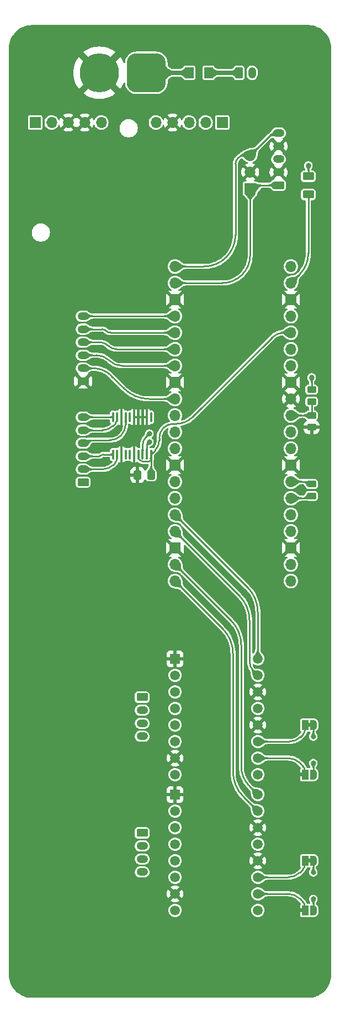
<source format=gbr>
%TF.GenerationSoftware,KiCad,Pcbnew,7.0.2*%
%TF.CreationDate,2023-06-22T18:12:30-04:00*%
%TF.ProjectId,ProtogenBackpackPCB,50726f74-6f67-4656-9e42-61636b706163,rev?*%
%TF.SameCoordinates,Original*%
%TF.FileFunction,Copper,L1,Top*%
%TF.FilePolarity,Positive*%
%FSLAX46Y46*%
G04 Gerber Fmt 4.6, Leading zero omitted, Abs format (unit mm)*
G04 Created by KiCad (PCBNEW 7.0.2) date 2023-06-22 18:12:30*
%MOMM*%
%LPD*%
G01*
G04 APERTURE LIST*
G04 Aperture macros list*
%AMRoundRect*
0 Rectangle with rounded corners*
0 $1 Rounding radius*
0 $2 $3 $4 $5 $6 $7 $8 $9 X,Y pos of 4 corners*
0 Add a 4 corners polygon primitive as box body*
4,1,4,$2,$3,$4,$5,$6,$7,$8,$9,$2,$3,0*
0 Add four circle primitives for the rounded corners*
1,1,$1+$1,$2,$3*
1,1,$1+$1,$4,$5*
1,1,$1+$1,$6,$7*
1,1,$1+$1,$8,$9*
0 Add four rect primitives between the rounded corners*
20,1,$1+$1,$2,$3,$4,$5,0*
20,1,$1+$1,$4,$5,$6,$7,0*
20,1,$1+$1,$6,$7,$8,$9,0*
20,1,$1+$1,$8,$9,$2,$3,0*%
%AMFreePoly0*
4,1,19,0.550000,-0.750000,0.000000,-0.750000,0.000000,-0.744911,-0.071157,-0.744911,-0.207708,-0.704816,-0.327430,-0.627875,-0.420627,-0.520320,-0.479746,-0.390866,-0.500000,-0.250000,-0.500000,0.250000,-0.479746,0.390866,-0.420627,0.520320,-0.327430,0.627875,-0.207708,0.704816,-0.071157,0.744911,0.000000,0.744911,0.000000,0.750000,0.550000,0.750000,0.550000,-0.750000,0.550000,-0.750000,
$1*%
%AMFreePoly1*
4,1,19,0.000000,0.744911,0.071157,0.744911,0.207708,0.704816,0.327430,0.627875,0.420627,0.520320,0.479746,0.390866,0.500000,0.250000,0.500000,-0.250000,0.479746,-0.390866,0.420627,-0.520320,0.327430,-0.627875,0.207708,-0.704816,0.071157,-0.744911,0.000000,-0.744911,0.000000,-0.750000,-0.550000,-0.750000,-0.550000,0.750000,0.000000,0.750000,0.000000,0.744911,0.000000,0.744911,
$1*%
G04 Aperture macros list end*
%TA.AperFunction,SMDPad,CuDef*%
%ADD10RoundRect,0.100000X-0.100000X0.637500X-0.100000X-0.637500X0.100000X-0.637500X0.100000X0.637500X0*%
%TD*%
%TA.AperFunction,SMDPad,CuDef*%
%ADD11RoundRect,0.250000X0.337500X0.475000X-0.337500X0.475000X-0.337500X-0.475000X0.337500X-0.475000X0*%
%TD*%
%TA.AperFunction,SMDPad,CuDef*%
%ADD12RoundRect,0.250001X0.462499X0.624999X-0.462499X0.624999X-0.462499X-0.624999X0.462499X-0.624999X0*%
%TD*%
%TA.AperFunction,ComponentPad*%
%ADD13O,1.700000X1.700000*%
%TD*%
%TA.AperFunction,ComponentPad*%
%ADD14R,1.700000X1.700000*%
%TD*%
%TA.AperFunction,SMDPad,CuDef*%
%ADD15FreePoly0,0.000000*%
%TD*%
%TA.AperFunction,SMDPad,CuDef*%
%ADD16R,1.000000X1.500000*%
%TD*%
%TA.AperFunction,SMDPad,CuDef*%
%ADD17FreePoly1,0.000000*%
%TD*%
%TA.AperFunction,ComponentPad*%
%ADD18C,0.800000*%
%TD*%
%TA.AperFunction,ComponentPad*%
%ADD19C,6.400000*%
%TD*%
%TA.AperFunction,ComponentPad*%
%ADD20RoundRect,0.250000X-0.350000X-0.625000X0.350000X-0.625000X0.350000X0.625000X-0.350000X0.625000X0*%
%TD*%
%TA.AperFunction,ComponentPad*%
%ADD21O,1.200000X1.750000*%
%TD*%
%TA.AperFunction,ComponentPad*%
%ADD22RoundRect,0.250000X0.625000X-0.350000X0.625000X0.350000X-0.625000X0.350000X-0.625000X-0.350000X0*%
%TD*%
%TA.AperFunction,ComponentPad*%
%ADD23O,1.750000X1.200000*%
%TD*%
%TA.AperFunction,ComponentPad*%
%ADD24RoundRect,1.500000X1.500000X1.500000X-1.500000X1.500000X-1.500000X-1.500000X1.500000X-1.500000X0*%
%TD*%
%TA.AperFunction,ComponentPad*%
%ADD25C,6.000000*%
%TD*%
%TA.AperFunction,SMDPad,CuDef*%
%ADD26RoundRect,0.250000X-0.450000X0.262500X-0.450000X-0.262500X0.450000X-0.262500X0.450000X0.262500X0*%
%TD*%
%TA.AperFunction,ComponentPad*%
%ADD27R,1.508000X1.508000*%
%TD*%
%TA.AperFunction,ComponentPad*%
%ADD28C,1.508000*%
%TD*%
%TA.AperFunction,SMDPad,CuDef*%
%ADD29RoundRect,0.250000X0.625000X-0.375000X0.625000X0.375000X-0.625000X0.375000X-0.625000X-0.375000X0*%
%TD*%
%TA.AperFunction,ComponentPad*%
%ADD30RoundRect,0.250000X-0.625000X0.350000X-0.625000X-0.350000X0.625000X-0.350000X0.625000X0.350000X0*%
%TD*%
%TA.AperFunction,SMDPad,CuDef*%
%ADD31FreePoly0,180.000000*%
%TD*%
%TA.AperFunction,SMDPad,CuDef*%
%ADD32FreePoly1,180.000000*%
%TD*%
%TA.AperFunction,ViaPad*%
%ADD33C,0.812800*%
%TD*%
%TA.AperFunction,ViaPad*%
%ADD34C,0.800000*%
%TD*%
%TA.AperFunction,Conductor*%
%ADD35C,0.254000*%
%TD*%
%TA.AperFunction,Conductor*%
%ADD36C,0.250000*%
%TD*%
%TA.AperFunction,Conductor*%
%ADD37C,0.635000*%
%TD*%
G04 APERTURE END LIST*
%TA.AperFunction,EtchedComponent*%
%TO.C,JP3*%
G36*
X159620000Y-141016000D02*
G01*
X159120000Y-141016000D01*
X159120000Y-140416000D01*
X159620000Y-140416000D01*
X159620000Y-141016000D01*
G37*
%TD.AperFunction*%
%TA.AperFunction,EtchedComponent*%
%TO.C,JP1*%
G36*
X159620000Y-161844000D02*
G01*
X159120000Y-161844000D01*
X159120000Y-161244000D01*
X159620000Y-161244000D01*
X159620000Y-161844000D01*
G37*
%TD.AperFunction*%
%TA.AperFunction,EtchedComponent*%
%TO.C,JP4*%
G36*
X160920000Y-133396000D02*
G01*
X160420000Y-133396000D01*
X160420000Y-132796000D01*
X160920000Y-132796000D01*
X160920000Y-133396000D01*
G37*
%TD.AperFunction*%
%TA.AperFunction,EtchedComponent*%
%TO.C,JP2*%
G36*
X160920000Y-154224000D02*
G01*
X160420000Y-154224000D01*
X160420000Y-153624000D01*
X160920000Y-153624000D01*
X160920000Y-154224000D01*
G37*
%TD.AperFunction*%
%TD*%
D10*
%TO.P,U4,20,VCC*%
%TO.N,+3V3*%
X136406000Y-91577000D03*
%TO.P,U4,19,SDA*%
%TO.N,LED_SCL*%
X135756000Y-91577000D03*
%TO.P,U4,18,SCL*%
%TO.N,LED_SDA*%
X135106000Y-91577000D03*
%TO.P,U4,17,~{RESET}*%
%TO.N,+3V3*%
X134456000Y-91577000D03*
%TO.P,U4,16,GND*%
%TO.N,GND*%
X133806000Y-91577000D03*
%TO.P,U4,15,~{OUT7}*%
%TO.N,unconnected-(U4-~{OUT7}-Pad15)*%
X133156000Y-91577000D03*
%TO.P,U4,14,~{OUT6}*%
%TO.N,unconnected-(U4-~{OUT6}-Pad14)*%
X132506000Y-91577000D03*
%TO.P,U4,13,GND*%
%TO.N,GND*%
X131856000Y-91577000D03*
%TO.P,U4,12,~{OUT5}*%
%TO.N,Net-(J4-Pin_2)*%
X131206000Y-91577000D03*
%TO.P,U4,11,~{OUT4}*%
%TO.N,Net-(J4-Pin_3)*%
X130556000Y-91577000D03*
%TO.P,U4,10,~{OUT3}*%
%TO.N,Net-(J4-Pin_6)*%
X130556000Y-85852000D03*
%TO.P,U4,9,~{OUT2}*%
%TO.N,Net-(J4-Pin_5)*%
X131206000Y-85852000D03*
%TO.P,U4,8,GND*%
%TO.N,GND*%
X131856000Y-85852000D03*
%TO.P,U4,7,~{OUT1}*%
%TO.N,Net-(J4-Pin_4)*%
X132506000Y-85852000D03*
%TO.P,U4,6,~{OUT0}*%
%TO.N,unconnected-(U4-~{OUT0}-Pad6)*%
X133156000Y-85852000D03*
%TO.P,U4,5,A3*%
%TO.N,GND*%
X133806000Y-85852000D03*
%TO.P,U4,4,A2*%
X134456000Y-85852000D03*
%TO.P,U4,3,A1*%
X135106000Y-85852000D03*
%TO.P,U4,2,A0*%
X135756000Y-85852000D03*
%TO.P,U4,1,REXT*%
%TO.N,unconnected-(U4-REXT-Pad1)*%
X136406000Y-85852000D03*
%TD*%
D11*
%TO.P,C1,2*%
%TO.N,GND*%
X134323000Y-94742000D03*
%TO.P,C1,1*%
%TO.N,+3V3*%
X136398000Y-94742000D03*
%TD*%
D12*
%TO.P,F1,1*%
%TO.N,Net-(SW1-A)*%
X145251500Y-33020000D03*
%TO.P,F1,2*%
%TO.N,Net-(BT1-+)*%
X142276500Y-33020000D03*
%TD*%
D13*
%TO.P,J2,5,VOUT*%
%TO.N,+12V*%
X128778000Y-40640000D03*
%TO.P,J2,4,GND*%
%TO.N,GND*%
X126238000Y-40640000D03*
%TO.P,J2,3,GND*%
X123698000Y-40640000D03*
%TO.P,J2,2,VIN*%
%TO.N,+BATT*%
X121158000Y-40640000D03*
D14*
%TO.P,J2,1,EN*%
%TO.N,unconnected-(J2-EN-Pad1)*%
X118618000Y-40640000D03*
%TD*%
%TO.P,J1,1,PG*%
%TO.N,unconnected-(J1-PG-Pad1)*%
X147320000Y-40640000D03*
D13*
%TO.P,J1,2,~{SHDN}*%
%TO.N,unconnected-(J1-~{SHDN}-Pad2)*%
X144780000Y-40640000D03*
%TO.P,J1,3,VIN*%
%TO.N,+BATT*%
X142240000Y-40640000D03*
%TO.P,J1,4,GND*%
%TO.N,GND*%
X139700000Y-40640000D03*
%TO.P,J1,5,VOUT*%
%TO.N,VDD*%
X137160000Y-40640000D03*
%TD*%
D15*
%TO.P,JP3,1,A*%
%TO.N,GND*%
X158720000Y-140716000D03*
D16*
%TO.P,JP3,2,C*%
%TO.N,M1_MS1*%
X160020000Y-140716000D03*
D17*
%TO.P,JP3,3,B*%
%TO.N,VDD*%
X161320000Y-140716000D03*
%TD*%
D18*
%TO.P,H2,1,1*%
%TO.N,GND*%
X160528000Y-31610000D03*
X162928000Y-29210000D03*
X158830944Y-27512944D03*
X158830944Y-30907056D03*
X162225056Y-27512944D03*
X162225056Y-30907056D03*
D19*
X160528000Y-29210000D03*
D18*
X158128000Y-29210000D03*
X160528000Y-26810000D03*
%TD*%
D20*
%TO.P,SW1,1,A*%
%TO.N,Net-(SW1-A)*%
X149892000Y-33020000D03*
D21*
%TO.P,SW1,2,B*%
%TO.N,+BATT*%
X151892000Y-33020000D03*
%TD*%
D22*
%TO.P,J5,1,Pin_1*%
%TO.N,GND*%
X125984000Y-80358000D03*
D23*
%TO.P,J5,2,Pin_2*%
%TO.N,BUTTON_4*%
X125984000Y-78358000D03*
%TO.P,J5,3,Pin_3*%
%TO.N,BUTTON_3*%
X125984000Y-76358000D03*
%TO.P,J5,4,Pin_4*%
%TO.N,BUTTON_2*%
X125984000Y-74358000D03*
%TO.P,J5,5,Pin_5*%
%TO.N,BUTTON_1*%
X125984000Y-72358000D03*
%TO.P,J5,6,Pin_6*%
%TO.N,BUTTON_0*%
X125984000Y-70358000D03*
%TD*%
D24*
%TO.P,BT1,1,+*%
%TO.N,Net-(BT1-+)*%
X135680000Y-33020000D03*
D25*
%TO.P,BT1,2,-*%
%TO.N,GND*%
X128480000Y-33020000D03*
%TD*%
D26*
%TO.P,R2,1*%
%TO.N,+BATT*%
X161036000Y-81637500D03*
%TO.P,R2,2*%
%TO.N,BAT_VOLTAGE*%
X161036000Y-83462500D03*
%TD*%
D22*
%TO.P,J4,1,Pin_1*%
%TO.N,+12V*%
X125984000Y-95852000D03*
D23*
%TO.P,J4,2,Pin_2*%
%TO.N,Net-(J4-Pin_2)*%
X125984000Y-93852000D03*
%TO.P,J4,3,Pin_3*%
%TO.N,Net-(J4-Pin_3)*%
X125984000Y-91852000D03*
%TO.P,J4,4,Pin_4*%
%TO.N,Net-(J4-Pin_4)*%
X125984000Y-89852000D03*
%TO.P,J4,5,Pin_5*%
%TO.N,Net-(J4-Pin_5)*%
X125984000Y-87852000D03*
%TO.P,J4,6,Pin_6*%
%TO.N,Net-(J4-Pin_6)*%
X125984000Y-85852000D03*
%TD*%
D27*
%TO.P,U3,1,GND*%
%TO.N,GND*%
X140079500Y-122936000D03*
D28*
%TO.P,U3,2,VIO*%
%TO.N,VDD*%
X140079500Y-125476000D03*
%TO.P,U3,3,M1B*%
%TO.N,M2A-*%
X140079500Y-128016000D03*
%TO.P,U3,4,M1A*%
%TO.N,M2A+*%
X140079500Y-130556000D03*
%TO.P,U3,5,M2A*%
%TO.N,M2B+*%
X140079500Y-133096000D03*
%TO.P,U3,6,M2B*%
%TO.N,M2B-*%
X140079500Y-135636000D03*
%TO.P,U3,7,GND*%
%TO.N,GND*%
X140079500Y-138176000D03*
%TO.P,U3,8,VM*%
%TO.N,+12V*%
X140079500Y-140716000D03*
%TO.P,U3,9,DIR*%
%TO.N,BR_DIR*%
X152779500Y-122936000D03*
%TO.P,U3,10,STEP*%
%TO.N,BR_STEP*%
X152779500Y-125476000D03*
%TO.P,U3,11,PDN*%
%TO.N,GND*%
X152779500Y-128016000D03*
%TO.P,U3,12,UART*%
%TO.N,S_UART*%
X152779500Y-130556000D03*
%TO.P,U3,13,SPRD*%
%TO.N,GND*%
X152779500Y-133096000D03*
%TO.P,U3,14,MS2*%
%TO.N,M1_MS2*%
X152779500Y-135636000D03*
%TO.P,U3,15,MS1*%
%TO.N,M1_MS1*%
X152779500Y-138176000D03*
%TO.P,U3,16,~{EN}*%
%TO.N,REEL_~{EN}*%
X152779500Y-140716000D03*
%TD*%
D29*
%TO.P,D1,2,A*%
%TO.N,VDD*%
X160528000Y-48892000D03*
%TO.P,D1,1,K*%
%TO.N,Net-(D1-K)*%
X160528000Y-51692000D03*
%TD*%
D18*
%TO.P,H4,1,1*%
%TO.N,GND*%
X160528000Y-173850000D03*
X158830944Y-173147056D03*
X162225056Y-169752944D03*
X158830944Y-169752944D03*
X162225056Y-173147056D03*
X158128000Y-171450000D03*
X162928000Y-171450000D03*
X160528000Y-169050000D03*
D19*
X160528000Y-171450000D03*
%TD*%
D14*
%TO.P,J3,1,Pin_1*%
%TO.N,OUT_TX*%
X151613000Y-50785000D03*
D13*
%TO.P,J3,2,Pin_2*%
%TO.N,GND*%
X151613000Y-48245000D03*
%TO.P,J3,3,Pin_3*%
%TO.N,OUT_RX*%
X151613000Y-45705000D03*
%TD*%
D18*
%TO.P,H3,1,1*%
%TO.N,GND*%
X116412944Y-173147056D03*
X118110000Y-169050000D03*
D19*
X118110000Y-171450000D03*
D18*
X119807056Y-173147056D03*
X119807056Y-169752944D03*
X120510000Y-171450000D03*
X116412944Y-169752944D03*
X118110000Y-173850000D03*
X115710000Y-171450000D03*
%TD*%
D30*
%TO.P,M1,1,Pin_1*%
%TO.N,M1A-*%
X135043000Y-149654000D03*
D23*
%TO.P,M1,2,Pin_2*%
%TO.N,M1A+*%
X135043000Y-151654000D03*
%TO.P,M1,3,Pin_3*%
%TO.N,M1B+*%
X135043000Y-153654000D03*
%TO.P,M1,4,Pin_4*%
%TO.N,M1B-*%
X135043000Y-155654000D03*
%TD*%
D26*
%TO.P,R3,1*%
%TO.N,BAT_VOLTAGE*%
X161036000Y-85598000D03*
%TO.P,R3,2*%
%TO.N,GND*%
X161036000Y-87423000D03*
%TD*%
D13*
%TO.P,U1,40,VBUS*%
%TO.N,unconnected-(U1-VBUS-Pad40)*%
X157861000Y-62738000D03*
%TO.P,U1,39,VSYS*%
%TO.N,Net-(D1-K)*%
X157861000Y-65278000D03*
D14*
%TO.P,U1,38,GND*%
%TO.N,GND*%
X157861000Y-67818000D03*
D13*
%TO.P,U1,37,3V3_EN*%
%TO.N,unconnected-(U1-3V3_EN-Pad37)*%
X157861000Y-70358000D03*
%TO.P,U1,36,3V3*%
%TO.N,+3V3*%
X157861000Y-72898000D03*
%TO.P,U1,35,ADC_VREF*%
%TO.N,unconnected-(U1-ADC_VREF-Pad35)*%
X157861000Y-75438000D03*
%TO.P,U1,34,GPIO28_ADC2*%
%TO.N,unconnected-(U1-GPIO28_ADC2-Pad34)*%
X157861000Y-77978000D03*
D14*
%TO.P,U1,33,AGND*%
%TO.N,GND*%
X157861000Y-80518000D03*
D13*
%TO.P,U1,32,GPIO27_ADC1*%
X157861000Y-83058000D03*
%TO.P,U1,31,GPIO26_ADC0*%
%TO.N,BAT_VOLTAGE*%
X157861000Y-85598000D03*
%TO.P,U1,30,RUN*%
%TO.N,unconnected-(U1-RUN-Pad30)*%
X157861000Y-88138000D03*
%TO.P,U1,29,GPIO22*%
%TO.N,unconnected-(U1-GPIO22-Pad29)*%
X157861000Y-90678000D03*
D14*
%TO.P,U1,28,GND*%
%TO.N,GND*%
X157861000Y-93218000D03*
D13*
%TO.P,U1,27,GPIO21*%
%TO.N,S_UART*%
X157861000Y-95758000D03*
%TO.P,U1,26,GPIO20*%
%TO.N,Net-(U1-GPIO20)*%
X157861000Y-98298000D03*
%TO.P,U1,25,GPIO19*%
%TO.N,unconnected-(U1-GPIO19-Pad25)*%
X157861000Y-100838000D03*
%TO.P,U1,24,GPIO18*%
%TO.N,unconnected-(U1-GPIO18-Pad24)*%
X157861000Y-103378000D03*
D14*
%TO.P,U1,23,GND*%
%TO.N,GND*%
X157861000Y-105918000D03*
D13*
%TO.P,U1,22,GPIO17*%
%TO.N,unconnected-(U1-GPIO17-Pad22)*%
X157861000Y-108458000D03*
%TO.P,U1,21,GPIO16*%
%TO.N,REEL_~{EN}*%
X157861000Y-110998000D03*
%TO.P,U1,20,GPIO15*%
%TO.N,TR_STEP*%
X140081000Y-110998000D03*
%TO.P,U1,19,GPIO14*%
%TO.N,TR_DIR*%
X140081000Y-108458000D03*
D14*
%TO.P,U1,18,GND*%
%TO.N,GND*%
X140081000Y-105918000D03*
D13*
%TO.P,U1,17,GPIO13*%
%TO.N,BR_STEP*%
X140081000Y-103378000D03*
%TO.P,U1,16,GPIO12*%
%TO.N,BR_DIR*%
X140081000Y-100838000D03*
%TO.P,U1,15,GPIO11*%
%TO.N,LED_SCL*%
X140081000Y-98298000D03*
%TO.P,U1,14,GPIO10*%
%TO.N,LED_SDA*%
X140081000Y-95758000D03*
D14*
%TO.P,U1,13,GND*%
%TO.N,GND*%
X140081000Y-93218000D03*
D13*
%TO.P,U1,12,GPIO9*%
%TO.N,unconnected-(U1-GPIO9-Pad12)*%
X140081000Y-90678000D03*
%TO.P,U1,11,GPIO8*%
%TO.N,unconnected-(U1-GPIO8-Pad11)*%
X140081000Y-88138000D03*
%TO.P,U1,10,GPIO7*%
%TO.N,unconnected-(U1-GPIO7-Pad10)*%
X140081000Y-85598000D03*
%TO.P,U1,9,GPIO6*%
%TO.N,BUTTON_4*%
X140081000Y-83058000D03*
D14*
%TO.P,U1,8,GND*%
%TO.N,GND*%
X140081000Y-80518000D03*
D13*
%TO.P,U1,7,GPIO5*%
%TO.N,BUTTON_3*%
X140081000Y-77978000D03*
%TO.P,U1,6,GPIO4*%
%TO.N,BUTTON_2*%
X140081000Y-75438000D03*
%TO.P,U1,5,GPIO3*%
%TO.N,BUTTON_1*%
X140081000Y-72898000D03*
%TO.P,U1,4,GPIO2*%
%TO.N,BUTTON_0*%
X140081000Y-70358000D03*
D14*
%TO.P,U1,3,GND*%
%TO.N,GND*%
X140081000Y-67818000D03*
D13*
%TO.P,U1,2,GPIO1*%
%TO.N,OUT_TX*%
X140081000Y-65278000D03*
%TO.P,U1,1,GPIO0*%
%TO.N,OUT_RX*%
X140081000Y-62738000D03*
%TD*%
D30*
%TO.P,M2,1,Pin_1*%
%TO.N,M2A-*%
X135043000Y-128826000D03*
D23*
%TO.P,M2,2,Pin_2*%
%TO.N,M2A+*%
X135043000Y-130826000D03*
%TO.P,M2,3,Pin_3*%
%TO.N,M2B+*%
X135043000Y-132826000D03*
%TO.P,M2,4,Pin_4*%
%TO.N,M2B-*%
X135043000Y-134826000D03*
%TD*%
D26*
%TO.P,R1,1*%
%TO.N,S_UART*%
X161036000Y-96115500D03*
%TO.P,R1,2*%
%TO.N,Net-(U1-GPIO20)*%
X161036000Y-97940500D03*
%TD*%
D15*
%TO.P,JP1,1,A*%
%TO.N,GND*%
X158720000Y-161544000D03*
D16*
%TO.P,JP1,2,C*%
%TO.N,M0_MS1*%
X160020000Y-161544000D03*
D17*
%TO.P,JP1,3,B*%
%TO.N,VDD*%
X161320000Y-161544000D03*
%TD*%
D22*
%TO.P,J6,1,P1*%
%TO.N,OUT_TX*%
X155956000Y-50260000D03*
D23*
%TO.P,J6,2,P2*%
%TO.N,GND*%
X155956000Y-48260000D03*
%TO.P,J6,3,P3*%
%TO.N,+BATT*%
X155956000Y-46260000D03*
%TO.P,J6,4,P3*%
%TO.N,GND*%
X155956000Y-44260000D03*
%TO.P,J6,5,P5*%
%TO.N,OUT_RX*%
X155956000Y-42260000D03*
%TD*%
D31*
%TO.P,JP4,1,A*%
%TO.N,VDD*%
X161320000Y-133096000D03*
D16*
%TO.P,JP4,2,C*%
%TO.N,M1_MS2*%
X160020000Y-133096000D03*
D32*
%TO.P,JP4,3,B*%
%TO.N,GND*%
X158720000Y-133096000D03*
%TD*%
D18*
%TO.P,H1,1,1*%
%TO.N,GND*%
X118110000Y-26810000D03*
X116412944Y-30907056D03*
X119807056Y-30907056D03*
D19*
X118110000Y-29210000D03*
D18*
X115710000Y-29210000D03*
X116412944Y-27512944D03*
X119807056Y-27512944D03*
X120510000Y-29210000D03*
X118110000Y-31610000D03*
%TD*%
D31*
%TO.P,JP2,1,A*%
%TO.N,VDD*%
X161320000Y-153924000D03*
D16*
%TO.P,JP2,2,C*%
%TO.N,M0_MS2*%
X160020000Y-153924000D03*
D32*
%TO.P,JP2,3,B*%
%TO.N,GND*%
X158720000Y-153924000D03*
%TD*%
D27*
%TO.P,U2,1,GND*%
%TO.N,GND*%
X140081000Y-143764000D03*
D28*
%TO.P,U2,2,VIO*%
%TO.N,VDD*%
X140081000Y-146304000D03*
%TO.P,U2,3,M1B*%
%TO.N,M1A-*%
X140081000Y-148844000D03*
%TO.P,U2,4,M1A*%
%TO.N,M1A+*%
X140081000Y-151384000D03*
%TO.P,U2,5,M2A*%
%TO.N,M1B+*%
X140081000Y-153924000D03*
%TO.P,U2,6,M2B*%
%TO.N,M1B-*%
X140081000Y-156464000D03*
%TO.P,U2,7,GND*%
%TO.N,GND*%
X140081000Y-159004000D03*
%TO.P,U2,8,VM*%
%TO.N,+12V*%
X140081000Y-161544000D03*
%TO.P,U2,9,DIR*%
%TO.N,TR_DIR*%
X152781000Y-143764000D03*
%TO.P,U2,10,STEP*%
%TO.N,TR_STEP*%
X152781000Y-146304000D03*
%TO.P,U2,11,PDN*%
%TO.N,GND*%
X152781000Y-148844000D03*
%TO.P,U2,12,UART*%
%TO.N,S_UART*%
X152781000Y-151384000D03*
%TO.P,U2,13,SPRD*%
%TO.N,GND*%
X152781000Y-153924000D03*
%TO.P,U2,14,MS2*%
%TO.N,M0_MS2*%
X152781000Y-156464000D03*
%TO.P,U2,15,MS1*%
%TO.N,M0_MS1*%
X152781000Y-159004000D03*
%TO.P,U2,16,~{EN}*%
%TO.N,REEL_~{EN}*%
X152781000Y-161544000D03*
%TD*%
D33*
%TO.N,LED_SDA*%
X136144000Y-88392000D03*
%TO.N,LED_SCL*%
X136144000Y-89662000D03*
D34*
%TO.N,VDD*%
X161290000Y-155702000D03*
X161290000Y-134874000D03*
X161290000Y-159796000D03*
D33*
X160528000Y-47244000D03*
D34*
X161290000Y-138938000D03*
D33*
%TO.N,+BATT*%
X161036000Y-79756000D03*
%TD*%
D35*
%TO.N,+BATT*%
X161036000Y-79756000D02*
X161036000Y-81637500D01*
%TO.N,BAT_VOLTAGE*%
X161036000Y-85598000D02*
X157861000Y-85598000D01*
%TO.N,Net-(J4-Pin_2)*%
X130855620Y-92918363D02*
G75*
G03*
X131206000Y-92072500I-845820J845863D01*
G01*
X129014074Y-93851989D02*
G75*
G03*
X130564000Y-93210000I26J2191889D01*
G01*
%TO.N,Net-(J4-Pin_5)*%
X130962570Y-86783983D02*
G75*
G03*
X131206000Y-86196270I-587670J587683D01*
G01*
X128967199Y-87851999D02*
G75*
G03*
X130550270Y-87196270I1J2238799D01*
G01*
%TO.N,Net-(J4-Pin_4)*%
X131784985Y-88686985D02*
G75*
G03*
X132506000Y-86946352I-1740685J1740685D01*
G01*
X130044352Y-89408021D02*
G75*
G03*
X131785000Y-88687000I-52J2461721D01*
G01*
X126741955Y-89407953D02*
G75*
G03*
X126206001Y-89630001I45J-757947D01*
G01*
%TO.N,Net-(J4-Pin_3)*%
X128425545Y-91852018D02*
G75*
G03*
X128757499Y-91714499I-45J469518D01*
G01*
X129089454Y-91576952D02*
G75*
G03*
X128757500Y-91714500I46J-469448D01*
G01*
%TO.N,Net-(J4-Pin_2)*%
X130855628Y-92918371D02*
X130564000Y-93210000D01*
X129014074Y-93852000D02*
X125984000Y-93852000D01*
%TO.N,Net-(J4-Pin_3)*%
X129089454Y-91577000D02*
X130556000Y-91577000D01*
X128425545Y-91852000D02*
X125984000Y-91852000D01*
%TO.N,Net-(J4-Pin_4)*%
X132506000Y-86946352D02*
X132506000Y-85852000D01*
X126741955Y-89408000D02*
X130044352Y-89408000D01*
%TO.N,Net-(J4-Pin_5)*%
X128967199Y-87852000D02*
X125984000Y-87852000D01*
X130962563Y-86783976D02*
X130550270Y-87196270D01*
%TO.N,+3V3*%
X134455996Y-92001112D02*
G75*
G03*
X134642980Y-92452519I638404J12D01*
G01*
X136092745Y-92639519D02*
G75*
G03*
X136314250Y-92547750I-45J313319D01*
G01*
X138302992Y-87502992D02*
G75*
G03*
X137668000Y-89036025I1533008J-1533008D01*
G01*
X137036991Y-90945991D02*
G75*
G03*
X137668000Y-89422631I-1523391J1523391D01*
G01*
X156781500Y-72897987D02*
G75*
G03*
X154938678Y-73661321I0J-2606113D01*
G01*
X139836025Y-86868011D02*
G75*
G03*
X138303000Y-87503000I-25J-2167989D01*
G01*
X134642983Y-92452516D02*
G75*
G03*
X135094387Y-92639500I451417J451416D01*
G01*
X136314237Y-92547737D02*
G75*
G03*
X136406000Y-92326245I-221537J221537D01*
G01*
X140335000Y-86867986D02*
G75*
G03*
X142719828Y-85880171I0J3372686D01*
G01*
%TO.N,LED_SCL*%
X135950033Y-89856033D02*
G75*
G03*
X135756000Y-90324357I468267J-468367D01*
G01*
%TO.N,LED_SDA*%
X135625007Y-88911007D02*
G75*
G03*
X135106000Y-90163976I1252993J-1252993D01*
G01*
%TO.N,+3V3*%
X136092745Y-92639500D02*
X135094387Y-92639500D01*
X136406000Y-92326245D02*
X136406000Y-91577000D01*
%TO.N,BAT_VOLTAGE*%
X161036000Y-85598000D02*
X161036000Y-83462500D01*
%TO.N,+3V3*%
X137037000Y-90946000D02*
X136406000Y-91577000D01*
X137668000Y-89422631D02*
X137668000Y-89036025D01*
X139836025Y-86868000D02*
X140335000Y-86868000D01*
X142719828Y-85880171D02*
X154938678Y-73661321D01*
X156781500Y-72898000D02*
X157861000Y-72898000D01*
%TO.N,LED_SDA*%
X136144000Y-88392000D02*
X135625000Y-88911000D01*
X135106000Y-90163976D02*
X135106000Y-91577000D01*
%TO.N,LED_SCL*%
X135950000Y-89856000D02*
X136144000Y-89662000D01*
X135756000Y-90324357D02*
X135756000Y-91577000D01*
%TO.N,+3V3*%
X136406000Y-91577000D02*
X136406000Y-94734000D01*
%TO.N,Net-(J4-Pin_6)*%
X130556000Y-85852000D02*
X125984000Y-85852000D01*
%TO.N,OUT_RX*%
X149740494Y-46093494D02*
G75*
G03*
X149352000Y-47031421I937906J-937906D01*
G01*
X144514330Y-62738012D02*
G75*
G03*
X147935079Y-61321079I-30J4837712D01*
G01*
X147935070Y-61321070D02*
G75*
G03*
X149352000Y-57900330I-3420770J3420770D01*
G01*
X150678421Y-45705010D02*
G75*
G03*
X149740501Y-46093501I-21J-1326390D01*
G01*
X144514330Y-62738000D02*
X140081000Y-62738000D01*
X150678421Y-45705000D02*
X151612999Y-45705000D01*
X149352000Y-57900330D02*
X149352000Y-47031421D01*
X154740509Y-42577490D02*
X151612999Y-45705000D01*
X155507000Y-42260005D02*
G75*
G03*
X154740509Y-42577490I0J-1083995D01*
G01*
D36*
%TO.N,TR_STEP*%
X148970990Y-140240036D02*
G75*
G03*
X150564793Y-144087791I5441610J36D01*
G01*
X148971010Y-122141963D02*
G75*
G03*
X147377206Y-118294208I-5441610J-37D01*
G01*
%TO.N,TR_DIR*%
X150241010Y-120871963D02*
G75*
G03*
X148647206Y-117024208I-5441610J-37D01*
G01*
X150240980Y-139427948D02*
G75*
G03*
X151511000Y-142494000I4336120J48D01*
G01*
%TO.N,BR_STEP*%
X151511010Y-117061963D02*
G75*
G03*
X149917206Y-113214208I-5441610J-37D01*
G01*
X151510986Y-123310535D02*
G75*
G03*
X152145250Y-124841750I2165514J35D01*
G01*
%TO.N,BR_DIR*%
X152779510Y-115790463D02*
G75*
G03*
X151185706Y-111942708I-5441610J-37D01*
G01*
D35*
%TO.N,OUT_TX*%
X152509231Y-50260013D02*
G75*
G03*
X151875500Y-50522500I-31J-896187D01*
G01*
X147319626Y-65278010D02*
G75*
G03*
X150355499Y-64020499I-26J4293410D01*
G01*
X150355492Y-64020492D02*
G75*
G03*
X151613000Y-60984626I-3035892J3035892D01*
G01*
D36*
%TO.N,M1_MS1*%
X160020006Y-140208000D02*
G75*
G03*
X159660789Y-139340789I-1226406J0D01*
G01*
X159258009Y-138937991D02*
G75*
G03*
X157418369Y-138176000I-1839609J-1839609D01*
G01*
%TO.N,M1_MS2*%
X157635171Y-135635986D02*
G75*
G03*
X159321498Y-134937498I29J2384786D01*
G01*
X159705688Y-134553305D02*
G75*
G03*
X160020000Y-133794500I-758788J758805D01*
G01*
%TO.N,M0_MS1*%
X159250013Y-159773987D02*
G75*
G03*
X157391055Y-159004000I-1858913J-1858913D01*
G01*
X160020001Y-161044000D02*
G75*
G03*
X159666445Y-160190447I-1207101J0D01*
G01*
%TO.N,M0_MS2*%
X159660785Y-155299206D02*
G75*
G03*
X160020000Y-154432000I-867185J867206D01*
G01*
X157418369Y-156463987D02*
G75*
G03*
X159258000Y-155702000I31J2601587D01*
G01*
D35*
%TO.N,BUTTON_4*%
X132264215Y-81464199D02*
G75*
G03*
X136111963Y-83058000I3847785J3847799D01*
G01*
X130280187Y-79480169D02*
G75*
G03*
X127571000Y-78358000I-2709187J-2709231D01*
G01*
%TO.N,BUTTON_3*%
X130000004Y-77167996D02*
G75*
G03*
X128044487Y-76358000I-1955504J-1955504D01*
G01*
X129999996Y-77168004D02*
G75*
G03*
X131955512Y-77978000I1955504J1955504D01*
G01*
%TO.N,BUTTON_2*%
X129825993Y-74898007D02*
G75*
G03*
X128522324Y-74358000I-1303693J-1303693D01*
G01*
X129826007Y-74897993D02*
G75*
G03*
X131129675Y-75438000I1303693J1303693D01*
G01*
%TO.N,BUTTON_1*%
X129524011Y-72627989D02*
G75*
G03*
X128872162Y-72358000I-651811J-651811D01*
G01*
X129523989Y-72628011D02*
G75*
G03*
X130175837Y-72898000I651811J651811D01*
G01*
%TO.N,Net-(D1-K)*%
X159194486Y-63944486D02*
G75*
G03*
X160528000Y-60725146I-3219386J3219386D01*
G01*
X159194500Y-63944500D02*
X157861000Y-65278000D01*
X160528000Y-60725146D02*
X160528000Y-51819000D01*
%TO.N,OUT_TX*%
X147319626Y-65278000D02*
X140081000Y-65278000D01*
X151613000Y-60984626D02*
X151613000Y-51156231D01*
D37*
%TO.N,Net-(SW1-A)*%
X145251500Y-33020000D02*
X149892000Y-33020000D01*
%TO.N,Net-(BT1-+)*%
X135680000Y-33020000D02*
X142276500Y-33020000D01*
D36*
%TO.N,VDD*%
X161290000Y-138938000D02*
X161290000Y-140686000D01*
X161290000Y-159796000D02*
X161290000Y-161514000D01*
X160528000Y-47244000D02*
X160528000Y-48892000D01*
X161290000Y-134874000D02*
X161290000Y-133126000D01*
X161290000Y-155702000D02*
X161290000Y-153954000D01*
D35*
%TO.N,BUTTON_0*%
X140081000Y-70358000D02*
X125984000Y-70358000D01*
%TO.N,BUTTON_1*%
X128872162Y-72358000D02*
X125984000Y-72358000D01*
X130175837Y-72898000D02*
X140081000Y-72898000D01*
%TO.N,BUTTON_2*%
X128522324Y-74358000D02*
X125984000Y-74358000D01*
X131129675Y-75438000D02*
X140081000Y-75438000D01*
%TO.N,BUTTON_3*%
X128044487Y-76358000D02*
X125984000Y-76358000D01*
X131955512Y-77978000D02*
X140081000Y-77978000D01*
%TO.N,BUTTON_4*%
X127571000Y-78358000D02*
X125984000Y-78358000D01*
X136111963Y-83058000D02*
X140081000Y-83058000D01*
X130280178Y-79480178D02*
X132264207Y-81464207D01*
D36*
%TO.N,M0_MS2*%
X157418369Y-156464000D02*
X152781000Y-156464000D01*
X159660789Y-155299210D02*
X159258000Y-155702000D01*
%TO.N,M0_MS1*%
X157391055Y-159004000D02*
X152781000Y-159004000D01*
X159666446Y-160190446D02*
X159250000Y-159774000D01*
%TO.N,M1_MS2*%
X157635171Y-135636000D02*
X152779500Y-135636000D01*
X160020000Y-133794500D02*
X160020000Y-133350000D01*
X159321499Y-134937499D02*
X159705691Y-134553308D01*
%TO.N,M1_MS1*%
X159258000Y-138938000D02*
X159660789Y-139340789D01*
X157418369Y-138176000D02*
X152779500Y-138176000D01*
%TO.N,Net-(U1-GPIO20)*%
X157861000Y-98298000D02*
X160678500Y-98298000D01*
D35*
%TO.N,OUT_TX*%
X152509231Y-50260000D02*
X155956000Y-50260000D01*
%TO.N,S_UART*%
X157861000Y-95758000D02*
X160678500Y-95758000D01*
D36*
%TO.N,BR_DIR*%
X152779500Y-115790463D02*
X152779500Y-122936000D01*
X151185707Y-111942707D02*
X140081000Y-100838000D01*
%TO.N,BR_STEP*%
X152145250Y-124841750D02*
X152779500Y-125476000D01*
X151511000Y-123310535D02*
X151511000Y-117061963D01*
X149917207Y-113214207D02*
X140081000Y-103378000D01*
%TO.N,TR_DIR*%
X148647207Y-117024207D02*
X140081000Y-108458000D01*
X151511000Y-142494000D02*
X152781000Y-143764000D01*
X150241000Y-120871963D02*
X150241000Y-139427948D01*
%TO.N,TR_STEP*%
X150564792Y-144087792D02*
X152781000Y-146304000D01*
X148971000Y-122141963D02*
X148971000Y-140240036D01*
X147377207Y-118294207D02*
X140081000Y-110998000D01*
%TD*%
%TA.AperFunction,Conductor*%
%TO.N,GND*%
G36*
X155167631Y-43003579D02*
G01*
X155176594Y-43004065D01*
X155183656Y-43004703D01*
X155249702Y-43030742D01*
X155291188Y-43088357D01*
X155294939Y-43159255D01*
X155294422Y-43161353D01*
X155278590Y-43223380D01*
X155940211Y-43885000D01*
X155924927Y-43885000D01*
X155832554Y-43900414D01*
X155722486Y-43959981D01*
X155637722Y-44052059D01*
X155587449Y-44166670D01*
X155581022Y-44244231D01*
X154856429Y-43519640D01*
X154774342Y-43614374D01*
X154668542Y-43797626D01*
X154599334Y-43997591D01*
X154569220Y-44207038D01*
X154579288Y-44418402D01*
X154629174Y-44624037D01*
X154717078Y-44816520D01*
X154839821Y-44988888D01*
X154854195Y-45002593D01*
X154854197Y-45002592D01*
X155578172Y-44278616D01*
X155577114Y-44291395D01*
X155607837Y-44412719D01*
X155676289Y-44517492D01*
X155775052Y-44594363D01*
X155893424Y-44635000D01*
X155940210Y-44635000D01*
X155281609Y-45293599D01*
X155284096Y-45305723D01*
X155311078Y-45326942D01*
X155334299Y-45394033D01*
X155317562Y-45463029D01*
X155273402Y-45507994D01*
X155160830Y-45575726D01*
X155025890Y-45703547D01*
X154921587Y-45857383D01*
X154852790Y-46030050D01*
X154822721Y-46213464D01*
X154832784Y-46399058D01*
X154882507Y-46578146D01*
X154969569Y-46742363D01*
X155089893Y-46884020D01*
X155237863Y-46996504D01*
X155249362Y-47001824D01*
X155302788Y-47048580D01*
X155322454Y-47116799D01*
X155302117Y-47184820D01*
X155284596Y-47199851D01*
X155278590Y-47223380D01*
X155940211Y-47885000D01*
X155924927Y-47885000D01*
X155832554Y-47900414D01*
X155722486Y-47959981D01*
X155637722Y-48052059D01*
X155587449Y-48166670D01*
X155581022Y-48244231D01*
X154856429Y-47519640D01*
X154774342Y-47614374D01*
X154668542Y-47797626D01*
X154599334Y-47997591D01*
X154569220Y-48207038D01*
X154579288Y-48418402D01*
X154629174Y-48624037D01*
X154717078Y-48816520D01*
X154839821Y-48988888D01*
X154854195Y-49002593D01*
X154854197Y-49002592D01*
X155578172Y-48278616D01*
X155577114Y-48291395D01*
X155607837Y-48412719D01*
X155676289Y-48517492D01*
X155775052Y-48594363D01*
X155893424Y-48635000D01*
X155940210Y-48635000D01*
X155276523Y-49298685D01*
X155272389Y-49348200D01*
X155229169Y-49404525D01*
X155198899Y-49420820D01*
X155151029Y-49438675D01*
X155141453Y-49441383D01*
X155131223Y-49445595D01*
X155131215Y-49445598D01*
X155129113Y-49446464D01*
X155129111Y-49446465D01*
X155128814Y-49446662D01*
X155121398Y-49449727D01*
X155086734Y-49462657D01*
X154970596Y-49549596D01*
X154919954Y-49617244D01*
X154899021Y-49639132D01*
X154872987Y-49660498D01*
X154852560Y-49677261D01*
X154847133Y-49681473D01*
X154789370Y-49723820D01*
X154783213Y-49728059D01*
X154727840Y-49763807D01*
X154720901Y-49767977D01*
X154667935Y-49797535D01*
X154660177Y-49801518D01*
X154609730Y-49825254D01*
X154601151Y-49828910D01*
X154553177Y-49847283D01*
X154543816Y-49850453D01*
X154516957Y-49858389D01*
X154499693Y-49863490D01*
X154498129Y-49863952D01*
X154488076Y-49866477D01*
X154442941Y-49875862D01*
X154417295Y-49878500D01*
X153295023Y-49878500D01*
X153284429Y-49878054D01*
X153276705Y-49877402D01*
X153267140Y-49876595D01*
X153267139Y-49876595D01*
X153257246Y-49877709D01*
X153243149Y-49878500D01*
X153044020Y-49878500D01*
X153029198Y-49877625D01*
X153015623Y-49876017D01*
X153006276Y-49874552D01*
X152949685Y-49863490D01*
X152940729Y-49861397D01*
X152882774Y-49845604D01*
X152874329Y-49842981D01*
X152814664Y-49822127D01*
X152806800Y-49819079D01*
X152745269Y-49792832D01*
X152738037Y-49789473D01*
X152674583Y-49757520D01*
X152667986Y-49753948D01*
X152604657Y-49717178D01*
X152604648Y-49717173D01*
X152601075Y-49715099D01*
X152588270Y-49709765D01*
X152566722Y-49698220D01*
X152562300Y-49695265D01*
X152555290Y-49693871D01*
X152540675Y-49689942D01*
X152538308Y-49688956D01*
X152532442Y-49687375D01*
X152528352Y-49686832D01*
X152528342Y-49686830D01*
X152506960Y-49683992D01*
X152498965Y-49682667D01*
X152487618Y-49680410D01*
X152472395Y-49679404D01*
X152471082Y-49679229D01*
X152464347Y-49678335D01*
X152442297Y-49680500D01*
X152311246Y-49680500D01*
X152243125Y-49660498D01*
X152196632Y-49606842D01*
X152186528Y-49536568D01*
X152216022Y-49471988D01*
X152251277Y-49443686D01*
X152358303Y-49385766D01*
X152378688Y-49369899D01*
X152378689Y-49369898D01*
X151740588Y-48731797D01*
X151755315Y-48729680D01*
X151886100Y-48669952D01*
X151994761Y-48575798D01*
X152072493Y-48454844D01*
X152097360Y-48370151D01*
X152736076Y-49008867D01*
X152736077Y-49008866D01*
X152811418Y-48893551D01*
X152901819Y-48687457D01*
X152957068Y-48469283D01*
X152975653Y-48244999D01*
X152957068Y-48020716D01*
X152901819Y-47802543D01*
X152811417Y-47596446D01*
X152736077Y-47481132D01*
X152736076Y-47481132D01*
X152097360Y-48119847D01*
X152072493Y-48035156D01*
X151994761Y-47914202D01*
X151886100Y-47820048D01*
X151755315Y-47760320D01*
X151740587Y-47758202D01*
X152378689Y-47120100D01*
X152378688Y-47120099D01*
X152358302Y-47104232D01*
X152160371Y-46997117D01*
X152049196Y-46958951D01*
X151991261Y-46917914D01*
X151964709Y-46852069D01*
X151977970Y-46782322D01*
X152026835Y-46730817D01*
X152044586Y-46722288D01*
X152107427Y-46697944D01*
X152281462Y-46590186D01*
X152432732Y-46452285D01*
X152556088Y-46288935D01*
X152597478Y-46205813D01*
X152647326Y-46105706D01*
X152647326Y-46105703D01*
X152647328Y-46105701D01*
X152647716Y-46104335D01*
X152650292Y-46096309D01*
X152712898Y-45921559D01*
X152713392Y-45920091D01*
X152716969Y-45909229D01*
X152717436Y-45907720D01*
X152717312Y-45908096D01*
X152717744Y-45906562D01*
X152720833Y-45895293D01*
X152721241Y-45893694D01*
X152763002Y-45725034D01*
X152763308Y-45723698D01*
X152765555Y-45713634D01*
X152765848Y-45712215D01*
X152765762Y-45712601D01*
X152766015Y-45711217D01*
X152767800Y-45701091D01*
X152768029Y-45699660D01*
X152790915Y-45550913D01*
X152792002Y-45543072D01*
X152792150Y-45541874D01*
X152792869Y-45535178D01*
X152805835Y-45398846D01*
X152813012Y-45320142D01*
X152816178Y-45285420D01*
X152817168Y-45277417D01*
X152830331Y-45193231D01*
X152833830Y-45177513D01*
X152837188Y-45165966D01*
X152853328Y-45110461D01*
X152860623Y-45091334D01*
X152894199Y-45021075D01*
X152904189Y-45003830D01*
X152966963Y-44912920D01*
X152977056Y-44900156D01*
X153090143Y-44774770D01*
X153094104Y-44768314D01*
X153112399Y-44745121D01*
X154791961Y-43065559D01*
X154854271Y-43031535D01*
X154856721Y-43031028D01*
X154926191Y-43017376D01*
X154934868Y-43015983D01*
X155006869Y-43006996D01*
X155015764Y-43006206D01*
X155087264Y-43002407D01*
X155096284Y-43002253D01*
X155167631Y-43003579D01*
G37*
%TD.AperFunction*%
%TA.AperFunction,Conductor*%
G36*
X160531094Y-25700652D02*
G01*
X160865811Y-25717095D01*
X160878110Y-25718306D01*
X161189437Y-25764487D01*
X161206541Y-25767025D01*
X161218668Y-25769437D01*
X161540746Y-25850113D01*
X161552575Y-25853700D01*
X161865212Y-25965564D01*
X161876612Y-25970286D01*
X162033049Y-26044275D01*
X162176772Y-26112251D01*
X162187677Y-26118080D01*
X162472467Y-26288776D01*
X162482748Y-26295646D01*
X162749430Y-26493432D01*
X162758988Y-26501276D01*
X162858508Y-26591475D01*
X163005010Y-26724257D01*
X163013748Y-26732995D01*
X163236723Y-26979011D01*
X163244567Y-26988569D01*
X163442353Y-27255251D01*
X163449223Y-27265532D01*
X163619919Y-27550322D01*
X163625748Y-27561227D01*
X163767708Y-27861375D01*
X163772440Y-27872799D01*
X163884297Y-28185420D01*
X163887886Y-28197253D01*
X163968562Y-28519331D01*
X163970974Y-28531458D01*
X164019692Y-28859886D01*
X164020904Y-28872191D01*
X164037348Y-29206904D01*
X164037500Y-29213087D01*
X164037500Y-171446912D01*
X164037348Y-171453095D01*
X164020904Y-171787808D01*
X164019692Y-171800113D01*
X163970974Y-172128541D01*
X163968562Y-172140668D01*
X163887886Y-172462746D01*
X163884297Y-172474579D01*
X163772440Y-172787200D01*
X163767708Y-172798624D01*
X163625748Y-173098772D01*
X163619919Y-173109677D01*
X163449223Y-173394467D01*
X163442353Y-173404748D01*
X163244567Y-173671430D01*
X163236723Y-173680988D01*
X163013748Y-173927004D01*
X163005004Y-173935748D01*
X162758988Y-174158723D01*
X162749430Y-174166567D01*
X162482748Y-174364353D01*
X162472467Y-174371223D01*
X162187677Y-174541919D01*
X162176772Y-174547748D01*
X161876624Y-174689708D01*
X161865200Y-174694440D01*
X161552579Y-174806297D01*
X161540746Y-174809886D01*
X161218668Y-174890562D01*
X161206541Y-174892974D01*
X160878113Y-174941692D01*
X160865808Y-174942904D01*
X160550432Y-174958397D01*
X160531093Y-174959348D01*
X160524912Y-174959500D01*
X118113088Y-174959500D01*
X118106906Y-174959348D01*
X118086291Y-174958335D01*
X117772191Y-174942904D01*
X117759886Y-174941692D01*
X117431458Y-174892974D01*
X117419331Y-174890562D01*
X117097253Y-174809886D01*
X117085420Y-174806297D01*
X116772799Y-174694440D01*
X116761375Y-174689708D01*
X116461227Y-174547748D01*
X116450322Y-174541919D01*
X116165532Y-174371223D01*
X116155251Y-174364353D01*
X115888569Y-174166567D01*
X115879011Y-174158723D01*
X115756002Y-174047235D01*
X115632989Y-173935742D01*
X115624257Y-173927010D01*
X115401276Y-173680988D01*
X115393432Y-173671430D01*
X115195646Y-173404748D01*
X115188776Y-173394467D01*
X115018080Y-173109677D01*
X115012251Y-173098772D01*
X114977170Y-173024600D01*
X114870286Y-172798612D01*
X114865564Y-172787212D01*
X114753700Y-172474575D01*
X114750113Y-172462746D01*
X114669437Y-172140668D01*
X114667025Y-172128541D01*
X114618307Y-171800113D01*
X114617095Y-171787807D01*
X114600652Y-171453094D01*
X114600500Y-171446912D01*
X114600500Y-161544000D01*
X139067619Y-161544000D01*
X139087091Y-161741701D01*
X139144758Y-161931802D01*
X139238406Y-162107007D01*
X139364431Y-162260568D01*
X139517992Y-162386593D01*
X139517996Y-162386595D01*
X139693196Y-162480241D01*
X139766469Y-162502468D01*
X139883298Y-162537908D01*
X140081000Y-162557380D01*
X140278701Y-162537908D01*
X140468804Y-162480241D01*
X140644004Y-162386595D01*
X140644005Y-162386593D01*
X140644007Y-162386593D01*
X140797568Y-162260568D01*
X140923593Y-162107007D01*
X140957212Y-162044110D01*
X141017241Y-161931804D01*
X141074908Y-161741701D01*
X141094380Y-161544000D01*
X141094380Y-161543999D01*
X151767619Y-161543999D01*
X151787091Y-161741701D01*
X151844758Y-161931802D01*
X151938406Y-162107007D01*
X152064431Y-162260568D01*
X152217992Y-162386593D01*
X152217996Y-162386595D01*
X152393196Y-162480241D01*
X152466469Y-162502468D01*
X152583298Y-162537908D01*
X152780999Y-162557380D01*
X152780999Y-162557379D01*
X152781000Y-162557380D01*
X152978701Y-162537908D01*
X153168804Y-162480241D01*
X153344004Y-162386595D01*
X153344005Y-162386593D01*
X153344007Y-162386593D01*
X153497568Y-162260568D01*
X153623593Y-162107007D01*
X153657212Y-162044110D01*
X153717241Y-161931804D01*
X153774908Y-161741701D01*
X153794380Y-161544000D01*
X153774908Y-161346299D01*
X153770245Y-161330928D01*
X153717241Y-161156197D01*
X153717241Y-161156196D01*
X153623595Y-160980996D01*
X153623593Y-160980992D01*
X153497568Y-160827431D01*
X153344007Y-160701406D01*
X153168802Y-160607758D01*
X152978701Y-160550091D01*
X152781000Y-160530619D01*
X152583298Y-160550091D01*
X152393197Y-160607758D01*
X152217992Y-160701406D01*
X152064431Y-160827431D01*
X151938406Y-160980992D01*
X151844758Y-161156197D01*
X151787091Y-161346298D01*
X151767619Y-161543999D01*
X141094380Y-161543999D01*
X141074908Y-161346299D01*
X141070245Y-161330928D01*
X141017241Y-161156197D01*
X141017241Y-161156196D01*
X140923595Y-160980996D01*
X140923593Y-160980992D01*
X140797568Y-160827431D01*
X140644007Y-160701406D01*
X140468802Y-160607758D01*
X140278701Y-160550091D01*
X140081000Y-160530619D01*
X139883298Y-160550091D01*
X139693197Y-160607758D01*
X139517992Y-160701406D01*
X139364431Y-160827431D01*
X139238406Y-160980992D01*
X139144758Y-161156197D01*
X139087091Y-161346298D01*
X139067619Y-161544000D01*
X114600500Y-161544000D01*
X114600500Y-159003999D01*
X138814179Y-159003999D01*
X138833425Y-159223981D01*
X138890577Y-159437277D01*
X138983901Y-159637410D01*
X139026928Y-159698860D01*
X139596638Y-159129150D01*
X139621507Y-159213844D01*
X139699239Y-159334798D01*
X139807900Y-159428952D01*
X139938685Y-159488680D01*
X139953412Y-159490797D01*
X139386138Y-160058070D01*
X139447589Y-160101098D01*
X139647722Y-160194422D01*
X139861018Y-160251574D01*
X140081000Y-160270820D01*
X140300981Y-160251574D01*
X140514278Y-160194422D01*
X140714412Y-160101098D01*
X140775860Y-160058071D01*
X140775860Y-160058069D01*
X140208588Y-159490797D01*
X140223315Y-159488680D01*
X140354100Y-159428952D01*
X140462761Y-159334798D01*
X140540493Y-159213844D01*
X140565360Y-159129151D01*
X141135069Y-159698860D01*
X141135071Y-159698860D01*
X141178098Y-159637412D01*
X141271422Y-159437278D01*
X141328574Y-159223981D01*
X141347820Y-159003999D01*
X151767619Y-159003999D01*
X151787091Y-159201701D01*
X151844758Y-159391802D01*
X151938406Y-159567007D01*
X152064431Y-159720568D01*
X152217992Y-159846593D01*
X152217996Y-159846595D01*
X152393196Y-159940241D01*
X152437835Y-159953782D01*
X152583298Y-159997908D01*
X152781000Y-160017380D01*
X152978701Y-159997908D01*
X153168804Y-159940241D01*
X153170699Y-159939227D01*
X153179938Y-159935675D01*
X153179852Y-159935492D01*
X153346626Y-159857039D01*
X153348003Y-159856360D01*
X153357916Y-159851389D01*
X153359259Y-159850686D01*
X153358923Y-159850854D01*
X153360279Y-159850102D01*
X153369968Y-159844635D01*
X153371299Y-159843854D01*
X153502978Y-159765409D01*
X153504115Y-159764706D01*
X153512463Y-159759479D01*
X153513592Y-159758747D01*
X153513308Y-159758925D01*
X153514455Y-159758146D01*
X153522564Y-159752566D01*
X153523692Y-159751765D01*
X153631305Y-159674343D01*
X153637022Y-159670114D01*
X153637882Y-159669458D01*
X153643249Y-159665242D01*
X153736815Y-159589832D01*
X153741012Y-159586436D01*
X153813540Y-159527774D01*
X153820006Y-159522882D01*
X153877874Y-159481980D01*
X153891412Y-159473642D01*
X153940923Y-159447309D01*
X153959297Y-159439341D01*
X154019149Y-159418869D01*
X154037917Y-159414026D01*
X154129485Y-159397789D01*
X154145167Y-159396013D01*
X154290841Y-159388731D01*
X154298411Y-159386928D01*
X154327603Y-159383500D01*
X157336498Y-159383500D01*
X157387525Y-159383500D01*
X157394587Y-159383697D01*
X157635863Y-159397243D01*
X157649891Y-159398824D01*
X157884642Y-159438706D01*
X157898403Y-159441847D01*
X158127226Y-159507768D01*
X158140535Y-159512425D01*
X158360531Y-159603547D01*
X158373239Y-159609666D01*
X158581669Y-159724860D01*
X158593604Y-159732360D01*
X158769324Y-159857039D01*
X158787800Y-159870148D01*
X158798846Y-159878956D01*
X158963563Y-160026156D01*
X158978797Y-160039770D01*
X158983932Y-160044626D01*
X159355820Y-160416514D01*
X159389846Y-160478826D01*
X159384781Y-160549641D01*
X159342234Y-160606477D01*
X159336730Y-160610372D01*
X159336516Y-160610514D01*
X159280266Y-160694698D01*
X159265500Y-160768933D01*
X159265500Y-162319068D01*
X159280265Y-162393300D01*
X159336515Y-162477484D01*
X159392765Y-162515068D01*
X159420699Y-162533734D01*
X159494933Y-162548500D01*
X160545066Y-162548499D01*
X160619301Y-162533734D01*
X160619301Y-162533733D01*
X160620421Y-162533511D01*
X160669583Y-162533511D01*
X160670696Y-162533732D01*
X160670699Y-162533734D01*
X160770000Y-162553486D01*
X160770001Y-162553486D01*
X161391892Y-162553486D01*
X161435752Y-162547179D01*
X161464994Y-162542975D01*
X161602949Y-162502468D01*
X161670132Y-162471787D01*
X161791086Y-162394055D01*
X161791088Y-162394054D01*
X161846902Y-162345691D01*
X161846903Y-162345688D01*
X161846906Y-162345687D01*
X161941060Y-162237026D01*
X161980988Y-162174895D01*
X162040716Y-162044110D01*
X162061525Y-161973244D01*
X162061526Y-161973240D01*
X162081987Y-161830932D01*
X162081987Y-161757070D01*
X162080768Y-161748591D01*
X162079486Y-161730663D01*
X162079486Y-161357337D01*
X162080768Y-161339408D01*
X162081987Y-161330928D01*
X162081987Y-161257067D01*
X162061526Y-161114759D01*
X162040715Y-161043887D01*
X161980988Y-160913106D01*
X161980988Y-160913105D01*
X161941060Y-160850974D01*
X161846906Y-160742313D01*
X161846902Y-160742308D01*
X161791090Y-160693948D01*
X161791087Y-160693946D01*
X161791086Y-160693945D01*
X161760110Y-160674038D01*
X161734176Y-160657371D01*
X161687683Y-160603715D01*
X161676374Y-160546968D01*
X161677014Y-160528695D01*
X161677901Y-160517562D01*
X161682544Y-160480301D01*
X161685096Y-160466320D01*
X161685212Y-160465842D01*
X161689396Y-160448510D01*
X161694037Y-160433481D01*
X161698083Y-160422796D01*
X161703738Y-160410045D01*
X161712587Y-160392747D01*
X161716805Y-160385163D01*
X161735826Y-160353594D01*
X161769422Y-160300264D01*
X161769450Y-160300220D01*
X161771463Y-160296900D01*
X161805965Y-160239107D01*
X161809546Y-160232921D01*
X161810084Y-160231963D01*
X161812867Y-160226837D01*
X161849716Y-160157228D01*
X161852972Y-160150845D01*
X161853264Y-160150273D01*
X161853270Y-160150258D01*
X161853315Y-160150172D01*
X161853639Y-160149512D01*
X161857215Y-160141919D01*
X161857216Y-160141915D01*
X161857301Y-160141737D01*
X161892767Y-160063078D01*
X161893217Y-160062044D01*
X161894237Y-160059638D01*
X161894242Y-160059608D01*
X161894244Y-160059606D01*
X161896989Y-160045969D01*
X161902695Y-160026168D01*
X161930149Y-159953782D01*
X161949307Y-159796000D01*
X161930149Y-159638218D01*
X161873787Y-159489605D01*
X161783498Y-159358799D01*
X161664529Y-159253401D01*
X161523793Y-159179537D01*
X161369471Y-159141500D01*
X161210529Y-159141500D01*
X161056207Y-159179537D01*
X161056206Y-159179537D01*
X161056204Y-159179538D01*
X160915472Y-159253400D01*
X160796501Y-159358799D01*
X160706212Y-159489605D01*
X160649850Y-159638219D01*
X160630693Y-159796000D01*
X160649850Y-159953781D01*
X160679842Y-160032863D01*
X160684778Y-160049103D01*
X160688881Y-160066813D01*
X160722784Y-160141921D01*
X160726445Y-160149693D01*
X160727012Y-160150845D01*
X160730368Y-160157395D01*
X160767213Y-160226988D01*
X160770212Y-160232496D01*
X160770678Y-160233326D01*
X160774110Y-160239243D01*
X160810411Y-160300000D01*
X160812400Y-160303201D01*
X160839519Y-160346130D01*
X160858980Y-160414407D01*
X160838439Y-160482367D01*
X160784416Y-160528433D01*
X160757565Y-160536987D01*
X160669581Y-160554488D01*
X160620419Y-160554488D01*
X160545067Y-160539500D01*
X160405445Y-160539500D01*
X160337324Y-160519498D01*
X160290831Y-160465842D01*
X160289037Y-160461719D01*
X160240509Y-160344565D01*
X160240503Y-160344554D01*
X160238930Y-160340755D01*
X160134938Y-160160636D01*
X160127425Y-160150845D01*
X160010836Y-159998904D01*
X160010833Y-159998901D01*
X160008325Y-159995632D01*
X159997296Y-159984603D01*
X159997292Y-159984597D01*
X159555265Y-159542570D01*
X159555234Y-159542514D01*
X159486358Y-159473638D01*
X159413852Y-159401132D01*
X159185355Y-159213611D01*
X158939578Y-159049389D01*
X158678888Y-158910049D01*
X158676022Y-158908861D01*
X158676018Y-158908860D01*
X158408651Y-158798116D01*
X158408644Y-158798113D01*
X158405794Y-158796933D01*
X158402850Y-158796040D01*
X158402839Y-158796036D01*
X158125880Y-158712025D01*
X158125877Y-158712024D01*
X158122929Y-158711130D01*
X158119905Y-158710528D01*
X158119899Y-158710527D01*
X157836057Y-158654072D01*
X157836056Y-158654071D01*
X157833015Y-158653467D01*
X157829936Y-158653163D01*
X157829924Y-158653162D01*
X157541928Y-158624801D01*
X157541915Y-158624800D01*
X157538845Y-158624498D01*
X157535751Y-158624498D01*
X157391049Y-158624500D01*
X154327249Y-158624500D01*
X154296535Y-158620699D01*
X154290843Y-158619268D01*
X154145176Y-158611985D01*
X154129466Y-158610206D01*
X154037931Y-158593973D01*
X154019156Y-158589128D01*
X153959305Y-158568657D01*
X153940916Y-158560682D01*
X153891418Y-158534356D01*
X153877858Y-158526005D01*
X153846725Y-158504000D01*
X153820021Y-158485125D01*
X153813533Y-158480217D01*
X153736451Y-158417872D01*
X153643099Y-158342638D01*
X153643098Y-158342637D01*
X153637201Y-158338019D01*
X153636349Y-158337373D01*
X153631190Y-158333569D01*
X153522552Y-158255422D01*
X153521469Y-158254671D01*
X153513286Y-158249058D01*
X153512129Y-158248290D01*
X153512450Y-158248510D01*
X153511308Y-158247787D01*
X153502983Y-158242592D01*
X153501816Y-158241888D01*
X153369963Y-158163360D01*
X153368634Y-158162601D01*
X153358974Y-158157171D01*
X153357629Y-158156445D01*
X153357977Y-158156641D01*
X153356598Y-158155940D01*
X153346629Y-158150960D01*
X153345258Y-158150306D01*
X153191065Y-158077782D01*
X153185676Y-158075320D01*
X153184883Y-158074969D01*
X153176665Y-158071450D01*
X153169324Y-158067917D01*
X153168805Y-158067759D01*
X153168804Y-158067759D01*
X152978701Y-158010092D01*
X152978698Y-158010091D01*
X152978696Y-158010091D01*
X152780999Y-157990619D01*
X152583298Y-158010091D01*
X152393197Y-158067758D01*
X152217992Y-158161406D01*
X152064431Y-158287431D01*
X151938406Y-158440992D01*
X151844758Y-158616197D01*
X151787091Y-158806298D01*
X151767619Y-159003999D01*
X141347820Y-159003999D01*
X141328574Y-158784018D01*
X141271422Y-158570722D01*
X141178098Y-158370589D01*
X141135069Y-158309139D01*
X140565360Y-158878848D01*
X140540493Y-158794156D01*
X140462761Y-158673202D01*
X140354100Y-158579048D01*
X140223315Y-158519320D01*
X140208586Y-158517202D01*
X140775860Y-157949928D01*
X140714410Y-157906901D01*
X140514277Y-157813577D01*
X140300981Y-157756425D01*
X140081000Y-157737179D01*
X139861018Y-157756425D01*
X139647722Y-157813577D01*
X139447590Y-157906901D01*
X139386139Y-157949928D01*
X139953413Y-158517202D01*
X139938685Y-158519320D01*
X139807900Y-158579048D01*
X139699239Y-158673202D01*
X139621507Y-158794156D01*
X139596638Y-158878849D01*
X139026928Y-158309139D01*
X138983901Y-158370590D01*
X138890577Y-158570722D01*
X138833425Y-158784018D01*
X138814179Y-159003999D01*
X114600500Y-159003999D01*
X114600500Y-155607464D01*
X133909721Y-155607464D01*
X133919784Y-155793058D01*
X133969507Y-155972146D01*
X134056569Y-156136363D01*
X134176893Y-156278020D01*
X134230093Y-156318461D01*
X134324861Y-156390502D01*
X134493548Y-156468545D01*
X134606662Y-156493443D01*
X134675066Y-156508500D01*
X134675067Y-156508500D01*
X135360917Y-156508500D01*
X135364332Y-156508500D01*
X135502775Y-156493443D01*
X135590156Y-156464000D01*
X139067619Y-156464000D01*
X139087091Y-156661701D01*
X139144758Y-156851802D01*
X139238406Y-157027007D01*
X139364431Y-157180568D01*
X139517992Y-157306593D01*
X139517996Y-157306595D01*
X139693196Y-157400241D01*
X139788247Y-157429074D01*
X139883298Y-157457908D01*
X140081000Y-157477380D01*
X140278701Y-157457908D01*
X140468804Y-157400241D01*
X140644004Y-157306595D01*
X140644005Y-157306593D01*
X140644007Y-157306593D01*
X140797568Y-157180568D01*
X140923593Y-157027007D01*
X140944551Y-156987797D01*
X141017241Y-156851804D01*
X141074908Y-156661701D01*
X141094380Y-156464000D01*
X141094380Y-156463999D01*
X151767619Y-156463999D01*
X151787091Y-156661701D01*
X151844758Y-156851802D01*
X151938406Y-157027007D01*
X152064431Y-157180568D01*
X152217992Y-157306593D01*
X152217996Y-157306595D01*
X152393196Y-157400241D01*
X152488247Y-157429074D01*
X152583298Y-157457908D01*
X152780999Y-157477380D01*
X152780999Y-157477379D01*
X152781000Y-157477380D01*
X152978701Y-157457908D01*
X153168804Y-157400241D01*
X153170699Y-157399227D01*
X153179938Y-157395675D01*
X153179852Y-157395492D01*
X153346626Y-157317039D01*
X153348003Y-157316360D01*
X153357916Y-157311389D01*
X153359259Y-157310686D01*
X153358923Y-157310854D01*
X153360279Y-157310102D01*
X153369968Y-157304635D01*
X153371299Y-157303854D01*
X153502978Y-157225409D01*
X153504115Y-157224706D01*
X153512463Y-157219479D01*
X153513592Y-157218747D01*
X153513308Y-157218925D01*
X153514455Y-157218146D01*
X153522564Y-157212566D01*
X153523692Y-157211765D01*
X153631305Y-157134343D01*
X153637022Y-157130114D01*
X153637882Y-157129458D01*
X153643249Y-157125242D01*
X153736815Y-157049832D01*
X153741012Y-157046436D01*
X153813540Y-156987774D01*
X153820006Y-156982882D01*
X153877874Y-156941980D01*
X153891412Y-156933642D01*
X153940923Y-156907309D01*
X153959297Y-156899341D01*
X154019149Y-156878869D01*
X154037917Y-156874026D01*
X154129485Y-156857789D01*
X154145167Y-156856013D01*
X154290841Y-156848731D01*
X154298411Y-156846928D01*
X154327603Y-156843500D01*
X157460436Y-156843500D01*
X157460585Y-156843487D01*
X157564818Y-156843488D01*
X157856315Y-156814782D01*
X158143595Y-156757641D01*
X158423890Y-156672616D01*
X158694502Y-156560527D01*
X158952824Y-156422453D01*
X159196368Y-156259723D01*
X159422788Y-156073905D01*
X159526347Y-155970347D01*
X159536898Y-155959796D01*
X159951370Y-155545323D01*
X159960627Y-155536066D01*
X159960661Y-155536024D01*
X160003559Y-155493129D01*
X160131714Y-155326117D01*
X160236974Y-155143806D01*
X160293939Y-155006280D01*
X160338489Y-154951000D01*
X160405852Y-154928579D01*
X160410349Y-154928499D01*
X160545067Y-154928499D01*
X160600376Y-154917498D01*
X160619301Y-154913734D01*
X160619301Y-154913733D01*
X160620421Y-154913511D01*
X160669582Y-154913511D01*
X160670697Y-154913732D01*
X160670699Y-154913734D01*
X160770000Y-154933486D01*
X160770004Y-154933486D01*
X160773815Y-154934244D01*
X160836725Y-154967151D01*
X160871857Y-155028846D01*
X160868057Y-155099741D01*
X160857159Y-155122847D01*
X160844838Y-155143297D01*
X160843502Y-155145465D01*
X160812139Y-155195217D01*
X160808780Y-155200691D01*
X160774016Y-155258917D01*
X160770563Y-155264875D01*
X160770055Y-155265778D01*
X160767143Y-155271135D01*
X160730275Y-155340783D01*
X160727207Y-155346790D01*
X160726813Y-155347563D01*
X160726493Y-155348213D01*
X160722787Y-155356071D01*
X160722699Y-155356257D01*
X160686890Y-155435708D01*
X160686383Y-155436878D01*
X160685762Y-155438349D01*
X160683003Y-155452048D01*
X160677297Y-155471848D01*
X160649850Y-155544220D01*
X160630693Y-155702000D01*
X160649850Y-155859780D01*
X160706212Y-156008394D01*
X160758745Y-156084500D01*
X160796502Y-156139201D01*
X160915471Y-156244599D01*
X161056207Y-156318463D01*
X161210529Y-156356500D01*
X161210531Y-156356500D01*
X161369469Y-156356500D01*
X161369471Y-156356500D01*
X161523793Y-156318463D01*
X161664529Y-156244599D01*
X161783498Y-156139201D01*
X161873787Y-156008395D01*
X161930149Y-155859782D01*
X161949307Y-155702000D01*
X161949293Y-155701888D01*
X161938919Y-155616445D01*
X161930149Y-155544218D01*
X161900152Y-155465125D01*
X161895216Y-155448883D01*
X161891117Y-155431187D01*
X161857214Y-155356078D01*
X161853555Y-155348308D01*
X161852988Y-155347156D01*
X161849628Y-155340597D01*
X161812784Y-155271007D01*
X161809690Y-155265333D01*
X161809184Y-155264432D01*
X161805877Y-155258737D01*
X161769559Y-155197957D01*
X161767581Y-155194773D01*
X161739124Y-155149723D01*
X161737796Y-155147574D01*
X161716787Y-155112780D01*
X161712492Y-155105064D01*
X161703738Y-155087953D01*
X161698083Y-155075203D01*
X161694036Y-155064514D01*
X161689397Y-155049487D01*
X161685096Y-155031677D01*
X161682544Y-155017693D01*
X161677901Y-154980436D01*
X161677014Y-154969299D01*
X161675347Y-154921690D01*
X161692954Y-154852916D01*
X161733147Y-154811289D01*
X161791086Y-154774055D01*
X161791956Y-154773301D01*
X161846902Y-154725691D01*
X161846903Y-154725688D01*
X161846906Y-154725687D01*
X161941060Y-154617026D01*
X161980988Y-154554895D01*
X162040716Y-154424110D01*
X162061525Y-154353244D01*
X162061526Y-154353240D01*
X162081987Y-154210932D01*
X162081987Y-154137070D01*
X162080768Y-154128591D01*
X162079486Y-154110663D01*
X162079486Y-153737337D01*
X162080768Y-153719408D01*
X162081987Y-153710928D01*
X162081987Y-153637067D01*
X162061526Y-153494759D01*
X162040715Y-153423887D01*
X162011991Y-153360992D01*
X161980988Y-153293105D01*
X161941060Y-153230974D01*
X161846906Y-153122313D01*
X161846902Y-153122308D01*
X161791088Y-153073945D01*
X161670135Y-152996215D01*
X161670132Y-152996213D01*
X161602949Y-152965532D01*
X161554946Y-152951437D01*
X161464992Y-152925024D01*
X161391892Y-152914514D01*
X161391889Y-152914514D01*
X160770000Y-152914514D01*
X160669581Y-152934488D01*
X160620419Y-152934488D01*
X160545067Y-152919500D01*
X159494931Y-152919500D01*
X159420699Y-152934265D01*
X159336515Y-152990515D01*
X159280266Y-153074698D01*
X159265500Y-153148933D01*
X159265500Y-154699068D01*
X159280265Y-154773300D01*
X159336515Y-154857483D01*
X159346317Y-154864033D01*
X159391845Y-154918510D01*
X159400693Y-154988953D01*
X159370051Y-155052997D01*
X159365411Y-155057893D01*
X158999257Y-155424049D01*
X158992162Y-155431143D01*
X158987027Y-155435999D01*
X158809120Y-155594986D01*
X158798072Y-155603796D01*
X158606383Y-155739806D01*
X158594427Y-155747318D01*
X158412226Y-155848016D01*
X158388714Y-155861011D01*
X158375984Y-155867141D01*
X158158832Y-155957088D01*
X158145494Y-155961755D01*
X157919641Y-156026820D01*
X157905865Y-156029964D01*
X157674147Y-156069332D01*
X157660107Y-156070914D01*
X157421665Y-156084302D01*
X157414601Y-156084500D01*
X154327249Y-156084500D01*
X154296535Y-156080699D01*
X154290843Y-156079268D01*
X154145176Y-156071985D01*
X154129466Y-156070206D01*
X154037931Y-156053973D01*
X154019156Y-156049128D01*
X153959305Y-156028657D01*
X153940916Y-156020682D01*
X153891418Y-155994356D01*
X153877858Y-155986005D01*
X153858250Y-155972146D01*
X153820021Y-155945125D01*
X153813533Y-155940217D01*
X153736451Y-155877872D01*
X153643099Y-155802638D01*
X153643098Y-155802637D01*
X153637201Y-155798019D01*
X153636349Y-155797373D01*
X153631190Y-155793569D01*
X153522552Y-155715422D01*
X153521469Y-155714671D01*
X153513286Y-155709058D01*
X153512129Y-155708290D01*
X153512450Y-155708510D01*
X153511308Y-155707787D01*
X153502983Y-155702592D01*
X153501816Y-155701888D01*
X153369963Y-155623360D01*
X153368634Y-155622601D01*
X153358974Y-155617171D01*
X153357629Y-155616445D01*
X153357977Y-155616641D01*
X153356598Y-155615940D01*
X153346629Y-155610960D01*
X153345258Y-155610306D01*
X153191065Y-155537782D01*
X153185676Y-155535320D01*
X153184883Y-155534969D01*
X153176665Y-155531450D01*
X153169324Y-155527917D01*
X153168805Y-155527759D01*
X153168804Y-155527759D01*
X152978701Y-155470092D01*
X152978698Y-155470091D01*
X152978696Y-155470091D01*
X152781000Y-155450619D01*
X152583298Y-155470091D01*
X152393197Y-155527758D01*
X152217992Y-155621406D01*
X152064431Y-155747431D01*
X151938406Y-155900992D01*
X151844758Y-156076197D01*
X151787091Y-156266298D01*
X151767619Y-156463999D01*
X141094380Y-156463999D01*
X141076063Y-156278021D01*
X141074908Y-156266298D01*
X141017241Y-156076197D01*
X141017241Y-156076196D01*
X140923595Y-155900996D01*
X140923593Y-155900992D01*
X140797568Y-155747431D01*
X140644007Y-155621406D01*
X140475709Y-155531450D01*
X140468804Y-155527759D01*
X140468803Y-155527758D01*
X140468802Y-155527758D01*
X140278701Y-155470091D01*
X140081000Y-155450619D01*
X139883298Y-155470091D01*
X139693197Y-155527758D01*
X139517992Y-155621406D01*
X139364431Y-155747431D01*
X139238406Y-155900992D01*
X139144758Y-156076197D01*
X139087091Y-156266298D01*
X139067619Y-156464000D01*
X135590156Y-156464000D01*
X135592278Y-156463285D01*
X135678909Y-156434097D01*
X135695835Y-156423913D01*
X135838171Y-156338273D01*
X135973108Y-156210454D01*
X136077413Y-156056615D01*
X136146209Y-155883951D01*
X136176278Y-155700535D01*
X136166216Y-155514942D01*
X136116492Y-155335852D01*
X136029431Y-155171638D01*
X136029430Y-155171636D01*
X135909106Y-155029979D01*
X135761139Y-154917498D01*
X135752521Y-154913511D01*
X135592452Y-154839455D01*
X135592448Y-154839454D01*
X135410934Y-154799500D01*
X135410933Y-154799500D01*
X134721668Y-154799500D01*
X134718281Y-154799868D01*
X134718269Y-154799869D01*
X134583225Y-154814556D01*
X134407090Y-154873902D01*
X134247830Y-154969726D01*
X134112890Y-155097547D01*
X134008587Y-155251383D01*
X133939790Y-155424050D01*
X133909721Y-155607464D01*
X114600500Y-155607464D01*
X114600500Y-153607464D01*
X133909721Y-153607464D01*
X133919784Y-153793058D01*
X133969507Y-153972146D01*
X134056569Y-154136363D01*
X134176893Y-154278020D01*
X134256155Y-154338273D01*
X134324861Y-154390502D01*
X134493548Y-154468545D01*
X134606662Y-154493443D01*
X134675066Y-154508500D01*
X134675067Y-154508500D01*
X135360917Y-154508500D01*
X135364332Y-154508500D01*
X135502775Y-154493443D01*
X135592278Y-154463285D01*
X135678909Y-154434097D01*
X135678911Y-154434096D01*
X135838171Y-154338273D01*
X135973108Y-154210454D01*
X136077413Y-154056615D01*
X136130252Y-153924000D01*
X139067619Y-153924000D01*
X139087091Y-154121701D01*
X139144758Y-154311802D01*
X139238406Y-154487007D01*
X139364431Y-154640568D01*
X139517992Y-154766593D01*
X139517996Y-154766595D01*
X139693196Y-154860241D01*
X139738237Y-154873904D01*
X139883298Y-154917908D01*
X140081000Y-154937380D01*
X140278701Y-154917908D01*
X140468804Y-154860241D01*
X140644004Y-154766595D01*
X140644005Y-154766593D01*
X140644007Y-154766593D01*
X140797568Y-154640568D01*
X140923593Y-154487007D01*
X140923595Y-154487004D01*
X141017241Y-154311804D01*
X141074908Y-154121701D01*
X141094380Y-153924000D01*
X151514179Y-153924000D01*
X151533425Y-154143981D01*
X151590577Y-154357277D01*
X151683901Y-154557410D01*
X151726928Y-154618860D01*
X152296638Y-154049150D01*
X152321507Y-154133844D01*
X152399239Y-154254798D01*
X152507900Y-154348952D01*
X152638685Y-154408680D01*
X152653412Y-154410797D01*
X152086138Y-154978070D01*
X152147589Y-155021098D01*
X152347722Y-155114422D01*
X152561018Y-155171574D01*
X152781000Y-155190820D01*
X153000981Y-155171574D01*
X153214278Y-155114422D01*
X153414412Y-155021098D01*
X153475860Y-154978071D01*
X153475860Y-154978069D01*
X152908588Y-154410797D01*
X152923315Y-154408680D01*
X153054100Y-154348952D01*
X153162761Y-154254798D01*
X153240493Y-154133844D01*
X153265360Y-154049151D01*
X153835069Y-154618860D01*
X153835071Y-154618860D01*
X153878098Y-154557412D01*
X153971422Y-154357278D01*
X154028574Y-154143981D01*
X154047820Y-153924000D01*
X154028574Y-153704018D01*
X153971422Y-153490722D01*
X153878098Y-153290589D01*
X153835069Y-153229139D01*
X153265360Y-153798848D01*
X153240493Y-153714156D01*
X153162761Y-153593202D01*
X153054100Y-153499048D01*
X152923315Y-153439320D01*
X152908586Y-153437202D01*
X153475860Y-152869928D01*
X153414410Y-152826901D01*
X153214277Y-152733577D01*
X153000981Y-152676425D01*
X152781000Y-152657179D01*
X152561018Y-152676425D01*
X152347722Y-152733577D01*
X152147590Y-152826901D01*
X152086139Y-152869928D01*
X152653413Y-153437202D01*
X152638685Y-153439320D01*
X152507900Y-153499048D01*
X152399239Y-153593202D01*
X152321507Y-153714156D01*
X152296638Y-153798849D01*
X151726928Y-153229139D01*
X151683901Y-153290590D01*
X151590577Y-153490722D01*
X151533425Y-153704018D01*
X151514179Y-153924000D01*
X141094380Y-153924000D01*
X141094380Y-153923999D01*
X141074908Y-153726298D01*
X141038860Y-153607464D01*
X141017241Y-153536196D01*
X140923595Y-153360996D01*
X140923593Y-153360992D01*
X140797568Y-153207431D01*
X140644007Y-153081406D01*
X140468802Y-152987758D01*
X140278701Y-152930091D01*
X140081000Y-152910619D01*
X139883298Y-152930091D01*
X139693197Y-152987758D01*
X139517992Y-153081406D01*
X139364431Y-153207431D01*
X139238406Y-153360992D01*
X139144758Y-153536197D01*
X139087091Y-153726298D01*
X139067619Y-153924000D01*
X136130252Y-153924000D01*
X136146209Y-153883951D01*
X136176278Y-153700535D01*
X136166216Y-153514942D01*
X136116492Y-153335852D01*
X136029431Y-153171638D01*
X136029430Y-153171636D01*
X135909106Y-153029979D01*
X135761139Y-152917498D01*
X135746270Y-152910619D01*
X135592452Y-152839455D01*
X135592448Y-152839454D01*
X135410934Y-152799500D01*
X135410933Y-152799500D01*
X134721668Y-152799500D01*
X134718281Y-152799868D01*
X134718269Y-152799869D01*
X134583225Y-152814556D01*
X134407090Y-152873902D01*
X134247830Y-152969726D01*
X134112890Y-153097547D01*
X134008587Y-153251383D01*
X133939790Y-153424050D01*
X133909721Y-153607464D01*
X114600500Y-153607464D01*
X114600500Y-151607464D01*
X133909721Y-151607464D01*
X133919784Y-151793058D01*
X133969507Y-151972146D01*
X134056569Y-152136363D01*
X134176893Y-152278020D01*
X134232434Y-152320241D01*
X134324861Y-152390502D01*
X134493548Y-152468545D01*
X134606662Y-152493443D01*
X134675066Y-152508500D01*
X134675067Y-152508500D01*
X135360917Y-152508500D01*
X135364332Y-152508500D01*
X135502775Y-152493443D01*
X135592278Y-152463285D01*
X135678909Y-152434097D01*
X135678911Y-152434096D01*
X135838171Y-152338273D01*
X135973108Y-152210454D01*
X136077413Y-152056615D01*
X136146209Y-151883951D01*
X136176278Y-151700535D01*
X136166216Y-151514942D01*
X136129860Y-151384000D01*
X139067619Y-151384000D01*
X139087091Y-151581701D01*
X139144758Y-151771802D01*
X139238406Y-151947007D01*
X139364431Y-152100568D01*
X139517992Y-152226593D01*
X139517996Y-152226595D01*
X139693196Y-152320241D01*
X139752640Y-152338273D01*
X139883298Y-152377908D01*
X140081000Y-152397380D01*
X140278701Y-152377908D01*
X140468804Y-152320241D01*
X140644004Y-152226595D01*
X140644005Y-152226593D01*
X140644007Y-152226593D01*
X140797568Y-152100568D01*
X140923593Y-151947007D01*
X140957298Y-151883949D01*
X141017241Y-151771804D01*
X141074908Y-151581701D01*
X141094380Y-151384000D01*
X151767619Y-151384000D01*
X151787091Y-151581701D01*
X151844758Y-151771802D01*
X151938406Y-151947007D01*
X152064431Y-152100568D01*
X152217992Y-152226593D01*
X152217996Y-152226595D01*
X152393196Y-152320241D01*
X152452640Y-152338273D01*
X152583298Y-152377908D01*
X152781000Y-152397380D01*
X152978701Y-152377908D01*
X153168804Y-152320241D01*
X153344004Y-152226595D01*
X153344005Y-152226593D01*
X153344007Y-152226593D01*
X153497568Y-152100568D01*
X153623593Y-151947007D01*
X153657298Y-151883949D01*
X153717241Y-151771804D01*
X153774908Y-151581701D01*
X153794380Y-151384000D01*
X153789638Y-151335852D01*
X153774908Y-151186298D01*
X153717241Y-150996197D01*
X153717241Y-150996196D01*
X153623595Y-150820996D01*
X153623593Y-150820992D01*
X153497568Y-150667431D01*
X153344007Y-150541406D01*
X153168802Y-150447758D01*
X152978701Y-150390091D01*
X152781000Y-150370619D01*
X152583298Y-150390091D01*
X152393197Y-150447758D01*
X152217992Y-150541406D01*
X152064431Y-150667431D01*
X151938406Y-150820992D01*
X151844758Y-150996197D01*
X151787091Y-151186298D01*
X151767619Y-151384000D01*
X141094380Y-151384000D01*
X141089638Y-151335852D01*
X141074908Y-151186298D01*
X141017241Y-150996197D01*
X141017241Y-150996196D01*
X140923595Y-150820996D01*
X140923593Y-150820992D01*
X140797568Y-150667431D01*
X140644007Y-150541406D01*
X140468802Y-150447758D01*
X140278701Y-150390091D01*
X140081000Y-150370619D01*
X139883298Y-150390091D01*
X139693197Y-150447758D01*
X139517992Y-150541406D01*
X139364431Y-150667431D01*
X139238406Y-150820992D01*
X139144758Y-150996197D01*
X139087091Y-151186298D01*
X139067619Y-151384000D01*
X136129860Y-151384000D01*
X136116492Y-151335852D01*
X136029431Y-151171638D01*
X136029430Y-151171636D01*
X135909106Y-151029979D01*
X135761139Y-150917498D01*
X135761138Y-150917498D01*
X135592452Y-150839455D01*
X135592448Y-150839454D01*
X135410934Y-150799500D01*
X135410933Y-150799500D01*
X134721668Y-150799500D01*
X134718281Y-150799868D01*
X134718269Y-150799869D01*
X134583225Y-150814556D01*
X134407090Y-150873902D01*
X134247830Y-150969726D01*
X134112890Y-151097547D01*
X134008587Y-151251383D01*
X133939790Y-151424050D01*
X133909721Y-151607464D01*
X114600500Y-151607464D01*
X114600500Y-150048901D01*
X133913500Y-150048901D01*
X133913501Y-150052254D01*
X133913860Y-150055596D01*
X133913861Y-150055610D01*
X133919959Y-150112338D01*
X133970658Y-150248268D01*
X134057595Y-150364404D01*
X134173731Y-150451341D01*
X134173732Y-150451341D01*
X134173733Y-150451342D01*
X134309658Y-150502040D01*
X134355076Y-150506923D01*
X134366377Y-150508138D01*
X134369745Y-150508500D01*
X135716254Y-150508499D01*
X135776342Y-150502040D01*
X135912267Y-150451342D01*
X136028404Y-150364404D01*
X136115342Y-150248267D01*
X136166040Y-150112342D01*
X136172500Y-150052255D01*
X136172499Y-149255746D01*
X136166040Y-149195658D01*
X136115342Y-149059733D01*
X136101844Y-149041701D01*
X136028404Y-148943595D01*
X135912268Y-148856658D01*
X135878331Y-148844000D01*
X139067619Y-148844000D01*
X139087091Y-149041701D01*
X139144758Y-149231802D01*
X139238406Y-149407007D01*
X139364431Y-149560568D01*
X139517992Y-149686593D01*
X139517996Y-149686595D01*
X139693196Y-149780241D01*
X139788247Y-149809074D01*
X139883298Y-149837908D01*
X140081000Y-149857380D01*
X140278701Y-149837908D01*
X140468804Y-149780241D01*
X140644004Y-149686595D01*
X140644005Y-149686593D01*
X140644007Y-149686593D01*
X140797568Y-149560568D01*
X140923593Y-149407007D01*
X140957271Y-149344000D01*
X141017241Y-149231804D01*
X141074908Y-149041701D01*
X141094380Y-148844000D01*
X141094380Y-148843999D01*
X151514179Y-148843999D01*
X151533425Y-149063981D01*
X151590577Y-149277277D01*
X151683901Y-149477410D01*
X151726928Y-149538860D01*
X152296638Y-148969150D01*
X152321507Y-149053844D01*
X152399239Y-149174798D01*
X152507900Y-149268952D01*
X152638685Y-149328680D01*
X152653412Y-149330797D01*
X152086138Y-149898070D01*
X152147589Y-149941098D01*
X152347722Y-150034422D01*
X152561018Y-150091574D01*
X152781000Y-150110820D01*
X153000981Y-150091574D01*
X153214278Y-150034422D01*
X153414412Y-149941098D01*
X153475860Y-149898071D01*
X153475860Y-149898069D01*
X152908588Y-149330797D01*
X152923315Y-149328680D01*
X153054100Y-149268952D01*
X153162761Y-149174798D01*
X153240493Y-149053844D01*
X153265360Y-148969151D01*
X153835069Y-149538860D01*
X153835071Y-149538860D01*
X153878098Y-149477412D01*
X153971422Y-149277278D01*
X154028574Y-149063981D01*
X154047820Y-148843999D01*
X154028574Y-148624018D01*
X153971422Y-148410722D01*
X153878098Y-148210589D01*
X153835069Y-148149139D01*
X153265360Y-148718848D01*
X153240493Y-148634156D01*
X153162761Y-148513202D01*
X153054100Y-148419048D01*
X152923315Y-148359320D01*
X152908586Y-148357202D01*
X153475860Y-147789928D01*
X153414410Y-147746901D01*
X153214277Y-147653577D01*
X153000981Y-147596425D01*
X152781000Y-147577179D01*
X152561018Y-147596425D01*
X152347722Y-147653577D01*
X152147590Y-147746901D01*
X152086139Y-147789928D01*
X152653413Y-148357202D01*
X152638685Y-148359320D01*
X152507900Y-148419048D01*
X152399239Y-148513202D01*
X152321507Y-148634156D01*
X152296638Y-148718849D01*
X151726928Y-148149139D01*
X151683901Y-148210590D01*
X151590577Y-148410722D01*
X151533425Y-148624018D01*
X151514179Y-148843999D01*
X141094380Y-148843999D01*
X141089997Y-148799500D01*
X141074908Y-148646298D01*
X141046074Y-148551247D01*
X141017241Y-148456196D01*
X140923595Y-148280996D01*
X140923593Y-148280992D01*
X140797568Y-148127431D01*
X140644007Y-148001406D01*
X140468802Y-147907758D01*
X140278701Y-147850091D01*
X140081000Y-147830619D01*
X139883298Y-147850091D01*
X139693197Y-147907758D01*
X139517992Y-148001406D01*
X139364431Y-148127431D01*
X139238406Y-148280992D01*
X139144758Y-148456197D01*
X139087091Y-148646298D01*
X139067619Y-148844000D01*
X135878331Y-148844000D01*
X135776339Y-148805959D01*
X135719603Y-148799859D01*
X135719585Y-148799858D01*
X135716255Y-148799500D01*
X135712887Y-148799500D01*
X134373116Y-148799500D01*
X134373097Y-148799500D01*
X134369746Y-148799501D01*
X134366404Y-148799860D01*
X134366389Y-148799861D01*
X134309661Y-148805959D01*
X134173731Y-148856658D01*
X134057595Y-148943595D01*
X133970658Y-149059731D01*
X133919959Y-149195660D01*
X133913859Y-149252396D01*
X133913857Y-149252415D01*
X133913500Y-149255745D01*
X133913500Y-149259111D01*
X133913500Y-149259112D01*
X133913500Y-150048883D01*
X133913500Y-150048901D01*
X114600500Y-150048901D01*
X114600500Y-146304000D01*
X139067619Y-146304000D01*
X139087091Y-146501701D01*
X139144758Y-146691802D01*
X139238406Y-146867007D01*
X139364431Y-147020568D01*
X139517992Y-147146593D01*
X139517996Y-147146595D01*
X139693196Y-147240241D01*
X139788247Y-147269074D01*
X139883298Y-147297908D01*
X140081000Y-147317380D01*
X140278701Y-147297908D01*
X140468804Y-147240241D01*
X140644004Y-147146595D01*
X140644005Y-147146593D01*
X140644007Y-147146593D01*
X140797568Y-147020568D01*
X140923593Y-146867007D01*
X140923595Y-146867004D01*
X141017241Y-146691804D01*
X141074908Y-146501701D01*
X141094380Y-146304000D01*
X141074908Y-146106299D01*
X141055659Y-146042845D01*
X141024525Y-145940209D01*
X141017241Y-145916196D01*
X140923595Y-145740996D01*
X140923593Y-145740992D01*
X140797568Y-145587431D01*
X140644007Y-145461406D01*
X140468802Y-145367758D01*
X140278701Y-145310091D01*
X140081000Y-145290619D01*
X139883298Y-145310091D01*
X139693197Y-145367758D01*
X139517992Y-145461406D01*
X139364431Y-145587431D01*
X139238406Y-145740992D01*
X139144758Y-145916197D01*
X139087091Y-146106298D01*
X139067619Y-146304000D01*
X114600500Y-146304000D01*
X114600500Y-144563222D01*
X138819000Y-144563222D01*
X138819359Y-144569936D01*
X138825505Y-144627093D01*
X138876554Y-144763962D01*
X138964095Y-144880904D01*
X139081037Y-144968445D01*
X139217906Y-145019494D01*
X139275063Y-145025640D01*
X139281777Y-145026000D01*
X139827000Y-145026000D01*
X139827000Y-144197674D01*
X139938685Y-144248680D01*
X140045237Y-144264000D01*
X140116763Y-144264000D01*
X140223315Y-144248680D01*
X140335000Y-144197674D01*
X140335000Y-145026000D01*
X140880223Y-145026000D01*
X140886936Y-145025640D01*
X140944093Y-145019494D01*
X141080962Y-144968445D01*
X141197904Y-144880904D01*
X141285445Y-144763962D01*
X141336494Y-144627093D01*
X141342640Y-144569936D01*
X141343000Y-144563222D01*
X141343000Y-144018000D01*
X140512116Y-144018000D01*
X140540493Y-143973844D01*
X140581000Y-143835889D01*
X140581000Y-143692111D01*
X140540493Y-143554156D01*
X140512116Y-143510000D01*
X141343000Y-143510000D01*
X141343000Y-142964777D01*
X141342640Y-142958063D01*
X141336494Y-142900906D01*
X141285445Y-142764037D01*
X141197904Y-142647095D01*
X141080962Y-142559554D01*
X140944093Y-142508505D01*
X140886936Y-142502359D01*
X140880223Y-142502000D01*
X140335000Y-142502000D01*
X140335000Y-143330325D01*
X140223315Y-143279320D01*
X140116763Y-143264000D01*
X140045237Y-143264000D01*
X139938685Y-143279320D01*
X139827000Y-143330325D01*
X139827000Y-142502000D01*
X139281777Y-142502000D01*
X139275063Y-142502359D01*
X139217906Y-142508505D01*
X139081037Y-142559554D01*
X138964095Y-142647095D01*
X138876554Y-142764037D01*
X138825505Y-142900906D01*
X138819359Y-142958063D01*
X138819000Y-142964777D01*
X138819000Y-143510000D01*
X139649884Y-143510000D01*
X139621507Y-143554156D01*
X139581000Y-143692111D01*
X139581000Y-143835889D01*
X139621507Y-143973844D01*
X139649884Y-144018000D01*
X138819000Y-144018000D01*
X138819000Y-144563222D01*
X114600500Y-144563222D01*
X114600500Y-140716000D01*
X139066119Y-140716000D01*
X139085591Y-140913701D01*
X139143258Y-141103802D01*
X139236906Y-141279007D01*
X139362931Y-141432568D01*
X139516492Y-141558593D01*
X139516496Y-141558595D01*
X139691696Y-141652241D01*
X139764969Y-141674468D01*
X139881798Y-141709908D01*
X140079500Y-141729380D01*
X140277201Y-141709908D01*
X140467304Y-141652241D01*
X140642504Y-141558595D01*
X140642505Y-141558593D01*
X140642507Y-141558593D01*
X140796068Y-141432568D01*
X140922093Y-141279007D01*
X140955712Y-141216110D01*
X141015741Y-141103804D01*
X141073408Y-140913701D01*
X141092880Y-140716000D01*
X141073408Y-140518299D01*
X141068745Y-140502928D01*
X141022670Y-140351039D01*
X141015741Y-140328196D01*
X140922095Y-140152996D01*
X140922093Y-140152992D01*
X140796068Y-139999431D01*
X140642507Y-139873406D01*
X140467302Y-139779758D01*
X140277201Y-139722091D01*
X140079500Y-139702619D01*
X139881798Y-139722091D01*
X139691697Y-139779758D01*
X139516492Y-139873406D01*
X139362931Y-139999431D01*
X139236906Y-140152992D01*
X139143258Y-140328197D01*
X139085591Y-140518298D01*
X139066119Y-140716000D01*
X114600500Y-140716000D01*
X114600500Y-138176000D01*
X138812679Y-138176000D01*
X138831925Y-138395981D01*
X138889077Y-138609277D01*
X138982401Y-138809410D01*
X139025428Y-138870860D01*
X139595138Y-138301150D01*
X139620007Y-138385844D01*
X139697739Y-138506798D01*
X139806400Y-138600952D01*
X139937185Y-138660680D01*
X139951912Y-138662797D01*
X139384638Y-139230070D01*
X139446089Y-139273098D01*
X139646222Y-139366422D01*
X139859518Y-139423574D01*
X140079499Y-139442820D01*
X140299481Y-139423574D01*
X140512778Y-139366422D01*
X140712912Y-139273098D01*
X140774360Y-139230071D01*
X140774360Y-139230069D01*
X140207088Y-138662797D01*
X140221815Y-138660680D01*
X140352600Y-138600952D01*
X140461261Y-138506798D01*
X140538993Y-138385844D01*
X140563860Y-138301151D01*
X141133569Y-138870860D01*
X141133571Y-138870860D01*
X141176598Y-138809412D01*
X141269922Y-138609278D01*
X141327074Y-138395981D01*
X141346320Y-138176000D01*
X141327074Y-137956018D01*
X141269922Y-137742722D01*
X141176598Y-137542589D01*
X141133569Y-137481139D01*
X140563860Y-138050848D01*
X140538993Y-137966156D01*
X140461261Y-137845202D01*
X140352600Y-137751048D01*
X140221815Y-137691320D01*
X140207086Y-137689202D01*
X140774360Y-137121928D01*
X140712910Y-137078901D01*
X140512777Y-136985577D01*
X140299481Y-136928425D01*
X140079499Y-136909179D01*
X139859518Y-136928425D01*
X139646222Y-136985577D01*
X139446090Y-137078901D01*
X139384639Y-137121928D01*
X139951913Y-137689202D01*
X139937185Y-137691320D01*
X139806400Y-137751048D01*
X139697739Y-137845202D01*
X139620007Y-137966156D01*
X139595138Y-138050849D01*
X139025428Y-137481139D01*
X138982401Y-137542590D01*
X138889077Y-137742722D01*
X138831925Y-137956018D01*
X138812679Y-138176000D01*
X114600500Y-138176000D01*
X114600500Y-134779464D01*
X133909721Y-134779464D01*
X133919784Y-134965058D01*
X133969507Y-135144146D01*
X134056569Y-135308363D01*
X134176893Y-135450020D01*
X134210950Y-135475909D01*
X134324861Y-135562502D01*
X134493548Y-135640545D01*
X134606662Y-135665443D01*
X134675066Y-135680500D01*
X134675067Y-135680500D01*
X135360917Y-135680500D01*
X135364332Y-135680500D01*
X135502775Y-135665443D01*
X135590159Y-135636000D01*
X139066119Y-135636000D01*
X139085591Y-135833701D01*
X139143258Y-136023802D01*
X139236906Y-136199007D01*
X139362931Y-136352568D01*
X139516492Y-136478593D01*
X139516496Y-136478595D01*
X139691696Y-136572241D01*
X139786747Y-136601074D01*
X139881798Y-136629908D01*
X140079500Y-136649380D01*
X140277201Y-136629908D01*
X140467304Y-136572241D01*
X140642504Y-136478595D01*
X140642505Y-136478593D01*
X140642507Y-136478593D01*
X140796068Y-136352568D01*
X140922093Y-136199007D01*
X140943051Y-136159797D01*
X141015741Y-136023804D01*
X141073408Y-135833701D01*
X141092880Y-135636000D01*
X141074563Y-135450021D01*
X141073408Y-135438298D01*
X141018260Y-135256500D01*
X141015741Y-135248196D01*
X140922095Y-135072996D01*
X140922093Y-135072992D01*
X140796068Y-134919431D01*
X140642507Y-134793406D01*
X140474209Y-134703450D01*
X140467304Y-134699759D01*
X140467303Y-134699758D01*
X140467302Y-134699758D01*
X140277201Y-134642091D01*
X140079500Y-134622619D01*
X139881798Y-134642091D01*
X139691697Y-134699758D01*
X139516492Y-134793406D01*
X139362931Y-134919431D01*
X139236906Y-135072992D01*
X139143258Y-135248197D01*
X139085591Y-135438298D01*
X139066119Y-135636000D01*
X135590159Y-135636000D01*
X135627715Y-135623346D01*
X135678909Y-135606097D01*
X135678911Y-135606096D01*
X135838171Y-135510273D01*
X135973108Y-135382454D01*
X136077413Y-135228615D01*
X136146209Y-135055951D01*
X136176278Y-134872535D01*
X136166216Y-134686942D01*
X136116492Y-134507852D01*
X136029431Y-134343638D01*
X136029430Y-134343636D01*
X135909106Y-134201979D01*
X135761139Y-134089498D01*
X135752521Y-134085511D01*
X135592452Y-134011455D01*
X135592448Y-134011454D01*
X135410934Y-133971500D01*
X135410933Y-133971500D01*
X134721668Y-133971500D01*
X134718281Y-133971868D01*
X134718269Y-133971869D01*
X134583225Y-133986556D01*
X134407090Y-134045902D01*
X134247830Y-134141726D01*
X134112890Y-134269547D01*
X134008587Y-134423383D01*
X133939790Y-134596050D01*
X133909721Y-134779464D01*
X114600500Y-134779464D01*
X114600500Y-132779464D01*
X133909721Y-132779464D01*
X133919784Y-132965058D01*
X133969507Y-133144146D01*
X134056569Y-133308363D01*
X134176893Y-133450020D01*
X134256155Y-133510273D01*
X134324861Y-133562502D01*
X134493548Y-133640545D01*
X134606662Y-133665443D01*
X134675066Y-133680500D01*
X134675067Y-133680500D01*
X135360917Y-133680500D01*
X135364332Y-133680500D01*
X135502775Y-133665443D01*
X135592278Y-133635285D01*
X135678909Y-133606097D01*
X135678911Y-133606096D01*
X135838171Y-133510273D01*
X135973108Y-133382454D01*
X136077413Y-133228615D01*
X136130252Y-133095999D01*
X139066119Y-133095999D01*
X139085591Y-133293701D01*
X139143258Y-133483802D01*
X139236906Y-133659007D01*
X139362931Y-133812568D01*
X139516492Y-133938593D01*
X139516496Y-133938595D01*
X139691696Y-134032241D01*
X139736737Y-134045904D01*
X139881798Y-134089908D01*
X140079500Y-134109380D01*
X140277201Y-134089908D01*
X140467304Y-134032241D01*
X140642504Y-133938595D01*
X140642505Y-133938593D01*
X140642507Y-133938593D01*
X140796068Y-133812568D01*
X140922093Y-133659007D01*
X140922095Y-133659004D01*
X141015741Y-133483804D01*
X141073408Y-133293701D01*
X141092880Y-133096000D01*
X141088936Y-133055951D01*
X141073408Y-132898298D01*
X141037360Y-132779464D01*
X141015741Y-132708196D01*
X140922095Y-132532996D01*
X140922093Y-132532992D01*
X140796068Y-132379431D01*
X140642507Y-132253406D01*
X140467302Y-132159758D01*
X140277201Y-132102091D01*
X140079500Y-132082619D01*
X139881798Y-132102091D01*
X139691697Y-132159758D01*
X139516492Y-132253406D01*
X139362931Y-132379431D01*
X139236906Y-132532992D01*
X139143258Y-132708197D01*
X139085591Y-132898298D01*
X139066119Y-133095999D01*
X136130252Y-133095999D01*
X136146209Y-133055951D01*
X136176278Y-132872535D01*
X136166216Y-132686942D01*
X136116492Y-132507852D01*
X136029431Y-132343638D01*
X136029430Y-132343636D01*
X135909106Y-132201979D01*
X135761139Y-132089498D01*
X135746270Y-132082619D01*
X135592452Y-132011455D01*
X135592448Y-132011454D01*
X135410934Y-131971500D01*
X135410933Y-131971500D01*
X134721668Y-131971500D01*
X134718281Y-131971868D01*
X134718269Y-131971869D01*
X134583225Y-131986556D01*
X134407090Y-132045902D01*
X134247830Y-132141726D01*
X134112890Y-132269547D01*
X134008587Y-132423383D01*
X133939790Y-132596050D01*
X133909721Y-132779464D01*
X114600500Y-132779464D01*
X114600500Y-130779464D01*
X133909721Y-130779464D01*
X133919784Y-130965058D01*
X133969507Y-131144146D01*
X134056569Y-131308363D01*
X134176893Y-131450020D01*
X134232434Y-131492241D01*
X134324861Y-131562502D01*
X134493548Y-131640545D01*
X134606662Y-131665443D01*
X134675066Y-131680500D01*
X134675067Y-131680500D01*
X135360917Y-131680500D01*
X135364332Y-131680500D01*
X135502775Y-131665443D01*
X135592278Y-131635285D01*
X135678909Y-131606097D01*
X135678911Y-131606096D01*
X135838171Y-131510273D01*
X135973108Y-131382454D01*
X136077413Y-131228615D01*
X136146209Y-131055951D01*
X136176278Y-130872535D01*
X136166216Y-130686942D01*
X136129860Y-130555999D01*
X139066119Y-130555999D01*
X139085591Y-130753701D01*
X139143258Y-130943802D01*
X139236906Y-131119007D01*
X139362931Y-131272568D01*
X139516492Y-131398593D01*
X139516496Y-131398595D01*
X139691696Y-131492241D01*
X139751140Y-131510273D01*
X139881798Y-131549908D01*
X140079499Y-131569380D01*
X140079499Y-131569379D01*
X140079500Y-131569380D01*
X140277201Y-131549908D01*
X140467304Y-131492241D01*
X140642504Y-131398595D01*
X140642505Y-131398593D01*
X140642507Y-131398593D01*
X140796068Y-131272568D01*
X140922093Y-131119007D01*
X140955798Y-131055949D01*
X141015741Y-130943804D01*
X141073408Y-130753701D01*
X141092880Y-130556000D01*
X141079819Y-130423385D01*
X141073408Y-130358298D01*
X141015741Y-130168197D01*
X141015741Y-130168196D01*
X140922095Y-129992996D01*
X140922093Y-129992992D01*
X140796068Y-129839431D01*
X140642507Y-129713406D01*
X140467302Y-129619758D01*
X140277201Y-129562091D01*
X140079500Y-129542619D01*
X139881798Y-129562091D01*
X139691697Y-129619758D01*
X139516492Y-129713406D01*
X139362931Y-129839431D01*
X139236906Y-129992992D01*
X139143258Y-130168197D01*
X139085591Y-130358298D01*
X139066119Y-130555999D01*
X136129860Y-130555999D01*
X136116492Y-130507852D01*
X136029431Y-130343638D01*
X136029430Y-130343636D01*
X135909106Y-130201979D01*
X135761139Y-130089498D01*
X135761139Y-130089497D01*
X135592452Y-130011455D01*
X135592448Y-130011454D01*
X135410934Y-129971500D01*
X135410933Y-129971500D01*
X134721668Y-129971500D01*
X134718281Y-129971868D01*
X134718269Y-129971869D01*
X134583225Y-129986556D01*
X134407090Y-130045902D01*
X134247830Y-130141726D01*
X134112890Y-130269547D01*
X134008587Y-130423383D01*
X133939790Y-130596050D01*
X133909721Y-130779464D01*
X114600500Y-130779464D01*
X114600500Y-129220901D01*
X133913500Y-129220901D01*
X133913501Y-129224254D01*
X133913860Y-129227596D01*
X133913861Y-129227610D01*
X133919959Y-129284338D01*
X133970658Y-129420268D01*
X134057595Y-129536404D01*
X134173731Y-129623341D01*
X134173732Y-129623341D01*
X134173733Y-129623342D01*
X134309658Y-129674040D01*
X134355076Y-129678923D01*
X134366377Y-129680138D01*
X134369745Y-129680500D01*
X135716254Y-129680499D01*
X135776342Y-129674040D01*
X135912267Y-129623342D01*
X136028404Y-129536404D01*
X136115342Y-129420267D01*
X136166040Y-129284342D01*
X136172500Y-129224255D01*
X136172499Y-128427746D01*
X136166040Y-128367658D01*
X136115342Y-128231733D01*
X136101844Y-128213701D01*
X136028404Y-128115595D01*
X135912268Y-128028658D01*
X135878331Y-128016000D01*
X139066119Y-128016000D01*
X139085591Y-128213701D01*
X139143258Y-128403802D01*
X139236906Y-128579007D01*
X139362931Y-128732568D01*
X139516492Y-128858593D01*
X139516496Y-128858595D01*
X139691696Y-128952241D01*
X139786747Y-128981074D01*
X139881798Y-129009908D01*
X140079500Y-129029380D01*
X140277201Y-129009908D01*
X140467304Y-128952241D01*
X140642504Y-128858595D01*
X140642505Y-128858593D01*
X140642507Y-128858593D01*
X140796068Y-128732568D01*
X140922093Y-128579007D01*
X140955771Y-128516000D01*
X141015741Y-128403804D01*
X141073408Y-128213701D01*
X141092880Y-128016000D01*
X141088533Y-127971859D01*
X141073408Y-127818298D01*
X141044574Y-127723247D01*
X141015741Y-127628196D01*
X140922095Y-127452996D01*
X140922093Y-127452992D01*
X140796068Y-127299431D01*
X140642507Y-127173406D01*
X140467302Y-127079758D01*
X140277201Y-127022091D01*
X140079499Y-127002619D01*
X139881798Y-127022091D01*
X139691697Y-127079758D01*
X139516492Y-127173406D01*
X139362931Y-127299431D01*
X139236906Y-127452992D01*
X139143258Y-127628197D01*
X139085591Y-127818298D01*
X139066119Y-128016000D01*
X135878331Y-128016000D01*
X135776339Y-127977959D01*
X135719603Y-127971859D01*
X135719585Y-127971858D01*
X135716255Y-127971500D01*
X135712887Y-127971500D01*
X134373116Y-127971500D01*
X134373097Y-127971500D01*
X134369746Y-127971501D01*
X134366404Y-127971860D01*
X134366389Y-127971861D01*
X134309661Y-127977959D01*
X134173731Y-128028658D01*
X134057595Y-128115595D01*
X133970658Y-128231731D01*
X133919959Y-128367660D01*
X133913859Y-128424396D01*
X133913857Y-128424415D01*
X133913500Y-128427745D01*
X133913500Y-128431111D01*
X133913500Y-128431112D01*
X133913500Y-129220883D01*
X133913500Y-129220901D01*
X114600500Y-129220901D01*
X114600500Y-125476000D01*
X139066119Y-125476000D01*
X139085591Y-125673701D01*
X139143258Y-125863802D01*
X139236906Y-126039007D01*
X139362931Y-126192568D01*
X139516492Y-126318593D01*
X139516496Y-126318595D01*
X139691696Y-126412241D01*
X139786747Y-126441074D01*
X139881798Y-126469908D01*
X140079499Y-126489380D01*
X140079499Y-126489379D01*
X140079500Y-126489380D01*
X140277201Y-126469908D01*
X140467304Y-126412241D01*
X140642504Y-126318595D01*
X140642505Y-126318593D01*
X140642507Y-126318593D01*
X140796068Y-126192568D01*
X140922093Y-126039007D01*
X140922095Y-126039004D01*
X141015741Y-125863804D01*
X141073408Y-125673701D01*
X141092880Y-125476000D01*
X141073408Y-125278299D01*
X141069670Y-125265978D01*
X141015741Y-125088197D01*
X141015741Y-125088196D01*
X140922095Y-124912996D01*
X140922093Y-124912992D01*
X140796068Y-124759431D01*
X140642507Y-124633406D01*
X140467302Y-124539758D01*
X140277201Y-124482091D01*
X140079500Y-124462619D01*
X139881798Y-124482091D01*
X139691697Y-124539758D01*
X139516492Y-124633406D01*
X139362931Y-124759431D01*
X139236906Y-124912992D01*
X139143258Y-125088197D01*
X139085591Y-125278298D01*
X139066119Y-125476000D01*
X114600500Y-125476000D01*
X114600500Y-123735222D01*
X138817500Y-123735222D01*
X138817859Y-123741936D01*
X138824005Y-123799093D01*
X138875054Y-123935962D01*
X138962595Y-124052904D01*
X139079537Y-124140445D01*
X139216406Y-124191494D01*
X139273563Y-124197640D01*
X139280277Y-124198000D01*
X139825500Y-124198000D01*
X139825500Y-123369674D01*
X139937185Y-123420680D01*
X140043737Y-123436000D01*
X140115263Y-123436000D01*
X140221815Y-123420680D01*
X140333500Y-123369674D01*
X140333500Y-124198000D01*
X140878723Y-124198000D01*
X140885436Y-124197640D01*
X140942593Y-124191494D01*
X141079462Y-124140445D01*
X141196404Y-124052904D01*
X141283945Y-123935962D01*
X141334994Y-123799093D01*
X141341140Y-123741936D01*
X141341500Y-123735222D01*
X141341500Y-123190000D01*
X140510616Y-123190000D01*
X140538993Y-123145844D01*
X140579500Y-123007889D01*
X140579500Y-122864111D01*
X140538993Y-122726156D01*
X140510616Y-122682000D01*
X141341500Y-122682000D01*
X141341500Y-122136777D01*
X141341140Y-122130063D01*
X141334994Y-122072906D01*
X141283945Y-121936037D01*
X141196404Y-121819095D01*
X141079462Y-121731554D01*
X140942593Y-121680505D01*
X140885436Y-121674359D01*
X140878723Y-121674000D01*
X140333500Y-121674000D01*
X140333500Y-122502325D01*
X140221815Y-122451320D01*
X140115263Y-122436000D01*
X140043737Y-122436000D01*
X139937185Y-122451320D01*
X139825500Y-122502325D01*
X139825500Y-121674000D01*
X139280277Y-121674000D01*
X139273563Y-121674359D01*
X139216406Y-121680505D01*
X139079537Y-121731554D01*
X138962595Y-121819095D01*
X138875054Y-121936037D01*
X138824005Y-122072906D01*
X138817859Y-122130063D01*
X138817500Y-122136777D01*
X138817500Y-122682000D01*
X139648384Y-122682000D01*
X139620007Y-122726156D01*
X139579500Y-122864111D01*
X139579500Y-123007889D01*
X139620007Y-123145844D01*
X139648384Y-123190000D01*
X138817500Y-123190000D01*
X138817500Y-123735222D01*
X114600500Y-123735222D01*
X114600500Y-110997999D01*
X138971767Y-110997999D01*
X138990654Y-111201819D01*
X139046672Y-111398702D01*
X139137910Y-111581933D01*
X139178572Y-111635778D01*
X139261268Y-111745285D01*
X139412538Y-111883186D01*
X139586573Y-111990944D01*
X139647690Y-112014620D01*
X139666954Y-112024041D01*
X139679812Y-112031751D01*
X139864615Y-112097908D01*
X139866107Y-112098410D01*
X139877050Y-112102008D01*
X139878579Y-112102480D01*
X139878189Y-112102352D01*
X139879736Y-112102787D01*
X139891024Y-112105872D01*
X139892596Y-112106271D01*
X140061429Y-112147937D01*
X140062831Y-112148258D01*
X140073012Y-112150517D01*
X140074443Y-112150810D01*
X140074048Y-112150723D01*
X140075399Y-112150967D01*
X140085512Y-112152737D01*
X140086923Y-112152960D01*
X140235833Y-112175675D01*
X140243682Y-112176753D01*
X140244886Y-112176900D01*
X140251699Y-112177621D01*
X140388258Y-112190367D01*
X140482043Y-112198726D01*
X140501846Y-112200491D01*
X140509844Y-112201463D01*
X140583806Y-112212865D01*
X140594166Y-112214462D01*
X140609917Y-112217935D01*
X140676950Y-112237287D01*
X140696169Y-112244580D01*
X140766308Y-112277976D01*
X140783649Y-112287996D01*
X140874442Y-112350583D01*
X140887296Y-112360737D01*
X140996554Y-112459230D01*
X141012687Y-112473774D01*
X141019125Y-112477723D01*
X141042337Y-112496031D01*
X147070277Y-118523971D01*
X147107105Y-118560800D01*
X147110532Y-118564364D01*
X147375303Y-118850792D01*
X147381728Y-118858316D01*
X147621669Y-119162682D01*
X147627484Y-119170685D01*
X147842809Y-119492940D01*
X147847978Y-119501376D01*
X147977713Y-119733035D01*
X148037347Y-119839518D01*
X148041838Y-119848331D01*
X148170764Y-120127992D01*
X148204102Y-120200306D01*
X148207888Y-120209446D01*
X148342034Y-120573063D01*
X148345091Y-120582472D01*
X148450293Y-120955483D01*
X148452603Y-120965103D01*
X148528216Y-121345227D01*
X148529764Y-121354999D01*
X148575321Y-121739888D01*
X148576097Y-121749750D01*
X148591403Y-122139241D01*
X148591500Y-122144189D01*
X148591500Y-140187838D01*
X148591490Y-140187872D01*
X148591491Y-140466277D01*
X148591491Y-140466301D01*
X148591492Y-140468748D01*
X148591684Y-140471196D01*
X148591685Y-140471204D01*
X148627190Y-140922312D01*
X148627191Y-140922326D01*
X148627383Y-140924757D01*
X148627763Y-140927160D01*
X148627766Y-140927180D01*
X148694245Y-141346895D01*
X148698941Y-141376544D01*
X148699516Y-141378939D01*
X148699519Y-141378954D01*
X148805145Y-141818909D01*
X148805725Y-141821324D01*
X148806488Y-141823674D01*
X148806490Y-141823679D01*
X148946317Y-142254018D01*
X148946322Y-142254032D01*
X148947077Y-142256355D01*
X148948013Y-142258615D01*
X148948015Y-142258620D01*
X149115266Y-142662397D01*
X149122125Y-142678954D01*
X149329789Y-143086517D01*
X149331067Y-143088602D01*
X149331074Y-143088615D01*
X149567497Y-143474422D01*
X149567504Y-143474432D01*
X149568790Y-143476531D01*
X149634010Y-143566299D01*
X149829878Y-143835889D01*
X149837654Y-143846591D01*
X150134724Y-144194415D01*
X150136472Y-144196163D01*
X150237205Y-144296897D01*
X150237215Y-144296910D01*
X151419289Y-145478983D01*
X151438323Y-145503393D01*
X151441333Y-145508425D01*
X151441335Y-145508427D01*
X151539191Y-145616582D01*
X151549030Y-145628935D01*
X151602285Y-145705149D01*
X151612136Y-145721852D01*
X151639979Y-145778644D01*
X151647343Y-145797286D01*
X151663724Y-145850890D01*
X151667406Y-145866381D01*
X151679397Y-145936182D01*
X151680518Y-145944270D01*
X151690938Y-146042845D01*
X151703750Y-146162063D01*
X151704628Y-146169299D01*
X151704770Y-146170349D01*
X151705754Y-146176873D01*
X151727318Y-146308963D01*
X151727560Y-146310305D01*
X151729382Y-146320074D01*
X151729661Y-146321451D01*
X151729587Y-146321058D01*
X151729883Y-146322373D01*
X151732084Y-146331879D01*
X151732402Y-146333163D01*
X151770116Y-146481956D01*
X151770519Y-146483432D01*
X151773494Y-146494051D01*
X151773935Y-146495526D01*
X151773821Y-146495121D01*
X151774297Y-146496582D01*
X151777844Y-146507212D01*
X151778363Y-146508682D01*
X151836097Y-146668952D01*
X151838262Y-146674754D01*
X151838597Y-146675616D01*
X151841760Y-146683498D01*
X151844508Y-146691334D01*
X151938406Y-146867007D01*
X152064431Y-147020568D01*
X152217992Y-147146593D01*
X152217996Y-147146595D01*
X152393196Y-147240241D01*
X152488247Y-147269074D01*
X152583298Y-147297908D01*
X152781000Y-147317380D01*
X152978701Y-147297908D01*
X153168804Y-147240241D01*
X153344004Y-147146595D01*
X153344005Y-147146593D01*
X153344007Y-147146593D01*
X153497568Y-147020568D01*
X153623593Y-146867007D01*
X153623595Y-146867004D01*
X153717241Y-146691804D01*
X153774908Y-146501701D01*
X153794380Y-146304000D01*
X153774908Y-146106299D01*
X153755659Y-146042845D01*
X153724525Y-145940209D01*
X153717241Y-145916196D01*
X153623595Y-145740996D01*
X153623593Y-145740992D01*
X153497568Y-145587431D01*
X153344007Y-145461406D01*
X153168803Y-145367758D01*
X153166728Y-145367129D01*
X153157690Y-145363112D01*
X153157623Y-145363300D01*
X152984212Y-145300843D01*
X152982765Y-145300353D01*
X152972121Y-145296821D01*
X152970628Y-145296354D01*
X152971051Y-145296494D01*
X152969594Y-145296078D01*
X152958956Y-145293116D01*
X152957491Y-145292736D01*
X152808879Y-145255084D01*
X152807567Y-145254773D01*
X152798265Y-145252630D01*
X152796968Y-145252351D01*
X152797285Y-145252425D01*
X152795945Y-145252168D01*
X152785955Y-145250316D01*
X152784577Y-145250083D01*
X152653707Y-145228730D01*
X152646536Y-145227660D01*
X152645483Y-145227518D01*
X152638893Y-145226729D01*
X152519380Y-145213887D01*
X152421273Y-145203518D01*
X152413185Y-145202397D01*
X152343382Y-145190406D01*
X152327893Y-145186724D01*
X152299505Y-145178049D01*
X152274286Y-145170343D01*
X152255644Y-145162979D01*
X152198852Y-145135136D01*
X152182155Y-145125289D01*
X152105937Y-145072032D01*
X152093576Y-145062184D01*
X151985429Y-144964336D01*
X151978794Y-144960254D01*
X151955731Y-144942037D01*
X150834911Y-143821217D01*
X150831497Y-143817668D01*
X150566691Y-143531201D01*
X150560270Y-143523682D01*
X150320329Y-143219316D01*
X150314514Y-143211313D01*
X150203533Y-143045219D01*
X150099186Y-142889053D01*
X150094030Y-142880638D01*
X149904639Y-142542458D01*
X149900165Y-142533677D01*
X149737890Y-142181677D01*
X149734117Y-142172567D01*
X149599959Y-141808922D01*
X149596911Y-141799538D01*
X149491705Y-141426514D01*
X149489396Y-141416895D01*
X149475472Y-141346895D01*
X149413781Y-141036762D01*
X149412235Y-141026999D01*
X149366677Y-140642099D01*
X149365902Y-140632247D01*
X149361424Y-140518299D01*
X149350597Y-140242755D01*
X149350500Y-140237808D01*
X149350500Y-122194160D01*
X149350509Y-122194125D01*
X149350509Y-122141960D01*
X149350510Y-122141960D01*
X149350508Y-121913251D01*
X149314617Y-121457242D01*
X149243058Y-121005455D01*
X149136274Y-120560675D01*
X148994922Y-120125644D01*
X148819875Y-119703045D01*
X148612210Y-119295482D01*
X148609264Y-119290675D01*
X148374501Y-118907576D01*
X148374498Y-118907572D01*
X148373209Y-118905468D01*
X148104345Y-118535408D01*
X147807275Y-118187584D01*
X147705084Y-118085392D01*
X147705079Y-118085383D01*
X147643077Y-118023383D01*
X147624695Y-118005000D01*
X147624693Y-118004997D01*
X141578780Y-111959086D01*
X141559627Y-111934476D01*
X141556774Y-111929687D01*
X141474091Y-111837968D01*
X141443731Y-111804291D01*
X141433586Y-111791448D01*
X141370998Y-111700652D01*
X141360977Y-111683309D01*
X141338346Y-111635778D01*
X141327578Y-111613162D01*
X141320285Y-111593946D01*
X141300933Y-111526911D01*
X141297461Y-111511161D01*
X141284463Y-111426845D01*
X141283490Y-111418837D01*
X141273267Y-111304165D01*
X141260603Y-111168527D01*
X141259778Y-111160885D01*
X141259637Y-111159742D01*
X141258652Y-111152663D01*
X141235736Y-111002503D01*
X141235494Y-111001075D01*
X141233705Y-110990954D01*
X141233442Y-110989595D01*
X141233498Y-110989915D01*
X141233192Y-110988505D01*
X141230937Y-110978427D01*
X141230601Y-110977032D01*
X141188872Y-110808024D01*
X141188456Y-110806468D01*
X141185352Y-110795189D01*
X141184893Y-110793632D01*
X141185008Y-110794050D01*
X141184524Y-110792553D01*
X141180908Y-110781615D01*
X141180375Y-110780095D01*
X141122688Y-110618985D01*
X141118294Y-110606712D01*
X141115737Y-110598737D01*
X141115118Y-110596563D01*
X141112313Y-110590289D01*
X141110089Y-110584710D01*
X141110070Y-110584682D01*
X141109969Y-110584427D01*
X141102483Y-110571502D01*
X141024088Y-110414065D01*
X140900732Y-110250715D01*
X140749462Y-110112814D01*
X140701087Y-110082861D01*
X140575428Y-110005056D01*
X140448879Y-109956031D01*
X140384556Y-109931112D01*
X140183347Y-109893500D01*
X139978653Y-109893500D01*
X139777444Y-109931112D01*
X139586571Y-110005056D01*
X139412539Y-110112813D01*
X139261267Y-110250716D01*
X139137910Y-110414066D01*
X139046672Y-110597297D01*
X138990654Y-110794180D01*
X138971767Y-110997999D01*
X114600500Y-110997999D01*
X114600500Y-106813222D01*
X138723000Y-106813222D01*
X138723359Y-106819936D01*
X138729505Y-106877092D01*
X138738521Y-106901268D01*
X139588582Y-106051206D01*
X139612318Y-106132040D01*
X139691605Y-106255413D01*
X139802438Y-106351451D01*
X139935839Y-106412373D01*
X139944579Y-106413629D01*
X139097731Y-107260476D01*
X139097731Y-107260478D01*
X139121905Y-107269494D01*
X139179061Y-107275640D01*
X139185777Y-107276000D01*
X139449065Y-107276000D01*
X139517186Y-107296002D01*
X139563679Y-107349658D01*
X139573783Y-107419932D01*
X139544289Y-107484512D01*
X139515396Y-107509127D01*
X139412539Y-107572813D01*
X139261267Y-107710716D01*
X139137910Y-107874066D01*
X139046672Y-108057297D01*
X138990654Y-108254180D01*
X138971767Y-108458000D01*
X138990654Y-108661819D01*
X139046672Y-108858702D01*
X139137910Y-109041933D01*
X139198314Y-109121920D01*
X139261268Y-109205285D01*
X139412538Y-109343186D01*
X139586573Y-109450944D01*
X139647690Y-109474620D01*
X139666954Y-109484041D01*
X139679812Y-109491751D01*
X139864615Y-109557907D01*
X139864615Y-109557908D01*
X139866107Y-109558410D01*
X139877050Y-109562008D01*
X139878579Y-109562480D01*
X139878189Y-109562352D01*
X139879736Y-109562787D01*
X139891024Y-109565872D01*
X139892596Y-109566271D01*
X140061429Y-109607937D01*
X140062831Y-109608258D01*
X140073012Y-109610517D01*
X140074443Y-109610810D01*
X140074048Y-109610723D01*
X140075399Y-109610967D01*
X140085512Y-109612737D01*
X140086923Y-109612960D01*
X140235833Y-109635675D01*
X140243682Y-109636753D01*
X140244886Y-109636900D01*
X140251699Y-109637621D01*
X140388258Y-109650367D01*
X140482043Y-109658726D01*
X140501846Y-109660491D01*
X140509844Y-109661463D01*
X140594166Y-109674462D01*
X140609917Y-109677935D01*
X140676950Y-109697287D01*
X140696169Y-109704580D01*
X140766308Y-109737976D01*
X140783649Y-109747996D01*
X140874442Y-109810583D01*
X140887296Y-109820737D01*
X140996554Y-109919230D01*
X141012687Y-109933774D01*
X141019125Y-109937723D01*
X141042337Y-109956031D01*
X148340277Y-117253971D01*
X148377105Y-117290800D01*
X148380532Y-117294364D01*
X148645303Y-117580792D01*
X148651728Y-117588316D01*
X148891669Y-117892682D01*
X148897484Y-117900685D01*
X149112809Y-118222940D01*
X149117978Y-118231376D01*
X149307347Y-118569518D01*
X149311838Y-118578331D01*
X149440764Y-118857992D01*
X149474102Y-118930306D01*
X149477888Y-118939446D01*
X149612034Y-119303063D01*
X149615091Y-119312472D01*
X149720293Y-119685483D01*
X149722603Y-119695103D01*
X149798216Y-120075227D01*
X149799764Y-120084999D01*
X149845321Y-120469888D01*
X149846097Y-120479750D01*
X149861403Y-120869241D01*
X149861500Y-120874189D01*
X149861500Y-139375741D01*
X149861479Y-139375812D01*
X149861481Y-139610738D01*
X149861481Y-139610762D01*
X149861482Y-139613227D01*
X149861676Y-139615695D01*
X149861677Y-139615713D01*
X149881961Y-139873405D01*
X149890559Y-139982633D01*
X149890943Y-139985061D01*
X149890945Y-139985073D01*
X149945294Y-140328196D01*
X149948529Y-140348620D01*
X149949105Y-140351020D01*
X149949109Y-140351039D01*
X150016624Y-140632247D01*
X150035035Y-140708930D01*
X150035800Y-140711284D01*
X150148783Y-141059006D01*
X150148788Y-141059020D01*
X150149543Y-141061343D01*
X150150479Y-141063603D01*
X150150481Y-141063608D01*
X150281103Y-141378954D01*
X150291348Y-141403685D01*
X150459575Y-141733846D01*
X150460866Y-141735953D01*
X150460869Y-141735958D01*
X150605009Y-141971170D01*
X150653188Y-142049790D01*
X150654648Y-142051799D01*
X150804912Y-142258620D01*
X150870992Y-142349570D01*
X150872591Y-142351443D01*
X150872598Y-142351451D01*
X150934847Y-142424335D01*
X151111644Y-142631338D01*
X151113408Y-142633102D01*
X151419289Y-142938983D01*
X151438323Y-142963393D01*
X151441333Y-142968425D01*
X151441335Y-142968427D01*
X151539191Y-143076582D01*
X151549030Y-143088935D01*
X151602285Y-143165149D01*
X151612136Y-143181852D01*
X151639979Y-143238644D01*
X151647343Y-143257286D01*
X151663724Y-143310890D01*
X151667406Y-143326381D01*
X151679397Y-143396182D01*
X151680518Y-143404270D01*
X151690938Y-143502845D01*
X151703750Y-143622063D01*
X151704628Y-143629299D01*
X151704770Y-143630349D01*
X151705754Y-143636873D01*
X151727318Y-143768963D01*
X151727560Y-143770305D01*
X151729382Y-143780074D01*
X151729661Y-143781451D01*
X151729587Y-143781058D01*
X151729883Y-143782373D01*
X151732084Y-143791879D01*
X151732402Y-143793163D01*
X151770116Y-143941956D01*
X151770519Y-143943432D01*
X151773494Y-143954051D01*
X151773935Y-143955526D01*
X151773821Y-143955121D01*
X151774297Y-143956582D01*
X151777844Y-143967212D01*
X151778363Y-143968682D01*
X151836097Y-144128952D01*
X151838262Y-144134754D01*
X151838597Y-144135616D01*
X151841760Y-144143498D01*
X151844508Y-144151334D01*
X151938406Y-144327007D01*
X152064431Y-144480568D01*
X152217992Y-144606593D01*
X152217996Y-144606595D01*
X152393196Y-144700241D01*
X152488247Y-144729074D01*
X152583298Y-144757908D01*
X152781000Y-144777380D01*
X152978701Y-144757908D01*
X153168804Y-144700241D01*
X153344004Y-144606595D01*
X153344005Y-144606593D01*
X153344007Y-144606593D01*
X153497568Y-144480568D01*
X153623593Y-144327007D01*
X153623595Y-144327004D01*
X153717241Y-144151804D01*
X153774908Y-143961701D01*
X153794380Y-143764000D01*
X153794380Y-143763999D01*
X153774908Y-143566298D01*
X153746074Y-143471247D01*
X153717241Y-143376196D01*
X153623595Y-143200996D01*
X153623593Y-143200992D01*
X153497568Y-143047431D01*
X153344007Y-142921406D01*
X153168803Y-142827758D01*
X153166728Y-142827129D01*
X153157690Y-142823112D01*
X153157623Y-142823300D01*
X152984212Y-142760843D01*
X152982765Y-142760353D01*
X152972121Y-142756821D01*
X152970628Y-142756354D01*
X152971051Y-142756494D01*
X152969594Y-142756078D01*
X152958956Y-142753116D01*
X152957491Y-142752736D01*
X152808879Y-142715084D01*
X152807567Y-142714773D01*
X152798265Y-142712630D01*
X152796968Y-142712351D01*
X152797285Y-142712425D01*
X152795945Y-142712168D01*
X152785955Y-142710316D01*
X152784577Y-142710083D01*
X152653707Y-142688730D01*
X152646536Y-142687660D01*
X152645483Y-142687518D01*
X152638893Y-142686729D01*
X152519380Y-142673887D01*
X152421273Y-142663518D01*
X152413185Y-142662397D01*
X152343382Y-142650406D01*
X152327893Y-142646724D01*
X152283314Y-142633102D01*
X152274286Y-142630343D01*
X152255644Y-142622979D01*
X152198852Y-142595136D01*
X152182155Y-142585289D01*
X152105937Y-142532032D01*
X152093576Y-142522184D01*
X151985429Y-142424336D01*
X151978794Y-142420254D01*
X151955731Y-142402037D01*
X151781298Y-142227604D01*
X151777517Y-142223656D01*
X151549851Y-141975202D01*
X151542825Y-141966829D01*
X151339368Y-141701680D01*
X151333077Y-141692694D01*
X151307305Y-141652241D01*
X151153529Y-141410862D01*
X151148034Y-141401344D01*
X151136378Y-141378954D01*
X150993736Y-141104943D01*
X150989090Y-141094981D01*
X150861205Y-140786244D01*
X150857446Y-140775915D01*
X150838554Y-140716000D01*
X151766119Y-140716000D01*
X151785591Y-140913701D01*
X151843258Y-141103802D01*
X151936906Y-141279007D01*
X152062931Y-141432568D01*
X152216492Y-141558593D01*
X152216496Y-141558595D01*
X152391696Y-141652241D01*
X152464969Y-141674468D01*
X152581798Y-141709908D01*
X152779499Y-141729380D01*
X152779499Y-141729379D01*
X152779500Y-141729380D01*
X152977201Y-141709908D01*
X153167304Y-141652241D01*
X153342504Y-141558595D01*
X153342505Y-141558593D01*
X153342507Y-141558593D01*
X153496068Y-141432568D01*
X153622093Y-141279007D01*
X153655712Y-141216110D01*
X153715741Y-141103804D01*
X153773408Y-140913701D01*
X153792880Y-140716000D01*
X153785603Y-140642110D01*
X153773408Y-140518298D01*
X153722670Y-140351039D01*
X153715741Y-140328196D01*
X153622095Y-140152996D01*
X153622093Y-140152992D01*
X153496068Y-139999431D01*
X153342507Y-139873406D01*
X153167302Y-139779758D01*
X152977201Y-139722091D01*
X152779499Y-139702619D01*
X152581798Y-139722091D01*
X152391697Y-139779758D01*
X152216492Y-139873406D01*
X152062931Y-139999431D01*
X151936906Y-140152992D01*
X151843258Y-140328197D01*
X151785591Y-140518298D01*
X151766119Y-140716000D01*
X150838554Y-140716000D01*
X150815256Y-140642110D01*
X150756954Y-140457205D01*
X150754118Y-140446621D01*
X150681787Y-140120365D01*
X150679878Y-140109541D01*
X150676661Y-140085105D01*
X150636254Y-139778210D01*
X150635300Y-139767305D01*
X150620620Y-139431147D01*
X150620500Y-139425650D01*
X150620500Y-138176000D01*
X151766119Y-138176000D01*
X151785591Y-138373701D01*
X151843258Y-138563802D01*
X151936906Y-138739007D01*
X152062931Y-138892568D01*
X152216492Y-139018593D01*
X152216496Y-139018595D01*
X152391696Y-139112241D01*
X152486747Y-139141074D01*
X152581798Y-139169908D01*
X152779499Y-139189380D01*
X152779499Y-139189379D01*
X152779500Y-139189380D01*
X152977201Y-139169908D01*
X153167304Y-139112241D01*
X153169199Y-139111227D01*
X153178438Y-139107675D01*
X153178352Y-139107492D01*
X153203252Y-139095779D01*
X153345126Y-139029039D01*
X153346503Y-139028360D01*
X153356416Y-139023389D01*
X153357759Y-139022686D01*
X153357423Y-139022854D01*
X153358779Y-139022102D01*
X153368468Y-139016635D01*
X153369799Y-139015854D01*
X153501478Y-138937409D01*
X153502615Y-138936706D01*
X153510963Y-138931479D01*
X153512092Y-138930747D01*
X153511808Y-138930925D01*
X153512955Y-138930146D01*
X153521064Y-138924566D01*
X153522192Y-138923765D01*
X153629805Y-138846343D01*
X153635522Y-138842114D01*
X153636382Y-138841458D01*
X153641749Y-138837242D01*
X153735315Y-138761832D01*
X153739512Y-138758436D01*
X153812040Y-138699774D01*
X153818506Y-138694882D01*
X153876374Y-138653980D01*
X153889912Y-138645642D01*
X153939423Y-138619309D01*
X153957797Y-138611341D01*
X154017649Y-138590869D01*
X154036417Y-138586026D01*
X154127985Y-138569789D01*
X154143667Y-138568013D01*
X154289341Y-138560731D01*
X154296911Y-138558928D01*
X154326103Y-138555500D01*
X157363810Y-138555500D01*
X157414836Y-138555500D01*
X157421899Y-138555698D01*
X157462054Y-138557952D01*
X157660116Y-138569073D01*
X157674144Y-138570654D01*
X157905867Y-138610022D01*
X157919641Y-138613166D01*
X157983646Y-138631605D01*
X158145505Y-138678234D01*
X158158835Y-138682899D01*
X158375991Y-138772846D01*
X158388713Y-138778973D01*
X158594434Y-138892670D01*
X158606382Y-138900177D01*
X158779280Y-139022854D01*
X158798080Y-139036193D01*
X158809126Y-139045001D01*
X158957765Y-139177833D01*
X158986859Y-139203833D01*
X158991995Y-139208689D01*
X159365411Y-139582106D01*
X159399436Y-139644418D01*
X159394371Y-139715234D01*
X159351824Y-139772069D01*
X159346319Y-139775965D01*
X159336516Y-139782515D01*
X159280266Y-139866698D01*
X159265500Y-139940933D01*
X159265500Y-141491068D01*
X159280265Y-141565300D01*
X159336515Y-141649484D01*
X159392764Y-141687068D01*
X159420699Y-141705734D01*
X159494933Y-141720500D01*
X160545066Y-141720499D01*
X160619301Y-141705734D01*
X160619301Y-141705733D01*
X160620421Y-141705511D01*
X160669583Y-141705511D01*
X160670696Y-141705732D01*
X160670699Y-141705734D01*
X160770000Y-141725486D01*
X160770001Y-141725486D01*
X161391892Y-141725486D01*
X161435752Y-141719179D01*
X161464994Y-141714975D01*
X161602949Y-141674468D01*
X161670132Y-141643787D01*
X161791086Y-141566055D01*
X161791088Y-141566054D01*
X161846902Y-141517691D01*
X161846903Y-141517688D01*
X161846906Y-141517687D01*
X161941060Y-141409026D01*
X161980988Y-141346895D01*
X162040716Y-141216110D01*
X162061525Y-141145244D01*
X162061526Y-141145240D01*
X162081987Y-141002932D01*
X162081987Y-140929070D01*
X162080768Y-140920591D01*
X162079486Y-140902663D01*
X162079486Y-140529337D01*
X162080768Y-140511408D01*
X162081987Y-140502928D01*
X162081987Y-140429067D01*
X162061526Y-140286759D01*
X162040715Y-140215887D01*
X161997091Y-140120365D01*
X161980988Y-140085105D01*
X161941060Y-140022974D01*
X161846906Y-139914313D01*
X161846902Y-139914308D01*
X161791088Y-139865945D01*
X161733151Y-139828712D01*
X161686657Y-139775057D01*
X161675348Y-139718309D01*
X161676315Y-139690683D01*
X161677014Y-139670702D01*
X161677901Y-139659562D01*
X161682544Y-139622301D01*
X161685096Y-139608320D01*
X161689397Y-139590510D01*
X161694037Y-139575481D01*
X161698083Y-139564796D01*
X161703738Y-139552045D01*
X161712587Y-139534747D01*
X161716805Y-139527163D01*
X161735826Y-139495594D01*
X161769422Y-139442264D01*
X161769450Y-139442220D01*
X161771463Y-139438900D01*
X161805965Y-139381107D01*
X161809030Y-139375812D01*
X161809467Y-139375058D01*
X161809476Y-139375040D01*
X161809546Y-139374921D01*
X161810084Y-139373963D01*
X161812867Y-139368837D01*
X161849716Y-139299228D01*
X161852972Y-139292845D01*
X161853264Y-139292273D01*
X161853270Y-139292258D01*
X161853315Y-139292172D01*
X161853639Y-139291512D01*
X161857215Y-139283919D01*
X161857216Y-139283915D01*
X161857301Y-139283737D01*
X161891139Y-139208689D01*
X161892757Y-139205101D01*
X161892767Y-139205078D01*
X161893217Y-139204044D01*
X161894237Y-139201638D01*
X161894242Y-139201608D01*
X161894244Y-139201606D01*
X161896989Y-139187969D01*
X161902695Y-139168168D01*
X161930149Y-139095782D01*
X161949307Y-138938000D01*
X161930149Y-138780218D01*
X161873787Y-138631605D01*
X161783498Y-138500799D01*
X161664529Y-138395401D01*
X161523793Y-138321537D01*
X161369471Y-138283500D01*
X161210529Y-138283500D01*
X161056207Y-138321537D01*
X161056206Y-138321537D01*
X161056204Y-138321538D01*
X160915472Y-138395400D01*
X160796501Y-138500799D01*
X160706212Y-138631605D01*
X160649850Y-138780219D01*
X160630693Y-138938000D01*
X160649850Y-139095781D01*
X160679842Y-139174863D01*
X160684778Y-139191103D01*
X160688881Y-139208813D01*
X160722784Y-139283921D01*
X160726445Y-139291693D01*
X160727012Y-139292845D01*
X160730368Y-139299395D01*
X160767213Y-139368988D01*
X160770212Y-139374496D01*
X160770678Y-139375326D01*
X160774110Y-139381243D01*
X160810411Y-139442000D01*
X160812400Y-139445201D01*
X160840876Y-139490279D01*
X160842204Y-139492430D01*
X160857071Y-139517052D01*
X160875160Y-139585705D01*
X160853259Y-139653240D01*
X160798324Y-139698213D01*
X160773791Y-139705759D01*
X160669582Y-139726488D01*
X160620419Y-139726488D01*
X160545067Y-139711500D01*
X160410355Y-139711500D01*
X160342234Y-139691498D01*
X160295741Y-139637842D01*
X160293946Y-139633719D01*
X160238554Y-139499993D01*
X160238553Y-139499991D01*
X160236979Y-139496191D01*
X160131719Y-139313879D01*
X160003563Y-139146866D01*
X159929133Y-139072439D01*
X159926380Y-139069686D01*
X159563260Y-138706566D01*
X159563238Y-138706526D01*
X159502350Y-138645638D01*
X159422797Y-138566085D01*
X159196375Y-138380267D01*
X158952830Y-138217536D01*
X158694507Y-138079461D01*
X158691654Y-138078279D01*
X158691645Y-138078275D01*
X158426745Y-137968551D01*
X158426736Y-137968547D01*
X158423895Y-137967371D01*
X158420953Y-137966478D01*
X158420943Y-137966475D01*
X158146549Y-137883242D01*
X158146546Y-137883241D01*
X158143598Y-137882347D01*
X158140574Y-137881745D01*
X158140568Y-137881744D01*
X157859361Y-137825811D01*
X157859351Y-137825809D01*
X157856317Y-137825206D01*
X157853234Y-137824902D01*
X157853225Y-137824901D01*
X157567901Y-137796802D01*
X157567890Y-137796801D01*
X157564819Y-137796499D01*
X157561726Y-137796499D01*
X157418364Y-137796500D01*
X154325749Y-137796500D01*
X154295035Y-137792699D01*
X154289343Y-137791268D01*
X154143676Y-137783985D01*
X154127966Y-137782206D01*
X154036431Y-137765973D01*
X154017656Y-137761128D01*
X153957805Y-137740657D01*
X153939416Y-137732682D01*
X153889918Y-137706356D01*
X153876358Y-137698005D01*
X153845225Y-137676000D01*
X153818521Y-137657125D01*
X153812033Y-137652217D01*
X153734951Y-137589872D01*
X153641599Y-137514638D01*
X153641598Y-137514637D01*
X153635701Y-137510019D01*
X153634849Y-137509373D01*
X153629690Y-137505569D01*
X153521052Y-137427422D01*
X153519969Y-137426671D01*
X153511786Y-137421058D01*
X153510629Y-137420290D01*
X153510950Y-137420510D01*
X153509808Y-137419787D01*
X153501483Y-137414592D01*
X153500316Y-137413888D01*
X153368463Y-137335360D01*
X153367134Y-137334601D01*
X153357474Y-137329171D01*
X153356129Y-137328445D01*
X153356477Y-137328641D01*
X153355098Y-137327940D01*
X153345129Y-137322960D01*
X153343758Y-137322306D01*
X153189565Y-137249782D01*
X153184176Y-137247320D01*
X153183383Y-137246969D01*
X153175165Y-137243450D01*
X153167824Y-137239917D01*
X153167305Y-137239759D01*
X153167304Y-137239759D01*
X152977201Y-137182092D01*
X152977198Y-137182091D01*
X152977196Y-137182091D01*
X152779499Y-137162619D01*
X152581798Y-137182091D01*
X152391697Y-137239758D01*
X152216492Y-137333406D01*
X152062931Y-137459431D01*
X151936906Y-137612992D01*
X151843258Y-137788197D01*
X151785591Y-137978298D01*
X151766119Y-138176000D01*
X150620500Y-138176000D01*
X150620500Y-135636000D01*
X151766119Y-135636000D01*
X151785591Y-135833701D01*
X151843258Y-136023802D01*
X151936906Y-136199007D01*
X152062931Y-136352568D01*
X152216492Y-136478593D01*
X152216496Y-136478595D01*
X152391696Y-136572241D01*
X152486747Y-136601074D01*
X152581798Y-136629908D01*
X152779499Y-136649380D01*
X152779499Y-136649379D01*
X152779500Y-136649380D01*
X152977201Y-136629908D01*
X153167304Y-136572241D01*
X153169199Y-136571227D01*
X153178438Y-136567675D01*
X153178352Y-136567492D01*
X153345126Y-136489039D01*
X153346503Y-136488360D01*
X153356416Y-136483389D01*
X153357759Y-136482686D01*
X153357423Y-136482854D01*
X153358779Y-136482102D01*
X153368468Y-136476635D01*
X153369799Y-136475854D01*
X153501478Y-136397409D01*
X153502615Y-136396706D01*
X153510963Y-136391479D01*
X153512092Y-136390747D01*
X153511808Y-136390925D01*
X153512955Y-136390146D01*
X153521064Y-136384566D01*
X153522192Y-136383765D01*
X153629805Y-136306343D01*
X153635522Y-136302114D01*
X153636382Y-136301458D01*
X153641749Y-136297242D01*
X153735315Y-136221832D01*
X153739512Y-136218436D01*
X153812040Y-136159774D01*
X153818506Y-136154882D01*
X153876374Y-136113980D01*
X153889912Y-136105642D01*
X153939423Y-136079309D01*
X153957797Y-136071341D01*
X154017649Y-136050869D01*
X154036417Y-136046026D01*
X154127985Y-136029789D01*
X154143667Y-136028013D01*
X154289341Y-136020731D01*
X154296911Y-136018928D01*
X154326103Y-136015500D01*
X157677346Y-136015500D01*
X157677502Y-136015486D01*
X157770969Y-136015488D01*
X158041267Y-135988869D01*
X158307654Y-135935884D01*
X158567565Y-135857043D01*
X158818497Y-135753105D01*
X159058032Y-135625072D01*
X159283864Y-135474177D01*
X159493818Y-135301873D01*
X159532949Y-135262740D01*
X159532957Y-135262734D01*
X159545065Y-135250625D01*
X159545067Y-135250625D01*
X159996271Y-134799422D01*
X159996273Y-134799418D01*
X160004055Y-134791637D01*
X160004079Y-134791608D01*
X160041356Y-134754332D01*
X160157278Y-134603263D01*
X160252489Y-134438356D01*
X160325360Y-134262431D01*
X160327690Y-134253735D01*
X160343728Y-134193887D01*
X160380680Y-134133264D01*
X160444541Y-134102243D01*
X160465434Y-134100499D01*
X160545067Y-134100499D01*
X160600376Y-134089498D01*
X160619301Y-134085734D01*
X160619301Y-134085733D01*
X160620421Y-134085511D01*
X160669582Y-134085511D01*
X160670697Y-134085732D01*
X160670699Y-134085734D01*
X160770000Y-134105486D01*
X160770004Y-134105486D01*
X160773815Y-134106244D01*
X160836725Y-134139151D01*
X160871857Y-134200846D01*
X160868057Y-134271741D01*
X160857159Y-134294847D01*
X160844838Y-134315297D01*
X160843502Y-134317465D01*
X160812139Y-134367217D01*
X160808780Y-134372691D01*
X160774016Y-134430917D01*
X160770563Y-134436875D01*
X160770055Y-134437778D01*
X160767143Y-134443135D01*
X160730275Y-134512783D01*
X160727207Y-134518790D01*
X160726813Y-134519563D01*
X160726493Y-134520213D01*
X160722787Y-134528071D01*
X160722699Y-134528257D01*
X160686890Y-134607708D01*
X160686383Y-134608878D01*
X160685762Y-134610349D01*
X160683003Y-134624048D01*
X160677297Y-134643848D01*
X160649850Y-134716220D01*
X160630693Y-134874000D01*
X160649850Y-135031780D01*
X160706212Y-135180394D01*
X160763048Y-135262734D01*
X160796502Y-135311201D01*
X160915471Y-135416599D01*
X161056207Y-135490463D01*
X161210529Y-135528500D01*
X161210531Y-135528500D01*
X161369469Y-135528500D01*
X161369471Y-135528500D01*
X161523793Y-135490463D01*
X161664529Y-135416599D01*
X161783498Y-135311201D01*
X161873787Y-135180395D01*
X161930149Y-135031782D01*
X161949307Y-134874000D01*
X161949293Y-134873888D01*
X161938919Y-134788445D01*
X161930149Y-134716218D01*
X161900152Y-134637125D01*
X161895216Y-134620883D01*
X161891117Y-134603187D01*
X161857214Y-134528078D01*
X161853555Y-134520308D01*
X161852988Y-134519156D01*
X161849628Y-134512597D01*
X161812784Y-134443007D01*
X161809690Y-134437333D01*
X161809184Y-134436432D01*
X161805877Y-134430737D01*
X161769559Y-134369957D01*
X161767581Y-134366773D01*
X161739124Y-134321723D01*
X161737796Y-134319574D01*
X161722866Y-134294847D01*
X161716787Y-134284780D01*
X161712492Y-134277064D01*
X161703738Y-134259953D01*
X161698083Y-134247203D01*
X161694036Y-134236514D01*
X161689397Y-134221487D01*
X161685096Y-134203677D01*
X161682544Y-134189693D01*
X161677901Y-134152436D01*
X161677014Y-134141299D01*
X161675347Y-134093690D01*
X161692954Y-134024916D01*
X161733147Y-133983289D01*
X161791086Y-133946055D01*
X161791956Y-133945301D01*
X161846902Y-133897691D01*
X161846903Y-133897688D01*
X161846906Y-133897687D01*
X161941060Y-133789026D01*
X161980988Y-133726895D01*
X162040716Y-133596110D01*
X162061525Y-133525244D01*
X162061526Y-133525240D01*
X162081987Y-133382932D01*
X162081987Y-133309070D01*
X162080768Y-133300591D01*
X162079486Y-133282663D01*
X162079486Y-132909337D01*
X162080768Y-132891408D01*
X162081987Y-132882928D01*
X162081987Y-132809067D01*
X162061526Y-132666759D01*
X162040715Y-132595887D01*
X162011991Y-132532992D01*
X161980988Y-132465105D01*
X161941060Y-132402974D01*
X161846906Y-132294313D01*
X161846902Y-132294308D01*
X161791088Y-132245945D01*
X161670135Y-132168215D01*
X161670132Y-132168213D01*
X161602949Y-132137532D01*
X161554946Y-132123437D01*
X161464992Y-132097024D01*
X161391892Y-132086514D01*
X161391889Y-132086514D01*
X160770000Y-132086514D01*
X160669581Y-132106488D01*
X160620419Y-132106488D01*
X160545067Y-132091500D01*
X159494931Y-132091500D01*
X159420699Y-132106265D01*
X159336515Y-132162515D01*
X159280266Y-132246698D01*
X159265500Y-132320933D01*
X159265500Y-133871068D01*
X159280265Y-133945300D01*
X159336515Y-134029484D01*
X159421452Y-134086237D01*
X159466980Y-134140714D01*
X159475828Y-134211157D01*
X159448846Y-134270939D01*
X159441241Y-134280205D01*
X159432940Y-134289363D01*
X159398772Y-134323530D01*
X159398765Y-134323538D01*
X159398764Y-134323540D01*
X159398763Y-134323541D01*
X159214452Y-134507852D01*
X159055674Y-134666630D01*
X159050539Y-134671485D01*
X158890747Y-134814284D01*
X158879700Y-134823094D01*
X158743926Y-134919431D01*
X158707840Y-134945035D01*
X158695875Y-134952552D01*
X158511446Y-135054481D01*
X158498716Y-135060612D01*
X158304031Y-135141252D01*
X158290693Y-135145919D01*
X158088200Y-135204254D01*
X158074425Y-135207398D01*
X157866676Y-135242694D01*
X157852634Y-135244276D01*
X157638449Y-135256302D01*
X157631386Y-135256500D01*
X154325749Y-135256500D01*
X154295035Y-135252699D01*
X154289343Y-135251268D01*
X154143676Y-135243985D01*
X154127966Y-135242206D01*
X154036431Y-135225973D01*
X154017656Y-135221128D01*
X153957805Y-135200657D01*
X153939416Y-135192682D01*
X153889918Y-135166356D01*
X153876358Y-135158005D01*
X153856750Y-135144146D01*
X153818521Y-135117125D01*
X153812033Y-135112217D01*
X153734951Y-135049872D01*
X153641599Y-134974638D01*
X153641598Y-134974637D01*
X153635701Y-134970019D01*
X153634849Y-134969373D01*
X153629690Y-134965569D01*
X153521052Y-134887422D01*
X153519969Y-134886671D01*
X153511786Y-134881058D01*
X153510629Y-134880290D01*
X153510950Y-134880510D01*
X153509808Y-134879787D01*
X153501483Y-134874592D01*
X153500316Y-134873888D01*
X153368463Y-134795360D01*
X153367134Y-134794601D01*
X153357474Y-134789171D01*
X153356129Y-134788445D01*
X153356477Y-134788641D01*
X153355098Y-134787940D01*
X153345129Y-134782960D01*
X153343758Y-134782306D01*
X153189565Y-134709782D01*
X153184176Y-134707320D01*
X153183383Y-134706969D01*
X153175165Y-134703450D01*
X153167824Y-134699917D01*
X153167305Y-134699759D01*
X153167304Y-134699759D01*
X152977201Y-134642092D01*
X152977198Y-134642091D01*
X152977196Y-134642091D01*
X152779499Y-134622619D01*
X152581798Y-134642091D01*
X152391697Y-134699758D01*
X152216492Y-134793406D01*
X152062931Y-134919431D01*
X151936906Y-135072992D01*
X151843258Y-135248197D01*
X151785591Y-135438298D01*
X151766119Y-135636000D01*
X150620500Y-135636000D01*
X150620500Y-133096000D01*
X151512679Y-133096000D01*
X151531925Y-133315981D01*
X151589077Y-133529277D01*
X151682401Y-133729410D01*
X151725428Y-133790860D01*
X152295138Y-133221150D01*
X152320007Y-133305844D01*
X152397739Y-133426798D01*
X152506400Y-133520952D01*
X152637185Y-133580680D01*
X152651912Y-133582797D01*
X152084638Y-134150070D01*
X152146089Y-134193098D01*
X152346222Y-134286422D01*
X152559518Y-134343574D01*
X152779500Y-134362820D01*
X152999481Y-134343574D01*
X153212778Y-134286422D01*
X153412912Y-134193098D01*
X153474360Y-134150071D01*
X153474360Y-134150069D01*
X152907088Y-133582797D01*
X152921815Y-133580680D01*
X153052600Y-133520952D01*
X153161261Y-133426798D01*
X153238993Y-133305844D01*
X153263860Y-133221151D01*
X153833569Y-133790860D01*
X153833571Y-133790860D01*
X153876598Y-133729412D01*
X153969922Y-133529278D01*
X154027074Y-133315981D01*
X154046320Y-133096000D01*
X154027074Y-132876018D01*
X153969922Y-132662722D01*
X153876598Y-132462589D01*
X153833569Y-132401139D01*
X153263860Y-132970848D01*
X153238993Y-132886156D01*
X153161261Y-132765202D01*
X153052600Y-132671048D01*
X152921815Y-132611320D01*
X152907086Y-132609202D01*
X153474360Y-132041928D01*
X153412910Y-131998901D01*
X153212777Y-131905577D01*
X152999481Y-131848425D01*
X152779500Y-131829179D01*
X152559518Y-131848425D01*
X152346222Y-131905577D01*
X152146090Y-131998901D01*
X152084639Y-132041928D01*
X152651913Y-132609202D01*
X152637185Y-132611320D01*
X152506400Y-132671048D01*
X152397739Y-132765202D01*
X152320007Y-132886156D01*
X152295138Y-132970849D01*
X151725428Y-132401139D01*
X151682401Y-132462590D01*
X151589077Y-132662722D01*
X151531925Y-132876018D01*
X151512679Y-133096000D01*
X150620500Y-133096000D01*
X150620500Y-130555999D01*
X151766119Y-130555999D01*
X151785591Y-130753701D01*
X151843258Y-130943802D01*
X151936906Y-131119007D01*
X152062931Y-131272568D01*
X152216492Y-131398593D01*
X152216496Y-131398595D01*
X152391696Y-131492241D01*
X152451140Y-131510273D01*
X152581798Y-131549908D01*
X152779499Y-131569380D01*
X152779499Y-131569379D01*
X152779500Y-131569380D01*
X152977201Y-131549908D01*
X153167304Y-131492241D01*
X153342504Y-131398595D01*
X153342505Y-131398593D01*
X153342507Y-131398593D01*
X153496068Y-131272568D01*
X153622093Y-131119007D01*
X153655798Y-131055949D01*
X153715741Y-130943804D01*
X153773408Y-130753701D01*
X153792880Y-130556000D01*
X153788138Y-130507852D01*
X153773408Y-130358298D01*
X153715741Y-130168197D01*
X153715741Y-130168196D01*
X153622095Y-129992996D01*
X153622093Y-129992992D01*
X153496068Y-129839431D01*
X153342507Y-129713406D01*
X153167302Y-129619758D01*
X152977201Y-129562091D01*
X152779499Y-129542619D01*
X152581798Y-129562091D01*
X152391697Y-129619758D01*
X152216492Y-129713406D01*
X152062931Y-129839431D01*
X151936906Y-129992992D01*
X151843258Y-130168197D01*
X151785591Y-130358298D01*
X151766119Y-130555999D01*
X150620500Y-130555999D01*
X150620500Y-128015999D01*
X151512679Y-128015999D01*
X151531925Y-128235981D01*
X151589077Y-128449277D01*
X151682401Y-128649410D01*
X151725428Y-128710860D01*
X152295138Y-128141150D01*
X152320007Y-128225844D01*
X152397739Y-128346798D01*
X152506400Y-128440952D01*
X152637185Y-128500680D01*
X152651912Y-128502797D01*
X152084638Y-129070070D01*
X152146089Y-129113098D01*
X152346222Y-129206422D01*
X152559518Y-129263574D01*
X152779500Y-129282820D01*
X152999481Y-129263574D01*
X153212778Y-129206422D01*
X153412912Y-129113098D01*
X153474360Y-129070071D01*
X153474360Y-129070069D01*
X152907088Y-128502797D01*
X152921815Y-128500680D01*
X153052600Y-128440952D01*
X153161261Y-128346798D01*
X153238993Y-128225844D01*
X153263860Y-128141151D01*
X153833569Y-128710860D01*
X153833571Y-128710860D01*
X153876598Y-128649412D01*
X153969922Y-128449278D01*
X154027074Y-128235981D01*
X154046320Y-128015999D01*
X154027074Y-127796018D01*
X153969922Y-127582722D01*
X153876598Y-127382589D01*
X153833569Y-127321139D01*
X153263860Y-127890848D01*
X153238993Y-127806156D01*
X153161261Y-127685202D01*
X153052600Y-127591048D01*
X152921815Y-127531320D01*
X152907086Y-127529202D01*
X153474360Y-126961928D01*
X153412910Y-126918901D01*
X153212777Y-126825577D01*
X152999481Y-126768425D01*
X152779500Y-126749179D01*
X152559518Y-126768425D01*
X152346222Y-126825577D01*
X152146090Y-126918901D01*
X152084639Y-126961928D01*
X152651913Y-127529202D01*
X152637185Y-127531320D01*
X152506400Y-127591048D01*
X152397739Y-127685202D01*
X152320007Y-127806156D01*
X152295138Y-127890849D01*
X151725428Y-127321139D01*
X151682401Y-127382590D01*
X151589077Y-127582722D01*
X151531925Y-127796018D01*
X151512679Y-128015999D01*
X150620500Y-128015999D01*
X150620500Y-120924160D01*
X150620509Y-120924125D01*
X150620509Y-120871960D01*
X150620510Y-120871960D01*
X150620508Y-120643251D01*
X150584617Y-120187242D01*
X150513058Y-119735455D01*
X150406274Y-119290675D01*
X150264922Y-118855644D01*
X150089875Y-118433045D01*
X149882210Y-118025482D01*
X149805734Y-117900685D01*
X149644501Y-117637576D01*
X149644498Y-117637572D01*
X149643209Y-117635468D01*
X149374345Y-117265408D01*
X149077275Y-116917584D01*
X148975084Y-116815392D01*
X148975079Y-116815383D01*
X148876971Y-116717277D01*
X141578780Y-109419086D01*
X141559627Y-109394476D01*
X141556774Y-109389687D01*
X141443735Y-109264295D01*
X141433586Y-109251448D01*
X141370998Y-109160652D01*
X141360977Y-109143309D01*
X141327579Y-109073165D01*
X141320285Y-109053946D01*
X141300933Y-108986911D01*
X141297461Y-108971161D01*
X141284463Y-108886845D01*
X141283490Y-108878837D01*
X141273267Y-108764165D01*
X141260603Y-108628527D01*
X141259778Y-108620885D01*
X141259637Y-108619742D01*
X141258652Y-108612663D01*
X141235736Y-108462503D01*
X141235494Y-108461075D01*
X141233705Y-108450954D01*
X141233442Y-108449595D01*
X141233498Y-108449915D01*
X141233192Y-108448505D01*
X141230937Y-108438427D01*
X141230601Y-108437032D01*
X141188872Y-108268024D01*
X141188456Y-108266468D01*
X141185352Y-108255189D01*
X141184893Y-108253632D01*
X141185008Y-108254050D01*
X141184524Y-108252553D01*
X141180908Y-108241615D01*
X141180375Y-108240095D01*
X141122688Y-108078985D01*
X141118294Y-108066712D01*
X141115737Y-108058737D01*
X141115118Y-108056563D01*
X141112313Y-108050289D01*
X141110089Y-108044710D01*
X141110070Y-108044682D01*
X141109969Y-108044427D01*
X141102483Y-108031502D01*
X141024088Y-107874065D01*
X140900732Y-107710715D01*
X140749462Y-107572814D01*
X140646603Y-107509126D01*
X140599217Y-107456260D01*
X140587934Y-107386166D01*
X140616338Y-107321099D01*
X140675411Y-107281717D01*
X140712935Y-107276000D01*
X140976223Y-107276000D01*
X140982938Y-107275640D01*
X141040093Y-107269495D01*
X141064268Y-107260477D01*
X140217420Y-106413629D01*
X140226161Y-106412373D01*
X140359562Y-106351451D01*
X140470395Y-106255413D01*
X140549682Y-106132040D01*
X140573417Y-106051207D01*
X141423477Y-106901268D01*
X141432495Y-106877093D01*
X141438640Y-106819938D01*
X141439000Y-106813222D01*
X141439000Y-105576883D01*
X141459002Y-105508762D01*
X141512658Y-105462269D01*
X141582932Y-105452165D01*
X141647512Y-105481659D01*
X141654081Y-105487775D01*
X145326961Y-109160654D01*
X149592553Y-113426246D01*
X149592555Y-113426249D01*
X149592556Y-113426249D01*
X149647105Y-113480800D01*
X149650533Y-113484365D01*
X149915303Y-113770792D01*
X149921728Y-113778316D01*
X150161669Y-114082682D01*
X150167484Y-114090685D01*
X150382809Y-114412940D01*
X150387978Y-114421376D01*
X150495630Y-114613603D01*
X150577347Y-114759518D01*
X150581838Y-114768331D01*
X150710764Y-115047992D01*
X150744102Y-115120306D01*
X150747888Y-115129446D01*
X150882034Y-115493063D01*
X150885091Y-115502472D01*
X150990293Y-115875483D01*
X150992603Y-115885103D01*
X151068216Y-116265227D01*
X151069764Y-116274999D01*
X151115321Y-116659888D01*
X151116097Y-116669750D01*
X151131403Y-117059241D01*
X151131500Y-117064189D01*
X151131500Y-123258336D01*
X151131485Y-123258387D01*
X151131487Y-123449929D01*
X151131487Y-123449945D01*
X151131488Y-123453463D01*
X151131882Y-123456966D01*
X151131883Y-123456970D01*
X151141650Y-123543645D01*
X151163497Y-123737509D01*
X151164280Y-123740943D01*
X151164281Y-123740944D01*
X151208794Y-123935962D01*
X151227106Y-124016186D01*
X151228268Y-124019507D01*
X151228271Y-124019517D01*
X151292657Y-124203515D01*
X151321517Y-124285988D01*
X151323044Y-124289159D01*
X151323047Y-124289166D01*
X151444010Y-124540344D01*
X151444014Y-124540351D01*
X151445542Y-124543524D01*
X151447418Y-124546509D01*
X151447421Y-124546515D01*
X151504937Y-124638050D01*
X151519046Y-124669249D01*
X151519396Y-124670430D01*
X151585951Y-124796809D01*
X151590916Y-124807400D01*
X151630057Y-124902121D01*
X151634499Y-124914728D01*
X151656633Y-124990080D01*
X151659628Y-125002619D01*
X151672638Y-125072819D01*
X151673986Y-125081942D01*
X151682870Y-125162353D01*
X151683156Y-125165246D01*
X151691822Y-125264638D01*
X151691962Y-125265978D01*
X151692234Y-125268411D01*
X151704650Y-125374746D01*
X151705233Y-125379084D01*
X151705849Y-125383663D01*
X151705969Y-125384452D01*
X151707422Y-125393032D01*
X151707455Y-125393227D01*
X151722903Y-125476000D01*
X151729548Y-125511611D01*
X151729552Y-125511629D01*
X151729807Y-125512889D01*
X151731725Y-125522076D01*
X151732006Y-125523327D01*
X151731947Y-125523043D01*
X151732283Y-125524402D01*
X151734756Y-125534150D01*
X151735118Y-125535487D01*
X151772642Y-125671140D01*
X151773022Y-125672435D01*
X151775769Y-125681589D01*
X151776167Y-125682846D01*
X151776063Y-125682501D01*
X151776496Y-125683775D01*
X151779688Y-125692973D01*
X151780147Y-125694235D01*
X151835332Y-125843281D01*
X151837261Y-125848336D01*
X151837542Y-125849050D01*
X151840451Y-125856247D01*
X151842833Y-125863009D01*
X151936906Y-126039006D01*
X152062931Y-126192568D01*
X152216492Y-126318593D01*
X152216496Y-126318595D01*
X152391696Y-126412241D01*
X152486747Y-126441074D01*
X152581798Y-126469908D01*
X152779499Y-126489380D01*
X152779499Y-126489379D01*
X152779500Y-126489380D01*
X152977201Y-126469908D01*
X153167304Y-126412241D01*
X153342504Y-126318595D01*
X153342505Y-126318593D01*
X153342507Y-126318593D01*
X153496068Y-126192568D01*
X153622093Y-126039007D01*
X153622095Y-126039004D01*
X153715741Y-125863804D01*
X153773408Y-125673701D01*
X153792880Y-125476000D01*
X153773408Y-125278299D01*
X153769670Y-125265978D01*
X153715741Y-125088197D01*
X153715741Y-125088196D01*
X153622095Y-124912996D01*
X153622093Y-124912992D01*
X153496068Y-124759431D01*
X153342506Y-124633406D01*
X153167302Y-124539758D01*
X153157057Y-124536650D01*
X153145419Y-124531665D01*
X153137363Y-124529008D01*
X152996067Y-124482410D01*
X152993877Y-124481754D01*
X152977909Y-124477147D01*
X152975695Y-124476571D01*
X152976254Y-124476732D01*
X152973984Y-124476229D01*
X152957586Y-124472774D01*
X152955305Y-124472356D01*
X152819075Y-124448693D01*
X152817198Y-124448410D01*
X152803630Y-124446484D01*
X152801741Y-124446257D01*
X152802243Y-124446328D01*
X152800368Y-124446160D01*
X152786667Y-124445050D01*
X152784781Y-124444938D01*
X152660125Y-124438493D01*
X152650918Y-124438180D01*
X152650889Y-124438180D01*
X152650801Y-124438177D01*
X152649979Y-124438164D01*
X152640650Y-124438185D01*
X152640347Y-124438186D01*
X152522911Y-124440591D01*
X152430910Y-124442861D01*
X152420549Y-124442690D01*
X152370767Y-124439819D01*
X152348307Y-124436474D01*
X152335883Y-124433459D01*
X152305743Y-124421888D01*
X152303961Y-124420926D01*
X152277137Y-124401499D01*
X152255524Y-124381013D01*
X152238401Y-124360987D01*
X152177255Y-124272119D01*
X152168162Y-124260969D01*
X152134359Y-124210381D01*
X152126117Y-124196106D01*
X152030096Y-124001397D01*
X152023789Y-123986171D01*
X151993529Y-123897031D01*
X151990572Y-123826096D01*
X152026435Y-123764823D01*
X152089732Y-123732666D01*
X152160365Y-123739834D01*
X152192775Y-123759128D01*
X152209402Y-123772773D01*
X152216496Y-123778595D01*
X152391696Y-123872241D01*
X152473418Y-123897031D01*
X152581798Y-123929908D01*
X152779500Y-123949380D01*
X152977201Y-123929908D01*
X153167304Y-123872241D01*
X153342504Y-123778595D01*
X153342505Y-123778593D01*
X153342507Y-123778593D01*
X153496068Y-123652568D01*
X153622093Y-123499007D01*
X153622095Y-123499004D01*
X153715741Y-123323804D01*
X153773408Y-123133701D01*
X153792880Y-122936000D01*
X153773408Y-122738298D01*
X153754185Y-122674931D01*
X153715741Y-122548196D01*
X153714720Y-122546286D01*
X153711170Y-122537055D01*
X153710989Y-122537141D01*
X153632539Y-122370372D01*
X153631860Y-122368995D01*
X153626889Y-122359082D01*
X153626186Y-122357739D01*
X153626354Y-122358075D01*
X153625607Y-122356729D01*
X153620136Y-122347031D01*
X153619349Y-122345691D01*
X153540910Y-122214020D01*
X153540208Y-122212885D01*
X153534979Y-122204534D01*
X153534245Y-122203402D01*
X153534425Y-122203689D01*
X153533644Y-122202539D01*
X153528065Y-122194432D01*
X153527287Y-122193339D01*
X153449842Y-122085692D01*
X153445609Y-122079969D01*
X153444951Y-122079107D01*
X153440742Y-122073749D01*
X153365331Y-121980181D01*
X153303283Y-121903467D01*
X153298357Y-121896956D01*
X153257487Y-121839132D01*
X153249143Y-121825586D01*
X153222808Y-121776071D01*
X153214838Y-121757690D01*
X153212122Y-121749750D01*
X153194370Y-121697848D01*
X153189525Y-121679072D01*
X153189524Y-121679066D01*
X153173289Y-121587514D01*
X153171513Y-121571830D01*
X153164231Y-121426158D01*
X153162426Y-121418581D01*
X153159000Y-121389395D01*
X153159000Y-115842660D01*
X153159009Y-115842625D01*
X153159009Y-115790460D01*
X153159010Y-115790460D01*
X153159008Y-115561751D01*
X153123117Y-115105742D01*
X153051558Y-114653955D01*
X152944774Y-114209175D01*
X152803422Y-113774144D01*
X152628375Y-113351545D01*
X152420710Y-112943982D01*
X152344234Y-112819185D01*
X152183001Y-112556076D01*
X152182998Y-112556072D01*
X152181709Y-112553968D01*
X151935044Y-112214462D01*
X151914296Y-112185905D01*
X151914294Y-112185903D01*
X151912845Y-112183908D01*
X151615775Y-111836084D01*
X151513584Y-111733892D01*
X151513579Y-111733883D01*
X151415471Y-111635777D01*
X150777694Y-110998000D01*
X156751767Y-110998000D01*
X156770654Y-111201819D01*
X156826672Y-111398702D01*
X156917910Y-111581933D01*
X156958572Y-111635778D01*
X157041268Y-111745285D01*
X157192538Y-111883186D01*
X157267640Y-111929687D01*
X157366569Y-111990942D01*
X157366573Y-111990944D01*
X157557444Y-112064888D01*
X157758653Y-112102500D01*
X157758655Y-112102500D01*
X157963345Y-112102500D01*
X157963347Y-112102500D01*
X158164556Y-112064888D01*
X158355427Y-111990944D01*
X158529462Y-111883186D01*
X158680732Y-111745285D01*
X158804088Y-111581935D01*
X158895328Y-111398701D01*
X158951345Y-111201821D01*
X158970232Y-110998000D01*
X158951345Y-110794179D01*
X158895328Y-110597299D01*
X158889059Y-110584710D01*
X158804089Y-110414066D01*
X158773886Y-110374071D01*
X158680732Y-110250715D01*
X158529462Y-110112814D01*
X158481087Y-110082861D01*
X158355428Y-110005056D01*
X158228879Y-109956031D01*
X158164556Y-109931112D01*
X157963347Y-109893500D01*
X157758653Y-109893500D01*
X157557443Y-109931112D01*
X157557444Y-109931112D01*
X157366571Y-110005056D01*
X157192539Y-110112813D01*
X157041267Y-110250716D01*
X156917910Y-110414066D01*
X156826672Y-110597297D01*
X156770654Y-110794180D01*
X156751767Y-110998000D01*
X150777694Y-110998000D01*
X146592916Y-106813222D01*
X156503000Y-106813222D01*
X156503359Y-106819936D01*
X156509505Y-106877092D01*
X156518521Y-106901268D01*
X157368582Y-106051207D01*
X157392318Y-106132040D01*
X157471605Y-106255413D01*
X157582438Y-106351451D01*
X157715839Y-106412373D01*
X157724579Y-106413629D01*
X156877731Y-107260476D01*
X156877731Y-107260478D01*
X156901905Y-107269494D01*
X156959061Y-107275640D01*
X156965777Y-107276000D01*
X157229065Y-107276000D01*
X157297186Y-107296002D01*
X157343679Y-107349658D01*
X157353783Y-107419932D01*
X157324289Y-107484512D01*
X157295396Y-107509127D01*
X157192539Y-107572813D01*
X157041267Y-107710716D01*
X156917910Y-107874066D01*
X156826672Y-108057297D01*
X156770654Y-108254180D01*
X156751767Y-108457999D01*
X156770654Y-108661819D01*
X156826672Y-108858702D01*
X156917910Y-109041933D01*
X156978314Y-109121920D01*
X157041268Y-109205285D01*
X157192538Y-109343186D01*
X157267640Y-109389687D01*
X157366569Y-109450942D01*
X157366573Y-109450944D01*
X157557444Y-109524888D01*
X157758653Y-109562500D01*
X157758655Y-109562500D01*
X157963345Y-109562500D01*
X157963347Y-109562500D01*
X158164556Y-109524888D01*
X158355427Y-109450944D01*
X158529462Y-109343186D01*
X158680732Y-109205285D01*
X158804088Y-109041935D01*
X158895328Y-108858701D01*
X158951345Y-108661821D01*
X158970232Y-108458000D01*
X158951345Y-108254179D01*
X158895328Y-108057299D01*
X158889059Y-108044710D01*
X158804089Y-107874066D01*
X158773886Y-107834071D01*
X158680732Y-107710715D01*
X158529462Y-107572814D01*
X158426603Y-107509126D01*
X158379217Y-107456260D01*
X158367934Y-107386166D01*
X158396338Y-107321099D01*
X158455411Y-107281717D01*
X158492935Y-107276000D01*
X158756223Y-107276000D01*
X158762938Y-107275640D01*
X158820093Y-107269495D01*
X158844268Y-107260477D01*
X157997420Y-106413629D01*
X158006161Y-106412373D01*
X158139562Y-106351451D01*
X158250395Y-106255413D01*
X158329682Y-106132040D01*
X158353417Y-106051207D01*
X159203477Y-106901268D01*
X159212495Y-106877093D01*
X159218640Y-106819938D01*
X159219000Y-106813222D01*
X159219000Y-105022777D01*
X159218640Y-105016061D01*
X159212494Y-104958905D01*
X159203478Y-104934731D01*
X159203476Y-104934731D01*
X158353416Y-105784791D01*
X158329682Y-105703960D01*
X158250395Y-105580587D01*
X158139562Y-105484549D01*
X158006161Y-105423627D01*
X157997420Y-105422370D01*
X158844268Y-104575521D01*
X158820092Y-104566505D01*
X158762936Y-104560359D01*
X158756223Y-104560000D01*
X158492935Y-104560000D01*
X158424814Y-104539998D01*
X158378321Y-104486342D01*
X158368217Y-104416068D01*
X158397711Y-104351488D01*
X158426604Y-104326873D01*
X158529462Y-104263186D01*
X158680732Y-104125285D01*
X158804088Y-103961935D01*
X158895328Y-103778701D01*
X158951345Y-103581821D01*
X158970232Y-103378000D01*
X158951345Y-103174179D01*
X158895328Y-102977299D01*
X158889059Y-102964710D01*
X158804089Y-102794066D01*
X158773886Y-102754071D01*
X158680732Y-102630715D01*
X158529462Y-102492814D01*
X158481087Y-102462861D01*
X158355428Y-102385056D01*
X158228879Y-102336031D01*
X158164556Y-102311112D01*
X157963347Y-102273500D01*
X157758653Y-102273500D01*
X157557443Y-102311112D01*
X157557444Y-102311112D01*
X157366571Y-102385056D01*
X157192539Y-102492813D01*
X157041267Y-102630716D01*
X156917910Y-102794066D01*
X156826672Y-102977297D01*
X156770654Y-103174180D01*
X156751767Y-103377999D01*
X156770654Y-103581819D01*
X156826672Y-103778702D01*
X156917910Y-103961933D01*
X156978314Y-104041921D01*
X157041268Y-104125285D01*
X157192538Y-104263186D01*
X157267640Y-104309687D01*
X157295396Y-104326873D01*
X157342783Y-104379740D01*
X157354066Y-104449834D01*
X157325662Y-104514901D01*
X157266589Y-104554283D01*
X157229065Y-104560000D01*
X156965777Y-104560000D01*
X156959063Y-104560359D01*
X156901904Y-104566505D01*
X156877730Y-104575521D01*
X157724579Y-105422370D01*
X157715839Y-105423627D01*
X157582438Y-105484549D01*
X157471605Y-105580587D01*
X157392318Y-105703960D01*
X157368583Y-105784791D01*
X156518521Y-104934730D01*
X156509505Y-104958904D01*
X156503359Y-105016063D01*
X156503000Y-105022777D01*
X156503000Y-106813222D01*
X146592916Y-106813222D01*
X141578780Y-101799086D01*
X141559627Y-101774476D01*
X141556774Y-101769687D01*
X141443735Y-101644295D01*
X141433586Y-101631448D01*
X141370998Y-101540652D01*
X141360977Y-101523309D01*
X141327579Y-101453165D01*
X141320285Y-101433946D01*
X141300933Y-101366911D01*
X141297461Y-101351161D01*
X141284463Y-101266845D01*
X141283490Y-101258837D01*
X141273267Y-101144165D01*
X141260603Y-101008527D01*
X141259778Y-101000885D01*
X141259637Y-100999742D01*
X141258652Y-100992663D01*
X141235736Y-100842503D01*
X141235494Y-100841075D01*
X141234950Y-100838000D01*
X156751767Y-100838000D01*
X156770654Y-101041819D01*
X156826672Y-101238702D01*
X156917910Y-101421933D01*
X156978314Y-101501921D01*
X157041268Y-101585285D01*
X157192538Y-101723186D01*
X157267640Y-101769687D01*
X157366569Y-101830942D01*
X157366573Y-101830944D01*
X157557444Y-101904888D01*
X157758653Y-101942500D01*
X157758655Y-101942500D01*
X157963345Y-101942500D01*
X157963347Y-101942500D01*
X158164556Y-101904888D01*
X158355427Y-101830944D01*
X158529462Y-101723186D01*
X158680732Y-101585285D01*
X158804088Y-101421935D01*
X158895328Y-101238701D01*
X158951345Y-101041821D01*
X158970232Y-100838000D01*
X158951345Y-100634179D01*
X158895328Y-100437299D01*
X158889059Y-100424710D01*
X158804089Y-100254066D01*
X158773886Y-100214071D01*
X158680732Y-100090715D01*
X158529462Y-99952814D01*
X158481087Y-99922861D01*
X158355428Y-99845056D01*
X158259991Y-99808084D01*
X158164556Y-99771112D01*
X157963347Y-99733500D01*
X157758653Y-99733500D01*
X157557444Y-99771112D01*
X157366571Y-99845056D01*
X157192539Y-99952813D01*
X157041267Y-100090716D01*
X156917910Y-100254066D01*
X156826672Y-100437297D01*
X156770654Y-100634180D01*
X156751767Y-100838000D01*
X141234950Y-100838000D01*
X141233705Y-100830954D01*
X141233442Y-100829595D01*
X141233498Y-100829915D01*
X141233192Y-100828505D01*
X141230937Y-100818427D01*
X141230601Y-100817032D01*
X141188872Y-100648024D01*
X141188456Y-100646468D01*
X141185352Y-100635189D01*
X141184893Y-100633632D01*
X141185008Y-100634050D01*
X141184524Y-100632553D01*
X141180908Y-100621615D01*
X141180375Y-100620095D01*
X141122688Y-100458985D01*
X141118294Y-100446712D01*
X141115737Y-100438737D01*
X141115118Y-100436563D01*
X141112313Y-100430289D01*
X141110089Y-100424710D01*
X141110070Y-100424682D01*
X141109969Y-100424427D01*
X141102483Y-100411502D01*
X141024088Y-100254065D01*
X140900732Y-100090715D01*
X140749462Y-99952814D01*
X140701087Y-99922861D01*
X140575428Y-99845056D01*
X140479991Y-99808084D01*
X140384556Y-99771112D01*
X140183347Y-99733500D01*
X139978653Y-99733500D01*
X139777443Y-99771112D01*
X139777444Y-99771112D01*
X139586571Y-99845056D01*
X139412539Y-99952813D01*
X139261267Y-100090716D01*
X139137910Y-100254066D01*
X139046672Y-100437297D01*
X138990654Y-100634180D01*
X138971767Y-100838000D01*
X138990654Y-101041819D01*
X139046672Y-101238702D01*
X139137910Y-101421933D01*
X139198314Y-101501920D01*
X139261268Y-101585285D01*
X139412538Y-101723186D01*
X139586573Y-101830944D01*
X139647690Y-101854620D01*
X139666954Y-101864041D01*
X139679812Y-101871751D01*
X139864614Y-101937908D01*
X139864615Y-101937908D01*
X139866107Y-101938410D01*
X139877050Y-101942008D01*
X139878579Y-101942480D01*
X139878189Y-101942352D01*
X139879736Y-101942787D01*
X139891024Y-101945872D01*
X139892596Y-101946271D01*
X140061429Y-101987937D01*
X140062831Y-101988258D01*
X140073012Y-101990517D01*
X140074443Y-101990810D01*
X140074048Y-101990723D01*
X140075399Y-101990967D01*
X140085512Y-101992737D01*
X140086923Y-101992960D01*
X140235833Y-102015675D01*
X140243682Y-102016753D01*
X140244886Y-102016900D01*
X140251699Y-102017621D01*
X140388258Y-102030367D01*
X140482297Y-102038749D01*
X140501844Y-102040491D01*
X140509843Y-102041463D01*
X140594167Y-102054462D01*
X140609917Y-102057935D01*
X140676950Y-102077287D01*
X140696169Y-102084580D01*
X140766308Y-102117976D01*
X140783649Y-102127996D01*
X140874442Y-102190583D01*
X140887296Y-102200737D01*
X140996554Y-102299230D01*
X141012687Y-102313774D01*
X141019125Y-102317723D01*
X141042337Y-102336031D01*
X150861053Y-112154746D01*
X150861055Y-112154749D01*
X150861056Y-112154749D01*
X150915605Y-112209300D01*
X150919033Y-112212865D01*
X151180788Y-112496031D01*
X151183803Y-112499292D01*
X151190228Y-112506816D01*
X151430169Y-112811182D01*
X151435984Y-112819185D01*
X151651309Y-113141440D01*
X151656478Y-113149876D01*
X151845847Y-113488018D01*
X151850338Y-113496831D01*
X151979264Y-113776492D01*
X152012602Y-113848806D01*
X152016388Y-113857946D01*
X152150534Y-114221563D01*
X152153591Y-114230972D01*
X152258793Y-114603983D01*
X152261103Y-114613603D01*
X152336716Y-114993727D01*
X152338264Y-115003499D01*
X152383821Y-115388388D01*
X152384597Y-115398250D01*
X152399903Y-115787741D01*
X152400000Y-115792689D01*
X152400000Y-121389751D01*
X152396199Y-121420462D01*
X152394768Y-121426158D01*
X152394768Y-121426159D01*
X152387485Y-121571821D01*
X152385706Y-121587531D01*
X152369473Y-121679066D01*
X152364628Y-121697841D01*
X152344157Y-121757692D01*
X152336182Y-121776081D01*
X152309856Y-121825579D01*
X152301505Y-121839138D01*
X152260639Y-121896956D01*
X152255713Y-121903467D01*
X152193372Y-121980545D01*
X152178234Y-121999329D01*
X152118124Y-122073915D01*
X152115566Y-122077180D01*
X152057765Y-122118380D01*
X151986851Y-122121791D01*
X151925349Y-122086321D01*
X151892788Y-122023231D01*
X151890500Y-121999329D01*
X151890500Y-117114160D01*
X151890509Y-117114125D01*
X151890509Y-117061960D01*
X151890510Y-117061960D01*
X151890508Y-116833251D01*
X151854617Y-116377242D01*
X151783058Y-115925455D01*
X151676274Y-115480675D01*
X151534922Y-115045644D01*
X151359875Y-114623045D01*
X151152210Y-114215482D01*
X151149824Y-114211589D01*
X150914501Y-113827576D01*
X150914498Y-113827572D01*
X150913209Y-113825468D01*
X150668038Y-113488018D01*
X150645796Y-113457405D01*
X150645794Y-113457403D01*
X150644345Y-113455408D01*
X150347275Y-113107584D01*
X150245084Y-113005392D01*
X150245079Y-113005383D01*
X150146971Y-112907277D01*
X141578780Y-104339086D01*
X141559627Y-104314476D01*
X141556774Y-104309687D01*
X141443735Y-104184295D01*
X141433586Y-104171448D01*
X141370998Y-104080652D01*
X141360977Y-104063309D01*
X141327579Y-103993165D01*
X141320285Y-103973946D01*
X141300933Y-103906911D01*
X141297461Y-103891161D01*
X141284463Y-103806845D01*
X141283490Y-103798837D01*
X141273267Y-103684165D01*
X141260603Y-103548527D01*
X141259778Y-103540885D01*
X141259637Y-103539742D01*
X141258652Y-103532663D01*
X141235736Y-103382503D01*
X141235494Y-103381075D01*
X141233705Y-103370954D01*
X141233442Y-103369595D01*
X141233498Y-103369915D01*
X141233192Y-103368505D01*
X141230937Y-103358427D01*
X141230601Y-103357032D01*
X141188872Y-103188024D01*
X141188456Y-103186468D01*
X141185352Y-103175189D01*
X141184893Y-103173632D01*
X141185008Y-103174050D01*
X141184524Y-103172553D01*
X141180908Y-103161615D01*
X141180375Y-103160095D01*
X141122688Y-102998985D01*
X141118294Y-102986712D01*
X141115737Y-102978737D01*
X141115118Y-102976563D01*
X141112313Y-102970289D01*
X141110089Y-102964710D01*
X141110070Y-102964682D01*
X141109969Y-102964427D01*
X141102483Y-102951502D01*
X141024088Y-102794065D01*
X140900732Y-102630715D01*
X140749462Y-102492814D01*
X140701087Y-102462861D01*
X140575428Y-102385056D01*
X140448879Y-102336031D01*
X140384556Y-102311112D01*
X140183347Y-102273500D01*
X139978653Y-102273500D01*
X139777444Y-102311112D01*
X139586571Y-102385056D01*
X139412539Y-102492813D01*
X139261267Y-102630716D01*
X139137910Y-102794066D01*
X139046672Y-102977297D01*
X138990654Y-103174180D01*
X138971767Y-103378000D01*
X138990654Y-103581819D01*
X139046672Y-103778702D01*
X139137910Y-103961933D01*
X139198314Y-104041920D01*
X139261268Y-104125285D01*
X139412538Y-104263186D01*
X139487640Y-104309687D01*
X139515396Y-104326873D01*
X139562783Y-104379740D01*
X139574066Y-104449834D01*
X139545662Y-104514901D01*
X139486589Y-104554283D01*
X139449065Y-104560000D01*
X139185777Y-104560000D01*
X139179063Y-104560359D01*
X139121904Y-104566505D01*
X139097730Y-104575521D01*
X139944580Y-105422370D01*
X139935839Y-105423627D01*
X139802438Y-105484549D01*
X139691605Y-105580587D01*
X139612318Y-105703960D01*
X139588583Y-105784791D01*
X138738521Y-104934730D01*
X138729505Y-104958904D01*
X138723359Y-105016063D01*
X138723000Y-105022777D01*
X138723000Y-106813222D01*
X114600500Y-106813222D01*
X114600500Y-98298000D01*
X138971767Y-98298000D01*
X138990654Y-98501819D01*
X139046672Y-98698702D01*
X139137910Y-98881933D01*
X139137912Y-98881935D01*
X139261268Y-99045285D01*
X139412538Y-99183186D01*
X139486136Y-99228756D01*
X139585931Y-99290547D01*
X139586573Y-99290944D01*
X139777444Y-99364888D01*
X139978653Y-99402500D01*
X139978655Y-99402500D01*
X140183345Y-99402500D01*
X140183347Y-99402500D01*
X140384556Y-99364888D01*
X140575427Y-99290944D01*
X140749462Y-99183186D01*
X140900732Y-99045285D01*
X141024088Y-98881935D01*
X141115328Y-98698701D01*
X141171345Y-98501821D01*
X141190232Y-98298000D01*
X156751767Y-98298000D01*
X156770654Y-98501819D01*
X156826672Y-98698702D01*
X156917910Y-98881933D01*
X156917912Y-98881935D01*
X157041268Y-99045285D01*
X157192538Y-99183186D01*
X157266136Y-99228756D01*
X157365931Y-99290547D01*
X157366573Y-99290944D01*
X157557444Y-99364888D01*
X157758653Y-99402500D01*
X157758655Y-99402500D01*
X157963345Y-99402500D01*
X157963347Y-99402500D01*
X158164556Y-99364888D01*
X158275827Y-99321781D01*
X158290741Y-99317046D01*
X158308291Y-99312653D01*
X158344577Y-99295496D01*
X158352927Y-99291912D01*
X158355427Y-99290944D01*
X158355428Y-99290943D01*
X158356451Y-99290547D01*
X158365794Y-99285465D01*
X158485747Y-99228756D01*
X158487177Y-99228046D01*
X158497471Y-99222846D01*
X158498875Y-99222104D01*
X158498519Y-99222284D01*
X158499919Y-99221498D01*
X158510051Y-99215715D01*
X158511454Y-99214880D01*
X158660288Y-99124967D01*
X158661498Y-99124208D01*
X158670232Y-99118648D01*
X158671395Y-99117880D01*
X158671114Y-99118059D01*
X158672306Y-99117233D01*
X158680716Y-99111328D01*
X158681866Y-99110492D01*
X158803227Y-99021255D01*
X158809145Y-99016772D01*
X158809176Y-99016747D01*
X158809280Y-99016669D01*
X158810226Y-99015931D01*
X158815823Y-99011413D01*
X158921400Y-98923864D01*
X158975089Y-98878960D01*
X159008883Y-98850698D01*
X159015206Y-98845745D01*
X159084041Y-98795297D01*
X159097619Y-98786625D01*
X159158711Y-98752905D01*
X159177447Y-98744477D01*
X159250675Y-98718489D01*
X159270002Y-98713318D01*
X159378475Y-98693369D01*
X159394741Y-98691461D01*
X159563333Y-98682726D01*
X159570671Y-98680967D01*
X159600029Y-98677500D01*
X160391814Y-98677500D01*
X160435846Y-98685444D01*
X160477658Y-98701040D01*
X160524359Y-98706060D01*
X160527764Y-98706427D01*
X160529357Y-98706851D01*
X160534253Y-98707220D01*
X160531012Y-98706958D01*
X160534380Y-98707138D01*
X160537745Y-98707500D01*
X160542141Y-98707499D01*
X160547477Y-98707612D01*
X160599844Y-98709841D01*
X160599847Y-98709839D01*
X160605418Y-98710077D01*
X160625126Y-98707499D01*
X161530884Y-98707499D01*
X161534254Y-98707499D01*
X161594342Y-98701040D01*
X161730267Y-98650342D01*
X161846404Y-98563404D01*
X161933342Y-98447267D01*
X161984040Y-98311342D01*
X161990500Y-98251255D01*
X161990499Y-97629746D01*
X161984040Y-97569658D01*
X161933342Y-97433733D01*
X161933341Y-97433731D01*
X161846404Y-97317595D01*
X161730268Y-97230658D01*
X161594339Y-97179959D01*
X161537603Y-97173859D01*
X161537585Y-97173858D01*
X161534255Y-97173500D01*
X161530887Y-97173500D01*
X160541116Y-97173500D01*
X160541097Y-97173500D01*
X160537746Y-97173501D01*
X160534404Y-97173860D01*
X160534389Y-97173861D01*
X160477661Y-97179959D01*
X160341731Y-97230658D01*
X160225595Y-97317595D01*
X160138656Y-97433734D01*
X160119802Y-97484282D01*
X160108817Y-97506670D01*
X160081404Y-97550857D01*
X160079171Y-97554329D01*
X160035830Y-97619335D01*
X160033236Y-97623078D01*
X159991421Y-97681135D01*
X159988353Y-97685217D01*
X159947614Y-97737201D01*
X159944016Y-97741585D01*
X159905296Y-97786658D01*
X159901049Y-97791358D01*
X159864518Y-97829793D01*
X159859501Y-97834782D01*
X159825529Y-97866722D01*
X159819604Y-97871952D01*
X159798368Y-97889540D01*
X159733146Y-97917586D01*
X159717998Y-97918500D01*
X159599678Y-97918500D01*
X159568738Y-97914642D01*
X159563333Y-97913272D01*
X159394745Y-97904536D01*
X159378477Y-97902627D01*
X159270013Y-97882681D01*
X159250661Y-97877503D01*
X159177453Y-97851522D01*
X159158707Y-97843090D01*
X159097627Y-97809377D01*
X159084032Y-97800694D01*
X159015211Y-97750256D01*
X159008877Y-97745295D01*
X158920551Y-97671429D01*
X158815688Y-97584477D01*
X158815687Y-97584476D01*
X158809776Y-97579715D01*
X158808885Y-97579020D01*
X158803089Y-97574638D01*
X158680707Y-97484662D01*
X158679567Y-97483854D01*
X158671114Y-97477938D01*
X158669943Y-97477147D01*
X158670232Y-97477349D01*
X158668999Y-97476555D01*
X158660288Y-97471030D01*
X158659066Y-97470282D01*
X158510051Y-97380282D01*
X158508673Y-97379486D01*
X158498519Y-97373713D01*
X158497101Y-97372941D01*
X158497471Y-97373151D01*
X158496045Y-97372421D01*
X158485745Y-97367240D01*
X158484327Y-97366559D01*
X158379092Y-97316818D01*
X158365767Y-97310518D01*
X158356446Y-97305450D01*
X158352927Y-97304087D01*
X158344590Y-97300507D01*
X158308289Y-97283345D01*
X158302942Y-97280890D01*
X158302896Y-97280869D01*
X158302823Y-97280836D01*
X158301931Y-97280439D01*
X158296437Y-97278078D01*
X158285092Y-97275809D01*
X158264289Y-97269748D01*
X158200835Y-97245166D01*
X158164556Y-97231112D01*
X157963347Y-97193500D01*
X157758653Y-97193500D01*
X157559873Y-97230658D01*
X157557444Y-97231112D01*
X157366571Y-97305056D01*
X157192539Y-97412813D01*
X157041267Y-97550716D01*
X156917910Y-97714066D01*
X156826672Y-97897297D01*
X156770654Y-98094180D01*
X156751767Y-98298000D01*
X141190232Y-98298000D01*
X141171345Y-98094179D01*
X141115328Y-97897299D01*
X141069603Y-97805471D01*
X141024089Y-97714066D01*
X140952551Y-97619335D01*
X140900732Y-97550715D01*
X140749462Y-97412814D01*
X140696921Y-97380282D01*
X140575428Y-97305056D01*
X140479991Y-97268084D01*
X140384556Y-97231112D01*
X140183347Y-97193500D01*
X139978653Y-97193500D01*
X139779873Y-97230658D01*
X139777444Y-97231112D01*
X139586571Y-97305056D01*
X139412539Y-97412813D01*
X139261267Y-97550716D01*
X139137910Y-97714066D01*
X139046672Y-97897297D01*
X138990654Y-98094180D01*
X138971767Y-98298000D01*
X114600500Y-98298000D01*
X114600500Y-96246901D01*
X124854500Y-96246901D01*
X124854501Y-96250254D01*
X124854860Y-96253596D01*
X124854861Y-96253610D01*
X124860959Y-96310338D01*
X124860959Y-96310340D01*
X124860960Y-96310342D01*
X124888799Y-96384981D01*
X124911658Y-96446268D01*
X124998595Y-96562404D01*
X125114731Y-96649341D01*
X125114732Y-96649341D01*
X125114733Y-96649342D01*
X125250658Y-96700040D01*
X125296076Y-96704923D01*
X125307377Y-96706138D01*
X125310745Y-96706500D01*
X126657254Y-96706499D01*
X126717342Y-96700040D01*
X126853267Y-96649342D01*
X126969404Y-96562404D01*
X127056342Y-96446267D01*
X127107040Y-96310342D01*
X127113500Y-96250255D01*
X127113499Y-95453746D01*
X127107040Y-95393658D01*
X127056342Y-95257733D01*
X127019763Y-95208868D01*
X126969404Y-95141595D01*
X126853268Y-95054658D01*
X126735455Y-95010716D01*
X126717342Y-95003960D01*
X126717341Y-95003959D01*
X126717339Y-95003959D01*
X126660603Y-94997859D01*
X126660585Y-94997858D01*
X126657255Y-94997500D01*
X126653887Y-94997500D01*
X125314116Y-94997500D01*
X125314097Y-94997500D01*
X125310746Y-94997501D01*
X125307404Y-94997860D01*
X125307389Y-94997861D01*
X125250661Y-95003959D01*
X125114731Y-95054658D01*
X124998595Y-95141595D01*
X124911658Y-95257731D01*
X124860959Y-95393660D01*
X124854859Y-95450396D01*
X124854857Y-95450415D01*
X124854500Y-95453745D01*
X124854500Y-95457111D01*
X124854500Y-95457112D01*
X124854500Y-96246883D01*
X124854500Y-96246901D01*
X114600500Y-96246901D01*
X114600500Y-94996000D01*
X133227500Y-94996000D01*
X133227500Y-95264302D01*
X133227825Y-95270692D01*
X133238106Y-95371327D01*
X133293840Y-95539522D01*
X133386867Y-95690342D01*
X133512157Y-95815632D01*
X133662977Y-95908659D01*
X133831172Y-95964393D01*
X133931807Y-95974674D01*
X133938197Y-95975000D01*
X134069000Y-95975000D01*
X134069000Y-94996000D01*
X133227500Y-94996000D01*
X114600500Y-94996000D01*
X114600500Y-93805464D01*
X124850721Y-93805464D01*
X124860784Y-93991058D01*
X124907317Y-94158658D01*
X124910508Y-94170148D01*
X124914190Y-94177093D01*
X124997569Y-94334363D01*
X125117893Y-94476020D01*
X125133653Y-94488000D01*
X125265861Y-94588502D01*
X125434548Y-94666545D01*
X125547662Y-94691443D01*
X125616066Y-94706500D01*
X125616067Y-94706500D01*
X126301917Y-94706500D01*
X126305332Y-94706500D01*
X126443775Y-94691443D01*
X126619911Y-94632096D01*
X126779171Y-94536273D01*
X126830131Y-94488000D01*
X133227500Y-94488000D01*
X134069000Y-94488000D01*
X134069000Y-93509000D01*
X133938197Y-93509000D01*
X133931807Y-93509325D01*
X133831172Y-93519606D01*
X133662977Y-93575340D01*
X133512157Y-93668367D01*
X133386867Y-93793657D01*
X133293840Y-93944477D01*
X133238106Y-94112672D01*
X133227825Y-94213307D01*
X133227500Y-94219697D01*
X133227500Y-94488000D01*
X126830131Y-94488000D01*
X126851821Y-94467454D01*
X126871825Y-94451998D01*
X126908090Y-94429400D01*
X126913922Y-94425982D01*
X126992103Y-94382979D01*
X126998523Y-94379686D01*
X127074881Y-94343270D01*
X127081858Y-94340201D01*
X127156520Y-94310052D01*
X127164116Y-94307267D01*
X127237039Y-94283151D01*
X127245153Y-94280766D01*
X127316666Y-94262346D01*
X127325177Y-94260467D01*
X127395495Y-94247497D01*
X127404378Y-94246185D01*
X127477314Y-94238064D01*
X127477318Y-94238062D01*
X127483009Y-94237429D01*
X127510939Y-94233500D01*
X129056542Y-94233500D01*
X129056662Y-94233489D01*
X129158590Y-94233491D01*
X129445814Y-94201131D01*
X129727609Y-94136816D01*
X130000431Y-94041354D01*
X130260849Y-93915945D01*
X130505588Y-93762166D01*
X130731569Y-93581952D01*
X130778374Y-93535146D01*
X130778379Y-93535143D01*
X130788745Y-93524776D01*
X130788747Y-93524776D01*
X131147742Y-93165779D01*
X131147744Y-93165775D01*
X131155388Y-93158132D01*
X131155471Y-93158034D01*
X131198498Y-93115009D01*
X131324407Y-92950929D01*
X131388954Y-92839134D01*
X131440336Y-92790144D01*
X131510050Y-92776709D01*
X131546289Y-92785729D01*
X131597280Y-92806850D01*
X131655999Y-92814580D01*
X131656000Y-92814580D01*
X131656000Y-92288164D01*
X131657316Y-92269999D01*
X131660500Y-92248146D01*
X132051500Y-92248146D01*
X132054684Y-92269999D01*
X132056000Y-92288164D01*
X132056000Y-92814580D01*
X132114719Y-92806850D01*
X132262622Y-92745587D01*
X132389629Y-92648129D01*
X132412523Y-92618295D01*
X132469861Y-92576428D01*
X132512485Y-92569000D01*
X132639644Y-92569000D01*
X132639646Y-92569000D01*
X132708550Y-92558961D01*
X132775663Y-92526151D01*
X132845643Y-92514203D01*
X132886338Y-92526152D01*
X132953450Y-92558961D01*
X133022354Y-92569000D01*
X133022356Y-92569000D01*
X133149515Y-92569000D01*
X133217636Y-92589002D01*
X133249477Y-92618295D01*
X133272370Y-92648129D01*
X133399377Y-92745587D01*
X133547280Y-92806850D01*
X133605999Y-92814580D01*
X133606000Y-92814580D01*
X133606000Y-92288164D01*
X133607316Y-92269999D01*
X133610500Y-92248149D01*
X134001500Y-92248149D01*
X134004683Y-92270002D01*
X134005999Y-92288164D01*
X134005999Y-92814580D01*
X134064719Y-92806850D01*
X134212622Y-92745587D01*
X134229010Y-92733012D01*
X134295229Y-92707409D01*
X134364779Y-92721672D01*
X134394812Y-92743877D01*
X134426449Y-92775514D01*
X134426475Y-92775533D01*
X134429972Y-92779030D01*
X134429975Y-92779032D01*
X134429977Y-92779034D01*
X134559850Y-92873393D01*
X134702884Y-92946274D01*
X134855558Y-92995883D01*
X134855561Y-92995883D01*
X134855563Y-92995884D01*
X135014117Y-93021000D01*
X135094379Y-93021000D01*
X135149231Y-93021001D01*
X135149234Y-93021000D01*
X135898500Y-93021000D01*
X135966621Y-93041002D01*
X136013114Y-93094658D01*
X136024500Y-93147000D01*
X136024500Y-93337865D01*
X136014063Y-93388076D01*
X135997904Y-93425267D01*
X135996655Y-93428050D01*
X135955877Y-93516012D01*
X135954398Y-93519092D01*
X135914370Y-93599639D01*
X135912613Y-93603043D01*
X135873553Y-93675989D01*
X135871457Y-93679747D01*
X135833779Y-93744682D01*
X135831227Y-93748890D01*
X135794695Y-93806539D01*
X135791602Y-93811189D01*
X135763909Y-93850883D01*
X135736082Y-93879656D01*
X135700097Y-93906594D01*
X135602303Y-94037234D01*
X135601915Y-94036944D01*
X135571202Y-94077965D01*
X135504680Y-94102770D01*
X135435307Y-94087672D01*
X135385109Y-94037466D01*
X135376097Y-94016722D01*
X135352157Y-93944475D01*
X135259132Y-93793657D01*
X135133842Y-93668367D01*
X134983022Y-93575340D01*
X134814827Y-93519606D01*
X134714192Y-93509325D01*
X134707803Y-93509000D01*
X134577000Y-93509000D01*
X134577000Y-95975000D01*
X134707803Y-95975000D01*
X134714192Y-95974674D01*
X134814827Y-95964393D01*
X134983022Y-95908659D01*
X135133842Y-95815632D01*
X135259132Y-95690342D01*
X135352157Y-95539525D01*
X135376097Y-95467277D01*
X135416510Y-95408905D01*
X135482066Y-95381649D01*
X135551952Y-95394162D01*
X135603978Y-95442471D01*
X135612680Y-95460629D01*
X135700095Y-95577404D01*
X135816231Y-95664341D01*
X135816232Y-95664341D01*
X135816233Y-95664342D01*
X135952158Y-95715040D01*
X135997576Y-95719923D01*
X136008877Y-95721138D01*
X136012245Y-95721500D01*
X136783754Y-95721499D01*
X136843842Y-95715040D01*
X136979767Y-95664342D01*
X137095904Y-95577404D01*
X137182842Y-95461267D01*
X137233540Y-95325342D01*
X137240000Y-95265255D01*
X137239999Y-94218746D01*
X137233540Y-94158658D01*
X137225393Y-94136816D01*
X137216593Y-94113222D01*
X138723000Y-94113222D01*
X138723359Y-94119936D01*
X138729505Y-94177092D01*
X138738521Y-94201268D01*
X139588582Y-93351207D01*
X139612318Y-93432040D01*
X139691605Y-93555413D01*
X139802438Y-93651451D01*
X139935839Y-93712373D01*
X139944579Y-93713629D01*
X139097731Y-94560476D01*
X139097731Y-94560478D01*
X139121905Y-94569494D01*
X139179061Y-94575640D01*
X139185777Y-94576000D01*
X139449065Y-94576000D01*
X139517186Y-94596002D01*
X139563679Y-94649658D01*
X139573783Y-94719932D01*
X139544289Y-94784512D01*
X139515396Y-94809127D01*
X139412539Y-94872813D01*
X139261267Y-95010716D01*
X139137910Y-95174066D01*
X139046672Y-95357297D01*
X138990654Y-95554180D01*
X138971767Y-95757999D01*
X138990654Y-95961819D01*
X139046672Y-96158702D01*
X139137910Y-96341933D01*
X139163357Y-96375630D01*
X139261268Y-96505285D01*
X139412538Y-96643186D01*
X139514209Y-96706138D01*
X139585886Y-96750519D01*
X139586573Y-96750944D01*
X139777444Y-96824888D01*
X139978653Y-96862500D01*
X139978655Y-96862500D01*
X140183345Y-96862500D01*
X140183347Y-96862500D01*
X140384556Y-96824888D01*
X140575427Y-96750944D01*
X140749462Y-96643186D01*
X140900732Y-96505285D01*
X141024088Y-96341935D01*
X141115328Y-96158701D01*
X141171345Y-95961821D01*
X141190232Y-95758000D01*
X141183962Y-95690342D01*
X141171345Y-95554180D01*
X141171345Y-95554179D01*
X141115328Y-95357299D01*
X141109878Y-95346353D01*
X141024089Y-95174066D01*
X140933916Y-95054658D01*
X140900732Y-95010715D01*
X140749462Y-94872814D01*
X140646603Y-94809126D01*
X140599217Y-94756260D01*
X140587934Y-94686166D01*
X140616338Y-94621099D01*
X140675411Y-94581717D01*
X140712935Y-94576000D01*
X140976223Y-94576000D01*
X140982938Y-94575640D01*
X141040093Y-94569495D01*
X141064268Y-94560477D01*
X140217420Y-93713629D01*
X140226161Y-93712373D01*
X140359562Y-93651451D01*
X140470395Y-93555413D01*
X140549682Y-93432040D01*
X140573416Y-93351207D01*
X141423477Y-94201268D01*
X141432495Y-94177093D01*
X141438640Y-94119938D01*
X141439000Y-94113222D01*
X156503000Y-94113222D01*
X156503359Y-94119936D01*
X156509505Y-94177092D01*
X156518521Y-94201268D01*
X157368582Y-93351207D01*
X157392318Y-93432040D01*
X157471605Y-93555413D01*
X157582438Y-93651451D01*
X157715839Y-93712373D01*
X157724579Y-93713629D01*
X156877731Y-94560476D01*
X156877731Y-94560478D01*
X156901905Y-94569494D01*
X156959061Y-94575640D01*
X156965777Y-94576000D01*
X157229065Y-94576000D01*
X157297186Y-94596002D01*
X157343679Y-94649658D01*
X157353783Y-94719932D01*
X157324289Y-94784512D01*
X157295396Y-94809127D01*
X157192539Y-94872813D01*
X157041267Y-95010716D01*
X156917910Y-95174066D01*
X156826672Y-95357297D01*
X156770654Y-95554180D01*
X156751767Y-95757999D01*
X156770654Y-95961819D01*
X156826672Y-96158702D01*
X156917910Y-96341933D01*
X156943357Y-96375630D01*
X157041268Y-96505285D01*
X157192538Y-96643186D01*
X157294209Y-96706138D01*
X157365886Y-96750519D01*
X157366573Y-96750944D01*
X157557444Y-96824888D01*
X157758653Y-96862500D01*
X157758655Y-96862500D01*
X157963345Y-96862500D01*
X157963347Y-96862500D01*
X158164556Y-96824888D01*
X158275751Y-96781809D01*
X158290669Y-96777075D01*
X158308231Y-96772685D01*
X158344783Y-96755414D01*
X158353096Y-96751846D01*
X158355427Y-96750944D01*
X158355428Y-96750942D01*
X158356523Y-96750519D01*
X158365670Y-96745545D01*
X158431786Y-96714307D01*
X158485611Y-96688878D01*
X158487026Y-96688175D01*
X158497417Y-96682927D01*
X158498844Y-96682173D01*
X158498461Y-96682367D01*
X158499826Y-96681601D01*
X158509796Y-96675915D01*
X158511171Y-96675098D01*
X158660014Y-96585337D01*
X158661237Y-96584572D01*
X158669961Y-96579027D01*
X158671124Y-96578260D01*
X158670837Y-96578443D01*
X158672024Y-96577623D01*
X158680337Y-96571798D01*
X158681462Y-96570983D01*
X158802851Y-96481967D01*
X158808883Y-96477408D01*
X158808901Y-96477393D01*
X158809024Y-96477301D01*
X158809953Y-96476577D01*
X158815375Y-96472212D01*
X158920940Y-96384981D01*
X158932168Y-96375630D01*
X159008469Y-96312083D01*
X159014819Y-96307132D01*
X159025989Y-96298982D01*
X159083659Y-96256907D01*
X159097229Y-96248278D01*
X159158441Y-96214646D01*
X159177129Y-96206279D01*
X159250546Y-96180342D01*
X159269819Y-96175207D01*
X159378467Y-96155315D01*
X159394665Y-96153423D01*
X159563271Y-96144727D01*
X159570638Y-96142963D01*
X159599977Y-96139500D01*
X159718459Y-96139500D01*
X159786580Y-96159502D01*
X159798630Y-96168296D01*
X159819974Y-96185900D01*
X159825902Y-96191111D01*
X159859845Y-96222901D01*
X159864869Y-96227880D01*
X159901345Y-96266116D01*
X159905611Y-96270820D01*
X159944293Y-96315693D01*
X159947903Y-96320076D01*
X159988386Y-96371558D01*
X159991447Y-96375616D01*
X160033499Y-96433794D01*
X160036060Y-96437476D01*
X160062767Y-96477408D01*
X160079345Y-96502195D01*
X160081586Y-96505668D01*
X160108815Y-96549422D01*
X160119894Y-96571962D01*
X160138657Y-96622266D01*
X160225595Y-96738404D01*
X160341731Y-96825341D01*
X160341732Y-96825341D01*
X160341733Y-96825342D01*
X160477658Y-96876040D01*
X160523076Y-96880923D01*
X160534377Y-96882138D01*
X160537745Y-96882500D01*
X161534254Y-96882499D01*
X161594342Y-96876040D01*
X161730267Y-96825342D01*
X161846404Y-96738404D01*
X161933342Y-96622267D01*
X161984040Y-96486342D01*
X161990500Y-96426255D01*
X161990499Y-95804746D01*
X161984040Y-95744658D01*
X161933342Y-95608733D01*
X161892505Y-95554180D01*
X161846404Y-95492595D01*
X161730268Y-95405658D01*
X161600613Y-95357299D01*
X161594342Y-95354960D01*
X161594341Y-95354959D01*
X161594339Y-95354959D01*
X161537603Y-95348859D01*
X161537585Y-95348858D01*
X161534255Y-95348500D01*
X161530888Y-95348500D01*
X160617990Y-95348500D01*
X160606021Y-95347118D01*
X160592012Y-95346647D01*
X160587945Y-95346353D01*
X160585003Y-95346836D01*
X160564601Y-95348500D01*
X160541117Y-95348500D01*
X160541100Y-95348500D01*
X160537746Y-95348501D01*
X160534404Y-95348860D01*
X160534389Y-95348861D01*
X160477660Y-95354959D01*
X160471392Y-95357297D01*
X160441208Y-95368555D01*
X160397176Y-95376500D01*
X159872031Y-95376500D01*
X159862868Y-95376166D01*
X159854091Y-95375526D01*
X159849827Y-95375215D01*
X159836785Y-95376500D01*
X159599626Y-95376500D01*
X159568715Y-95372649D01*
X159563277Y-95371272D01*
X159413248Y-95363533D01*
X159394668Y-95362574D01*
X159378470Y-95360682D01*
X159311933Y-95348500D01*
X159269823Y-95340790D01*
X159250546Y-95335655D01*
X159177137Y-95309722D01*
X159158438Y-95301349D01*
X159097230Y-95267720D01*
X159083648Y-95259083D01*
X159014820Y-95208868D01*
X159008449Y-95203899D01*
X158920155Y-95130366D01*
X158815233Y-95043672D01*
X158809270Y-95038887D01*
X158808395Y-95038208D01*
X158802713Y-95033926D01*
X158680325Y-94944190D01*
X158679187Y-94943386D01*
X158670834Y-94937553D01*
X158669679Y-94936774D01*
X158669958Y-94936969D01*
X158668724Y-94936176D01*
X158660011Y-94930659D01*
X158658802Y-94929920D01*
X158509799Y-94840084D01*
X158508441Y-94839300D01*
X158498464Y-94833632D01*
X158497058Y-94832866D01*
X158497420Y-94833072D01*
X158495999Y-94832345D01*
X158485613Y-94827121D01*
X158484176Y-94826431D01*
X158464102Y-94816957D01*
X158461911Y-94815922D01*
X158408867Y-94768739D01*
X158389751Y-94700364D01*
X158410635Y-94632509D01*
X158464890Y-94586717D01*
X158515740Y-94576000D01*
X158756223Y-94576000D01*
X158762938Y-94575640D01*
X158820093Y-94569495D01*
X158844268Y-94560477D01*
X157997420Y-93713629D01*
X158006161Y-93712373D01*
X158139562Y-93651451D01*
X158250395Y-93555413D01*
X158329682Y-93432040D01*
X158353416Y-93351207D01*
X159203477Y-94201268D01*
X159212495Y-94177093D01*
X159218640Y-94119938D01*
X159219000Y-94113222D01*
X159219000Y-92322777D01*
X159218640Y-92316061D01*
X159212494Y-92258905D01*
X159203478Y-92234731D01*
X159203476Y-92234731D01*
X158353416Y-93084791D01*
X158329682Y-93003960D01*
X158250395Y-92880587D01*
X158139562Y-92784549D01*
X158006161Y-92723627D01*
X157997420Y-92722370D01*
X158844268Y-91875521D01*
X158820092Y-91866505D01*
X158762936Y-91860359D01*
X158756223Y-91860000D01*
X158492935Y-91860000D01*
X158424814Y-91839998D01*
X158378321Y-91786342D01*
X158368217Y-91716068D01*
X158397711Y-91651488D01*
X158426604Y-91626873D01*
X158434395Y-91622049D01*
X158529462Y-91563186D01*
X158680732Y-91425285D01*
X158804088Y-91261935D01*
X158895328Y-91078701D01*
X158951345Y-90881821D01*
X158970232Y-90678000D01*
X158967359Y-90647001D01*
X158951345Y-90474180D01*
X158941924Y-90441068D01*
X158895328Y-90277299D01*
X158869638Y-90225707D01*
X158804089Y-90094066D01*
X158757289Y-90032093D01*
X158680732Y-89930715D01*
X158529462Y-89792814D01*
X158478933Y-89761528D01*
X158355428Y-89685056D01*
X158204367Y-89626535D01*
X158164556Y-89611112D01*
X157963347Y-89573500D01*
X157758653Y-89573500D01*
X157557443Y-89611112D01*
X157557444Y-89611112D01*
X157366571Y-89685056D01*
X157192539Y-89792813D01*
X157041267Y-89930716D01*
X156917910Y-90094066D01*
X156826672Y-90277297D01*
X156770654Y-90474180D01*
X156751767Y-90677999D01*
X156770654Y-90881819D01*
X156826672Y-91078702D01*
X156917910Y-91261933D01*
X156960751Y-91318663D01*
X157041268Y-91425285D01*
X157192538Y-91563186D01*
X157287605Y-91622049D01*
X157295396Y-91626873D01*
X157342783Y-91679740D01*
X157354066Y-91749834D01*
X157325662Y-91814901D01*
X157266589Y-91854283D01*
X157229065Y-91860000D01*
X156965777Y-91860000D01*
X156959063Y-91860359D01*
X156901904Y-91866505D01*
X156877730Y-91875521D01*
X157724579Y-92722370D01*
X157715839Y-92723627D01*
X157582438Y-92784549D01*
X157471605Y-92880587D01*
X157392318Y-93003960D01*
X157368583Y-93084792D01*
X156518521Y-92234730D01*
X156509505Y-92258904D01*
X156503359Y-92316063D01*
X156503000Y-92322777D01*
X156503000Y-94113222D01*
X141439000Y-94113222D01*
X141439000Y-92322777D01*
X141438640Y-92316061D01*
X141432494Y-92258905D01*
X141423478Y-92234731D01*
X141423476Y-92234731D01*
X140573416Y-93084791D01*
X140549682Y-93003960D01*
X140470395Y-92880587D01*
X140359562Y-92784549D01*
X140226161Y-92723627D01*
X140217420Y-92722370D01*
X141064268Y-91875521D01*
X141040092Y-91866505D01*
X140982936Y-91860359D01*
X140976223Y-91860000D01*
X140712935Y-91860000D01*
X140644814Y-91839998D01*
X140598321Y-91786342D01*
X140588217Y-91716068D01*
X140617711Y-91651488D01*
X140646604Y-91626873D01*
X140654395Y-91622049D01*
X140749462Y-91563186D01*
X140900732Y-91425285D01*
X141024088Y-91261935D01*
X141115328Y-91078701D01*
X141171345Y-90881821D01*
X141190232Y-90678000D01*
X141187359Y-90647001D01*
X141171345Y-90474180D01*
X141161924Y-90441068D01*
X141115328Y-90277299D01*
X141089638Y-90225707D01*
X141024089Y-90094066D01*
X140977289Y-90032093D01*
X140900732Y-89930715D01*
X140749462Y-89792814D01*
X140698933Y-89761528D01*
X140575428Y-89685056D01*
X140424367Y-89626535D01*
X140384556Y-89611112D01*
X140183347Y-89573500D01*
X139978653Y-89573500D01*
X139777444Y-89611112D01*
X139586571Y-89685056D01*
X139412539Y-89792813D01*
X139261267Y-89930716D01*
X139137910Y-90094066D01*
X139046672Y-90277297D01*
X138990654Y-90474180D01*
X138971767Y-90677999D01*
X138990654Y-90881819D01*
X139046672Y-91078702D01*
X139137910Y-91261933D01*
X139180751Y-91318663D01*
X139261268Y-91425285D01*
X139412538Y-91563186D01*
X139507605Y-91622049D01*
X139515396Y-91626873D01*
X139562783Y-91679740D01*
X139574066Y-91749834D01*
X139545662Y-91814901D01*
X139486589Y-91854283D01*
X139449065Y-91860000D01*
X139185777Y-91860000D01*
X139179063Y-91860359D01*
X139121904Y-91866505D01*
X139097730Y-91875521D01*
X139944579Y-92722370D01*
X139935839Y-92723627D01*
X139802438Y-92784549D01*
X139691605Y-92880587D01*
X139612318Y-93003960D01*
X139588583Y-93084792D01*
X138738521Y-92234730D01*
X138729505Y-92258904D01*
X138723359Y-92316063D01*
X138723000Y-92322777D01*
X138723000Y-94113222D01*
X137216593Y-94113222D01*
X137207984Y-94090142D01*
X137206442Y-94084485D01*
X137201442Y-94071667D01*
X137200316Y-94068779D01*
X137200314Y-94068777D01*
X137195804Y-94057213D01*
X137195938Y-94057160D01*
X137194925Y-94055130D01*
X137188337Y-94037466D01*
X137182842Y-94022733D01*
X137124260Y-93944475D01*
X137095904Y-93906595D01*
X137071506Y-93888332D01*
X137042428Y-93857732D01*
X137013093Y-93814070D01*
X137010179Y-93809524D01*
X136975246Y-93752369D01*
X136972843Y-93748265D01*
X136935930Y-93682351D01*
X136933953Y-93678676D01*
X136896151Y-93605552D01*
X136894504Y-93602249D01*
X136856205Y-93522522D01*
X136854796Y-93519486D01*
X136832724Y-93470229D01*
X136815009Y-93430694D01*
X136813861Y-93428050D01*
X136797333Y-93388709D01*
X136787500Y-93339910D01*
X136787500Y-92578355D01*
X136790186Y-92552479D01*
X136793087Y-92538654D01*
X136799189Y-92510617D01*
X136805230Y-92483858D01*
X136807070Y-92476021D01*
X136811217Y-92458352D01*
X136817140Y-92434096D01*
X136819877Y-92423340D01*
X136822987Y-92411121D01*
X136828731Y-92389502D01*
X136830539Y-92383000D01*
X136834361Y-92369249D01*
X136839868Y-92350348D01*
X136845388Y-92332413D01*
X136845391Y-92332389D01*
X136846639Y-92328335D01*
X136850084Y-92319633D01*
X136850460Y-92317051D01*
X136850461Y-92317050D01*
X136860500Y-92248146D01*
X136860500Y-91776999D01*
X136880296Y-91709212D01*
X136892045Y-91690800D01*
X136913057Y-91658866D01*
X136933918Y-91628142D01*
X136954626Y-91598621D01*
X136975157Y-91570319D01*
X136995520Y-91543210D01*
X137015676Y-91517323D01*
X137032159Y-91496992D01*
X137032161Y-91496988D01*
X137032471Y-91496606D01*
X137052917Y-91469603D01*
X137329114Y-91193409D01*
X137329116Y-91193405D01*
X137336951Y-91185571D01*
X137337046Y-91185456D01*
X137407452Y-91115053D01*
X137585035Y-90892371D01*
X137736570Y-90651207D01*
X137860151Y-90394593D01*
X137954224Y-90125756D01*
X138017605Y-89848077D01*
X138049498Y-89565047D01*
X138049498Y-89500963D01*
X138049500Y-89500957D01*
X138049500Y-89386223D01*
X138049501Y-89367785D01*
X138049500Y-89367781D01*
X138049500Y-89090875D01*
X138049501Y-89090872D01*
X138049500Y-89040139D01*
X138049770Y-89031901D01*
X138050853Y-89015374D01*
X138064242Y-88811058D01*
X138066389Y-88794748D01*
X138108761Y-88581718D01*
X138113020Y-88565824D01*
X138182831Y-88360162D01*
X138189136Y-88344942D01*
X138190770Y-88341628D01*
X138285193Y-88150155D01*
X138293422Y-88135900D01*
X138414090Y-87955306D01*
X138424112Y-87942247D01*
X138545339Y-87804014D01*
X138567250Y-87779028D01*
X138578899Y-87767379D01*
X138681957Y-87677000D01*
X138742251Y-87624124D01*
X138755327Y-87614091D01*
X138889858Y-87524201D01*
X138957611Y-87502986D01*
X139026077Y-87521769D01*
X139073520Y-87574587D01*
X139084877Y-87644669D01*
X139072650Y-87685129D01*
X139046670Y-87737302D01*
X138990654Y-87934180D01*
X138971767Y-88138000D01*
X138990654Y-88341819D01*
X139046672Y-88538702D01*
X139137910Y-88721933D01*
X139143639Y-88729519D01*
X139261268Y-88885285D01*
X139412538Y-89023186D01*
X139538198Y-89100991D01*
X139575099Y-89123840D01*
X139586573Y-89130944D01*
X139777444Y-89204888D01*
X139978653Y-89242500D01*
X139978655Y-89242500D01*
X140183345Y-89242500D01*
X140183347Y-89242500D01*
X140384556Y-89204888D01*
X140575427Y-89130944D01*
X140749462Y-89023186D01*
X140900732Y-88885285D01*
X141024088Y-88721935D01*
X141115328Y-88538701D01*
X141171345Y-88341821D01*
X141190232Y-88138000D01*
X156751767Y-88138000D01*
X156770654Y-88341819D01*
X156826672Y-88538702D01*
X156917910Y-88721933D01*
X156923639Y-88729519D01*
X157041268Y-88885285D01*
X157192538Y-89023186D01*
X157318198Y-89100991D01*
X157355099Y-89123840D01*
X157366573Y-89130944D01*
X157557444Y-89204888D01*
X157758653Y-89242500D01*
X157758655Y-89242500D01*
X157963345Y-89242500D01*
X157963347Y-89242500D01*
X158164556Y-89204888D01*
X158355427Y-89130944D01*
X158529462Y-89023186D01*
X158680732Y-88885285D01*
X158804088Y-88721935D01*
X158895328Y-88538701D01*
X158951345Y-88341821D01*
X158970232Y-88138000D01*
X158951345Y-87934179D01*
X158895328Y-87737299D01*
X158865303Y-87677000D01*
X159828000Y-87677000D01*
X159828000Y-87732802D01*
X159828325Y-87739192D01*
X159838606Y-87839827D01*
X159894340Y-88008022D01*
X159987367Y-88158842D01*
X160112657Y-88284132D01*
X160263477Y-88377159D01*
X160431672Y-88432893D01*
X160532307Y-88443174D01*
X160538697Y-88443500D01*
X160782000Y-88443500D01*
X160782000Y-87677000D01*
X161290000Y-87677000D01*
X161290000Y-88443500D01*
X161533303Y-88443500D01*
X161539692Y-88443174D01*
X161640327Y-88432893D01*
X161808522Y-88377159D01*
X161959342Y-88284132D01*
X162084632Y-88158842D01*
X162177659Y-88008022D01*
X162233393Y-87839827D01*
X162243674Y-87739192D01*
X162244000Y-87732802D01*
X162244000Y-87677000D01*
X161290000Y-87677000D01*
X160782000Y-87677000D01*
X159828000Y-87677000D01*
X158865303Y-87677000D01*
X158846834Y-87639910D01*
X158804089Y-87554066D01*
X158765515Y-87502986D01*
X158680732Y-87390715D01*
X158529462Y-87252814D01*
X158477945Y-87220916D01*
X158355428Y-87145056D01*
X158231587Y-87097080D01*
X158164556Y-87071112D01*
X157963347Y-87033500D01*
X157758653Y-87033500D01*
X157580624Y-87066779D01*
X157557444Y-87071112D01*
X157366571Y-87145056D01*
X157192539Y-87252813D01*
X157041267Y-87390716D01*
X156917910Y-87554066D01*
X156826672Y-87737297D01*
X156770654Y-87934180D01*
X156751767Y-88138000D01*
X141190232Y-88138000D01*
X141171345Y-87934179D01*
X141115328Y-87737299D01*
X141066834Y-87639910D01*
X141024089Y-87554066D01*
X140902783Y-87393431D01*
X140877693Y-87327015D01*
X140892493Y-87257579D01*
X140942484Y-87207166D01*
X140981449Y-87193414D01*
X141148320Y-87163991D01*
X141464969Y-87079146D01*
X141773018Y-86967027D01*
X142070123Y-86828486D01*
X142354024Y-86664578D01*
X142622559Y-86476551D01*
X142873684Y-86265835D01*
X142934199Y-86205319D01*
X142934209Y-86205312D01*
X142952679Y-86186842D01*
X142952683Y-86186839D01*
X143038740Y-86100782D01*
X143038747Y-86100772D01*
X146081519Y-83058000D01*
X156498346Y-83058000D01*
X156516931Y-83282283D01*
X156572180Y-83500456D01*
X156662580Y-83706548D01*
X156737922Y-83821866D01*
X157368582Y-83191205D01*
X157392318Y-83272040D01*
X157471605Y-83395413D01*
X157582438Y-83491451D01*
X157715839Y-83552373D01*
X157724580Y-83553629D01*
X157095310Y-84182899D01*
X157115697Y-84198767D01*
X157313628Y-84305882D01*
X157424803Y-84344048D01*
X157482738Y-84385085D01*
X157509290Y-84450929D01*
X157496029Y-84520676D01*
X157447165Y-84572182D01*
X157429409Y-84580712D01*
X157366572Y-84605055D01*
X157192539Y-84712813D01*
X157192537Y-84712814D01*
X157192538Y-84712814D01*
X157062501Y-84831359D01*
X157041267Y-84850716D01*
X156917910Y-85014066D01*
X156826672Y-85197297D01*
X156770654Y-85394180D01*
X156751767Y-85597999D01*
X156770654Y-85801819D01*
X156826672Y-85998702D01*
X156917910Y-86181933D01*
X156971957Y-86253502D01*
X157041268Y-86345285D01*
X157192538Y-86483186D01*
X157318198Y-86560991D01*
X157365886Y-86590519D01*
X157366573Y-86590944D01*
X157557444Y-86664888D01*
X157758653Y-86702500D01*
X157758655Y-86702500D01*
X157963345Y-86702500D01*
X157963347Y-86702500D01*
X158164556Y-86664888D01*
X158275751Y-86621809D01*
X158290669Y-86617075D01*
X158308231Y-86612685D01*
X158344783Y-86595414D01*
X158353096Y-86591846D01*
X158355427Y-86590944D01*
X158355428Y-86590942D01*
X158356523Y-86590519D01*
X158365670Y-86585545D01*
X158431786Y-86554307D01*
X158485611Y-86528878D01*
X158487026Y-86528175D01*
X158497417Y-86522927D01*
X158498844Y-86522173D01*
X158498461Y-86522367D01*
X158499826Y-86521601D01*
X158509796Y-86515915D01*
X158511171Y-86515098D01*
X158660014Y-86425337D01*
X158661237Y-86424572D01*
X158669961Y-86419027D01*
X158671124Y-86418260D01*
X158670837Y-86418443D01*
X158672024Y-86417623D01*
X158680337Y-86411798D01*
X158681462Y-86410983D01*
X158802851Y-86321967D01*
X158802978Y-86321871D01*
X158808883Y-86317408D01*
X158808901Y-86317393D01*
X158809024Y-86317301D01*
X158809953Y-86316577D01*
X158815375Y-86312212D01*
X158920940Y-86224981D01*
X158925834Y-86220905D01*
X159008469Y-86152083D01*
X159014819Y-86147132D01*
X159035151Y-86132298D01*
X159083659Y-86096907D01*
X159097229Y-86088278D01*
X159158441Y-86054646D01*
X159177129Y-86046279D01*
X159250546Y-86020342D01*
X159269819Y-86015207D01*
X159378467Y-85995315D01*
X159394665Y-85993423D01*
X159563271Y-85984727D01*
X159570638Y-85982963D01*
X159599977Y-85979500D01*
X159761619Y-85979500D01*
X159782068Y-85981170D01*
X159791178Y-85982668D01*
X159791183Y-85982670D01*
X159832494Y-85989465D01*
X159842548Y-85991545D01*
X159879178Y-86000703D01*
X159888685Y-86003482D01*
X159927311Y-86016446D01*
X159936094Y-86019765D01*
X159977014Y-86037000D01*
X159985009Y-86040705D01*
X160028331Y-86062658D01*
X160035568Y-86066631D01*
X160081220Y-86093674D01*
X160087687Y-86097776D01*
X160135685Y-86130313D01*
X160141433Y-86134452D01*
X160172909Y-86158485D01*
X160197313Y-86183122D01*
X160225595Y-86220904D01*
X160276106Y-86258715D01*
X160318653Y-86315551D01*
X160323719Y-86386366D01*
X160289694Y-86448679D01*
X160266745Y-86466825D01*
X160112657Y-86561867D01*
X159987367Y-86687157D01*
X159894340Y-86837977D01*
X159838606Y-87006172D01*
X159828325Y-87106807D01*
X159828000Y-87113197D01*
X159828000Y-87169000D01*
X162244000Y-87169000D01*
X162244000Y-87113197D01*
X162243674Y-87106807D01*
X162233393Y-87006172D01*
X162177659Y-86837977D01*
X162084632Y-86687157D01*
X161959342Y-86561867D01*
X161805254Y-86466825D01*
X161757776Y-86414039D01*
X161746373Y-86343964D01*
X161774665Y-86278849D01*
X161795894Y-86258715D01*
X161846403Y-86220905D01*
X161858065Y-86205327D01*
X161933342Y-86104767D01*
X161984040Y-85968842D01*
X161990500Y-85908755D01*
X161990499Y-85287246D01*
X161984040Y-85227158D01*
X161933342Y-85091233D01*
X161918873Y-85071904D01*
X161846404Y-84975095D01*
X161730268Y-84888158D01*
X161627207Y-84849718D01*
X161594342Y-84837460D01*
X161594341Y-84837459D01*
X161594339Y-84837459D01*
X161539340Y-84831546D01*
X161536552Y-84831247D01*
X161536550Y-84831246D01*
X161534255Y-84831000D01*
X161536322Y-84831166D01*
X161469789Y-84807685D01*
X161426243Y-84751611D01*
X161417500Y-84705495D01*
X161417500Y-84355003D01*
X161437502Y-84286882D01*
X161491158Y-84240389D01*
X161536071Y-84229352D01*
X161534255Y-84229499D01*
X161534569Y-84229465D01*
X161594342Y-84223040D01*
X161730267Y-84172342D01*
X161846404Y-84085404D01*
X161933342Y-83969267D01*
X161984040Y-83833342D01*
X161990500Y-83773255D01*
X161990499Y-83151746D01*
X161984040Y-83091658D01*
X161933342Y-82955733D01*
X161933341Y-82955731D01*
X161846404Y-82839595D01*
X161730268Y-82752658D01*
X161627207Y-82714218D01*
X161594342Y-82701960D01*
X161594341Y-82701959D01*
X161594339Y-82701959D01*
X161537603Y-82695859D01*
X161537585Y-82695858D01*
X161534255Y-82695500D01*
X161530887Y-82695500D01*
X160541116Y-82695500D01*
X160541097Y-82695500D01*
X160537746Y-82695501D01*
X160534404Y-82695860D01*
X160534389Y-82695861D01*
X160477661Y-82701959D01*
X160477658Y-82701959D01*
X160477658Y-82701960D01*
X160458966Y-82708931D01*
X160341731Y-82752658D01*
X160225595Y-82839595D01*
X160138658Y-82955731D01*
X160087959Y-83091660D01*
X160081859Y-83148396D01*
X160081857Y-83148415D01*
X160081500Y-83151745D01*
X160081500Y-83155111D01*
X160081500Y-83155112D01*
X160081500Y-83769883D01*
X160081500Y-83769901D01*
X160081501Y-83773254D01*
X160081860Y-83776596D01*
X160081861Y-83776610D01*
X160087959Y-83833338D01*
X160087959Y-83833340D01*
X160087960Y-83833342D01*
X160107629Y-83886076D01*
X160138658Y-83969268D01*
X160225595Y-84085404D01*
X160341731Y-84172341D01*
X160341732Y-84172341D01*
X160341733Y-84172342D01*
X160477658Y-84223040D01*
X160537745Y-84229500D01*
X160535650Y-84229331D01*
X160602187Y-84252797D01*
X160645746Y-84308860D01*
X160654500Y-84355004D01*
X160654500Y-84705496D01*
X160634498Y-84773617D01*
X160580842Y-84820110D01*
X160535953Y-84831145D01*
X160537745Y-84831001D01*
X160535605Y-84831230D01*
X160535596Y-84831232D01*
X160534415Y-84831359D01*
X160534397Y-84831360D01*
X160477659Y-84837459D01*
X160414953Y-84860847D01*
X160407582Y-84862806D01*
X160399735Y-84865748D01*
X160399735Y-84865749D01*
X160391352Y-84868893D01*
X160391316Y-84868907D01*
X160391315Y-84868907D01*
X160381655Y-84872663D01*
X160376531Y-84875176D01*
X160341736Y-84888155D01*
X160225594Y-84975097D01*
X160197313Y-85012875D01*
X160172914Y-85037507D01*
X160141433Y-85061545D01*
X160135669Y-85065695D01*
X160087696Y-85098216D01*
X160081220Y-85102323D01*
X160035568Y-85129366D01*
X160028307Y-85133351D01*
X159985032Y-85155281D01*
X159976991Y-85159007D01*
X159936104Y-85176228D01*
X159927290Y-85179558D01*
X159888705Y-85192509D01*
X159879174Y-85195295D01*
X159842574Y-85204446D01*
X159832462Y-85206538D01*
X159782058Y-85214829D01*
X159761607Y-85216500D01*
X159599626Y-85216500D01*
X159568715Y-85212649D01*
X159563277Y-85211272D01*
X159413248Y-85203533D01*
X159394668Y-85202574D01*
X159378470Y-85200682D01*
X159270183Y-85180856D01*
X159269823Y-85180790D01*
X159250546Y-85175655D01*
X159177137Y-85149722D01*
X159158438Y-85141349D01*
X159097230Y-85107720D01*
X159083648Y-85099083D01*
X159014817Y-85048865D01*
X159008449Y-85043899D01*
X159000711Y-85037455D01*
X158920155Y-84970366D01*
X158815233Y-84883672D01*
X158809270Y-84878887D01*
X158808395Y-84878208D01*
X158802713Y-84873926D01*
X158680325Y-84784190D01*
X158679187Y-84783386D01*
X158670834Y-84777553D01*
X158669679Y-84776774D01*
X158669958Y-84776969D01*
X158668724Y-84776176D01*
X158660011Y-84770659D01*
X158658802Y-84769920D01*
X158509799Y-84680084D01*
X158508441Y-84679300D01*
X158498464Y-84673632D01*
X158497058Y-84672866D01*
X158497420Y-84673072D01*
X158495999Y-84672345D01*
X158485613Y-84667121D01*
X158484176Y-84666431D01*
X158365658Y-84610445D01*
X158356521Y-84605479D01*
X158353107Y-84604157D01*
X158344813Y-84600597D01*
X158308210Y-84583303D01*
X158302386Y-84580639D01*
X158302240Y-84580572D01*
X158301386Y-84580195D01*
X158296630Y-84578163D01*
X158296413Y-84578070D01*
X158296411Y-84578069D01*
X158294034Y-84577054D01*
X158239337Y-84531792D01*
X158217793Y-84464143D01*
X158236242Y-84395585D01*
X158288828Y-84347886D01*
X158302848Y-84342108D01*
X158408368Y-84305883D01*
X158606305Y-84198764D01*
X158626688Y-84182899D01*
X158626689Y-84182898D01*
X157997420Y-83553629D01*
X158006161Y-83552373D01*
X158139562Y-83491451D01*
X158250395Y-83395413D01*
X158329682Y-83272040D01*
X158353416Y-83191207D01*
X158984076Y-83821867D01*
X158984077Y-83821866D01*
X159059418Y-83706551D01*
X159149819Y-83500457D01*
X159205068Y-83282283D01*
X159223653Y-83058000D01*
X159205068Y-82833716D01*
X159149819Y-82615543D01*
X159059417Y-82409446D01*
X158984076Y-82294132D01*
X158353416Y-82924791D01*
X158329682Y-82843960D01*
X158250395Y-82720587D01*
X158139562Y-82624549D01*
X158006161Y-82563627D01*
X157997419Y-82562370D01*
X158614888Y-81944901D01*
X160081500Y-81944901D01*
X160081501Y-81948254D01*
X160081860Y-81951596D01*
X160081861Y-81951610D01*
X160087959Y-82008338D01*
X160087959Y-82008340D01*
X160087960Y-82008342D01*
X160109988Y-82067400D01*
X160138658Y-82144268D01*
X160225595Y-82260404D01*
X160341731Y-82347341D01*
X160341732Y-82347341D01*
X160341733Y-82347342D01*
X160477658Y-82398040D01*
X160523076Y-82402923D01*
X160534377Y-82404138D01*
X160537745Y-82404500D01*
X161534254Y-82404499D01*
X161594342Y-82398040D01*
X161730267Y-82347342D01*
X161846404Y-82260404D01*
X161933342Y-82144267D01*
X161984040Y-82008342D01*
X161990500Y-81948255D01*
X161990499Y-81326746D01*
X161984040Y-81266658D01*
X161933342Y-81130733D01*
X161933341Y-81130731D01*
X161846404Y-81014595D01*
X161730268Y-80927658D01*
X161594339Y-80876959D01*
X161539340Y-80871046D01*
X161536552Y-80870747D01*
X161536550Y-80870746D01*
X161534255Y-80870500D01*
X161536322Y-80870666D01*
X161469789Y-80847185D01*
X161426243Y-80791111D01*
X161417500Y-80744995D01*
X161417500Y-80603456D01*
X161420856Y-80574568D01*
X161422736Y-80566588D01*
X161425066Y-80499998D01*
X161425953Y-80488860D01*
X161430745Y-80450400D01*
X161433297Y-80436422D01*
X161437845Y-80417589D01*
X161442485Y-80402561D01*
X161442489Y-80402551D01*
X161446847Y-80391039D01*
X161452507Y-80378279D01*
X161461752Y-80360209D01*
X161465972Y-80352621D01*
X161485449Y-80320300D01*
X161519556Y-80266157D01*
X161519568Y-80266137D01*
X161519582Y-80266115D01*
X161521593Y-80262799D01*
X161556657Y-80204067D01*
X161560248Y-80197865D01*
X161560756Y-80196956D01*
X161563554Y-80191805D01*
X161601009Y-80121054D01*
X161604552Y-80114107D01*
X161604552Y-80114106D01*
X161604604Y-80114005D01*
X161604928Y-80113345D01*
X161608504Y-80105752D01*
X161608505Y-80105748D01*
X161608590Y-80105570D01*
X161637824Y-80040731D01*
X161644670Y-80025552D01*
X161644805Y-80025240D01*
X161645141Y-80024469D01*
X161646148Y-80022092D01*
X161646153Y-80022065D01*
X161646157Y-80022057D01*
X161648901Y-80008424D01*
X161654604Y-79988636D01*
X161682408Y-79915325D01*
X161701754Y-79756000D01*
X161682408Y-79596675D01*
X161625496Y-79446609D01*
X161534324Y-79314523D01*
X161460172Y-79248830D01*
X161414192Y-79208095D01*
X161303571Y-79150037D01*
X161272080Y-79133509D01*
X161116248Y-79095100D01*
X160955752Y-79095100D01*
X160803446Y-79132640D01*
X160799920Y-79133509D01*
X160657807Y-79208095D01*
X160537675Y-79314523D01*
X160446503Y-79446609D01*
X160389591Y-79596675D01*
X160370246Y-79755999D01*
X160389592Y-79915325D01*
X160419933Y-79995330D01*
X160424870Y-80011571D01*
X160428969Y-80029265D01*
X160463494Y-80105751D01*
X160467154Y-80113522D01*
X160467721Y-80114674D01*
X160471083Y-80121236D01*
X160508522Y-80191950D01*
X160511513Y-80197441D01*
X160512009Y-80198325D01*
X160515423Y-80204208D01*
X160548597Y-80259734D01*
X160551546Y-80264670D01*
X160552276Y-80265891D01*
X160554259Y-80269084D01*
X160583248Y-80314973D01*
X160584561Y-80317098D01*
X160606043Y-80352675D01*
X160610338Y-80360390D01*
X160616613Y-80372655D01*
X160619490Y-80378279D01*
X160625149Y-80391040D01*
X160629508Y-80402551D01*
X160634153Y-80417594D01*
X160638700Y-80436422D01*
X160641254Y-80450419D01*
X160646042Y-80488839D01*
X160646932Y-80500010D01*
X160649264Y-80566590D01*
X160651391Y-80575986D01*
X160654500Y-80603805D01*
X160654500Y-80744996D01*
X160634498Y-80813117D01*
X160580842Y-80859610D01*
X160535953Y-80870645D01*
X160537745Y-80870501D01*
X160535605Y-80870730D01*
X160535596Y-80870732D01*
X160534415Y-80870859D01*
X160534397Y-80870860D01*
X160477661Y-80876959D01*
X160341731Y-80927658D01*
X160225595Y-81014595D01*
X160138658Y-81130731D01*
X160087959Y-81266660D01*
X160081859Y-81323396D01*
X160081857Y-81323415D01*
X160081500Y-81326745D01*
X160081500Y-81330111D01*
X160081500Y-81330112D01*
X160081500Y-81944883D01*
X160081500Y-81944901D01*
X158614888Y-81944901D01*
X158646884Y-81912905D01*
X158709197Y-81878880D01*
X158735980Y-81876000D01*
X158756223Y-81876000D01*
X158762938Y-81875640D01*
X158820093Y-81869495D01*
X158844268Y-81860477D01*
X157997420Y-81013629D01*
X158006161Y-81012373D01*
X158139562Y-80951451D01*
X158250395Y-80855413D01*
X158329682Y-80732040D01*
X158353416Y-80651207D01*
X159203477Y-81501268D01*
X159212495Y-81477093D01*
X159218640Y-81419938D01*
X159219000Y-81413222D01*
X159219000Y-79622777D01*
X159218640Y-79616061D01*
X159212494Y-79558905D01*
X159203478Y-79534731D01*
X159203476Y-79534731D01*
X158353416Y-80384791D01*
X158329682Y-80303960D01*
X158250395Y-80180587D01*
X158139562Y-80084549D01*
X158006161Y-80023627D01*
X157997420Y-80022370D01*
X158844268Y-79175521D01*
X158820092Y-79166505D01*
X158762936Y-79160359D01*
X158756223Y-79160000D01*
X158492935Y-79160000D01*
X158424814Y-79139998D01*
X158378321Y-79086342D01*
X158368217Y-79016068D01*
X158397711Y-78951488D01*
X158426604Y-78926873D01*
X158529462Y-78863186D01*
X158680732Y-78725285D01*
X158804088Y-78561935D01*
X158895328Y-78378701D01*
X158951345Y-78181821D01*
X158970232Y-77978000D01*
X158951345Y-77774179D01*
X158895328Y-77577299D01*
X158871638Y-77529723D01*
X158804089Y-77394066D01*
X158706118Y-77264332D01*
X158680732Y-77230715D01*
X158529462Y-77092814D01*
X158456838Y-77047847D01*
X158355428Y-76985056D01*
X158259991Y-76948084D01*
X158164556Y-76911112D01*
X157963347Y-76873500D01*
X157758653Y-76873500D01*
X157557444Y-76911112D01*
X157366571Y-76985056D01*
X157192539Y-77092813D01*
X157041267Y-77230716D01*
X156917910Y-77394066D01*
X156826672Y-77577297D01*
X156770654Y-77774180D01*
X156751767Y-77978000D01*
X156770654Y-78181819D01*
X156826672Y-78378702D01*
X156917910Y-78561933D01*
X156917912Y-78561935D01*
X157041268Y-78725285D01*
X157192538Y-78863186D01*
X157295396Y-78926873D01*
X157342783Y-78979740D01*
X157354066Y-79049834D01*
X157325662Y-79114901D01*
X157266589Y-79154283D01*
X157229065Y-79160000D01*
X156965777Y-79160000D01*
X156959063Y-79160359D01*
X156901904Y-79166505D01*
X156877730Y-79175521D01*
X157724579Y-80022370D01*
X157715839Y-80023627D01*
X157582438Y-80084549D01*
X157471605Y-80180587D01*
X157392318Y-80303960D01*
X157368583Y-80384792D01*
X156518521Y-79534730D01*
X156509505Y-79558904D01*
X156503359Y-79616063D01*
X156503000Y-79622777D01*
X156503000Y-81413222D01*
X156503359Y-81419936D01*
X156509505Y-81477092D01*
X156518521Y-81501268D01*
X157368582Y-80651207D01*
X157392318Y-80732040D01*
X157471605Y-80855413D01*
X157582438Y-80951451D01*
X157715839Y-81012373D01*
X157724579Y-81013629D01*
X156877731Y-81860476D01*
X156877731Y-81860478D01*
X156901905Y-81869494D01*
X156959061Y-81875640D01*
X156965777Y-81876000D01*
X156986019Y-81876000D01*
X157054140Y-81896002D01*
X157075114Y-81912905D01*
X157724579Y-82562370D01*
X157715839Y-82563627D01*
X157582438Y-82624549D01*
X157471605Y-82720587D01*
X157392318Y-82843960D01*
X157368582Y-82924792D01*
X156737921Y-82294132D01*
X156662580Y-82409451D01*
X156572180Y-82615543D01*
X156516931Y-82833716D01*
X156498346Y-83058000D01*
X146081519Y-83058000D01*
X153701520Y-75438000D01*
X156751767Y-75438000D01*
X156770654Y-75641819D01*
X156826672Y-75838702D01*
X156917910Y-76021933D01*
X156952040Y-76067128D01*
X157041268Y-76185285D01*
X157192538Y-76323186D01*
X157267430Y-76369557D01*
X157365886Y-76430519D01*
X157366573Y-76430944D01*
X157557444Y-76504888D01*
X157758653Y-76542500D01*
X157758655Y-76542500D01*
X157963345Y-76542500D01*
X157963347Y-76542500D01*
X158164556Y-76504888D01*
X158355427Y-76430944D01*
X158529462Y-76323186D01*
X158680732Y-76185285D01*
X158804088Y-76021935D01*
X158895328Y-75838701D01*
X158951345Y-75641821D01*
X158970232Y-75438000D01*
X158951345Y-75234179D01*
X158895328Y-75037299D01*
X158880078Y-75006673D01*
X158804089Y-74854066D01*
X158754063Y-74787821D01*
X158680732Y-74690715D01*
X158529462Y-74552814D01*
X158456838Y-74507847D01*
X158355428Y-74445056D01*
X158197973Y-74384058D01*
X158164556Y-74371112D01*
X157963347Y-74333500D01*
X157758653Y-74333500D01*
X157557444Y-74371112D01*
X157366571Y-74445056D01*
X157192539Y-74552813D01*
X157192537Y-74552814D01*
X157192538Y-74552814D01*
X157109809Y-74628232D01*
X157041267Y-74690716D01*
X156917910Y-74854066D01*
X156826672Y-75037297D01*
X156770654Y-75234180D01*
X156751767Y-75438000D01*
X153701520Y-75438000D01*
X155159282Y-73980238D01*
X155159287Y-73980234D01*
X155169655Y-73969865D01*
X155169657Y-73969865D01*
X155205952Y-73933568D01*
X155211045Y-73928753D01*
X155389197Y-73769542D01*
X155400220Y-73760752D01*
X1555
... [238829 chars truncated]
</source>
